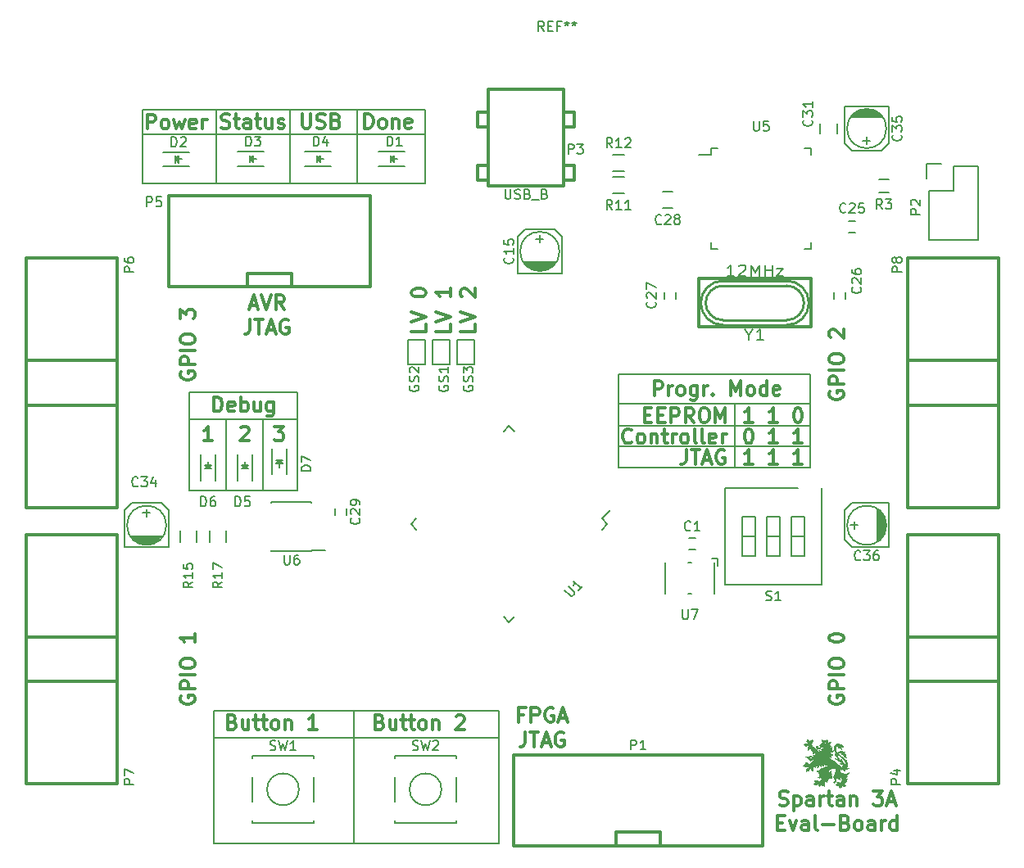
<source format=gbr>
G04 #@! TF.FileFunction,Legend,Top*
%FSLAX46Y46*%
G04 Gerber Fmt 4.6, Leading zero omitted, Abs format (unit mm)*
G04 Created by KiCad (PCBNEW 4.0.3-stable) date 09/18/16 17:48:24*
%MOMM*%
%LPD*%
G01*
G04 APERTURE LIST*
%ADD10C,0.100000*%
%ADD11C,0.200000*%
%ADD12C,0.300000*%
%ADD13C,0.150000*%
%ADD14C,0.304800*%
%ADD15C,0.299720*%
%ADD16C,0.254000*%
%ADD17C,0.010000*%
%ADD18C,0.195580*%
%ADD19C,0.198120*%
%ADD20C,0.203200*%
%ADD21C,0.152400*%
G04 APERTURE END LIST*
D10*
D11*
X149098000Y-97409000D02*
X168910000Y-97409000D01*
X149098000Y-95250000D02*
X168910000Y-95250000D01*
D12*
X168068572Y-99230571D02*
X167211429Y-99230571D01*
X167640001Y-99230571D02*
X167640001Y-97730571D01*
X167497144Y-97944857D01*
X167354286Y-98087714D01*
X167211429Y-98159143D01*
X165528572Y-99230571D02*
X164671429Y-99230571D01*
X165100001Y-99230571D02*
X165100001Y-97730571D01*
X164957144Y-97944857D01*
X164814286Y-98087714D01*
X164671429Y-98159143D01*
X162988572Y-99230571D02*
X162131429Y-99230571D01*
X162560001Y-99230571D02*
X162560001Y-97730571D01*
X162417144Y-97944857D01*
X162274286Y-98087714D01*
X162131429Y-98159143D01*
X168068572Y-97071571D02*
X167211429Y-97071571D01*
X167640001Y-97071571D02*
X167640001Y-95571571D01*
X167497144Y-95785857D01*
X167354286Y-95928714D01*
X167211429Y-96000143D01*
X165528572Y-97071571D02*
X164671429Y-97071571D01*
X165100001Y-97071571D02*
X165100001Y-95571571D01*
X164957144Y-95785857D01*
X164814286Y-95928714D01*
X164671429Y-96000143D01*
X162488572Y-95571571D02*
X162631429Y-95571571D01*
X162774286Y-95643000D01*
X162845715Y-95714429D01*
X162917144Y-95857286D01*
X162988572Y-96143000D01*
X162988572Y-96500143D01*
X162917144Y-96785857D01*
X162845715Y-96928714D01*
X162774286Y-97000143D01*
X162631429Y-97071571D01*
X162488572Y-97071571D01*
X162345715Y-97000143D01*
X162274286Y-96928714D01*
X162202858Y-96785857D01*
X162131429Y-96500143D01*
X162131429Y-96143000D01*
X162202858Y-95857286D01*
X162274286Y-95714429D01*
X162345715Y-95643000D01*
X162488572Y-95571571D01*
X167568572Y-93412571D02*
X167711429Y-93412571D01*
X167854286Y-93484000D01*
X167925715Y-93555429D01*
X167997144Y-93698286D01*
X168068572Y-93984000D01*
X168068572Y-94341143D01*
X167997144Y-94626857D01*
X167925715Y-94769714D01*
X167854286Y-94841143D01*
X167711429Y-94912571D01*
X167568572Y-94912571D01*
X167425715Y-94841143D01*
X167354286Y-94769714D01*
X167282858Y-94626857D01*
X167211429Y-94341143D01*
X167211429Y-93984000D01*
X167282858Y-93698286D01*
X167354286Y-93555429D01*
X167425715Y-93484000D01*
X167568572Y-93412571D01*
X165528572Y-94912571D02*
X164671429Y-94912571D01*
X165100001Y-94912571D02*
X165100001Y-93412571D01*
X164957144Y-93626857D01*
X164814286Y-93769714D01*
X164671429Y-93841143D01*
X162988572Y-94912571D02*
X162131429Y-94912571D01*
X162560001Y-94912571D02*
X162560001Y-93412571D01*
X162417144Y-93626857D01*
X162274286Y-93769714D01*
X162131429Y-93841143D01*
X156111000Y-97730571D02*
X156111000Y-98802000D01*
X156039572Y-99016286D01*
X155896715Y-99159143D01*
X155682429Y-99230571D01*
X155539572Y-99230571D01*
X156611000Y-97730571D02*
X157468143Y-97730571D01*
X157039572Y-99230571D02*
X157039572Y-97730571D01*
X157896714Y-98802000D02*
X158611000Y-98802000D01*
X157753857Y-99230571D02*
X158253857Y-97730571D01*
X158753857Y-99230571D01*
X160039571Y-97802000D02*
X159896714Y-97730571D01*
X159682428Y-97730571D01*
X159468143Y-97802000D01*
X159325285Y-97944857D01*
X159253857Y-98087714D01*
X159182428Y-98373429D01*
X159182428Y-98587714D01*
X159253857Y-98873429D01*
X159325285Y-99016286D01*
X159468143Y-99159143D01*
X159682428Y-99230571D01*
X159825285Y-99230571D01*
X160039571Y-99159143D01*
X160111000Y-99087714D01*
X160111000Y-98587714D01*
X159825285Y-98587714D01*
X150455858Y-96928714D02*
X150384429Y-97000143D01*
X150170143Y-97071571D01*
X150027286Y-97071571D01*
X149813001Y-97000143D01*
X149670143Y-96857286D01*
X149598715Y-96714429D01*
X149527286Y-96428714D01*
X149527286Y-96214429D01*
X149598715Y-95928714D01*
X149670143Y-95785857D01*
X149813001Y-95643000D01*
X150027286Y-95571571D01*
X150170143Y-95571571D01*
X150384429Y-95643000D01*
X150455858Y-95714429D01*
X151313001Y-97071571D02*
X151170143Y-97000143D01*
X151098715Y-96928714D01*
X151027286Y-96785857D01*
X151027286Y-96357286D01*
X151098715Y-96214429D01*
X151170143Y-96143000D01*
X151313001Y-96071571D01*
X151527286Y-96071571D01*
X151670143Y-96143000D01*
X151741572Y-96214429D01*
X151813001Y-96357286D01*
X151813001Y-96785857D01*
X151741572Y-96928714D01*
X151670143Y-97000143D01*
X151527286Y-97071571D01*
X151313001Y-97071571D01*
X152455858Y-96071571D02*
X152455858Y-97071571D01*
X152455858Y-96214429D02*
X152527286Y-96143000D01*
X152670144Y-96071571D01*
X152884429Y-96071571D01*
X153027286Y-96143000D01*
X153098715Y-96285857D01*
X153098715Y-97071571D01*
X153598715Y-96071571D02*
X154170144Y-96071571D01*
X153813001Y-95571571D02*
X153813001Y-96857286D01*
X153884429Y-97000143D01*
X154027287Y-97071571D01*
X154170144Y-97071571D01*
X154670144Y-97071571D02*
X154670144Y-96071571D01*
X154670144Y-96357286D02*
X154741572Y-96214429D01*
X154813001Y-96143000D01*
X154955858Y-96071571D01*
X155098715Y-96071571D01*
X155813001Y-97071571D02*
X155670143Y-97000143D01*
X155598715Y-96928714D01*
X155527286Y-96785857D01*
X155527286Y-96357286D01*
X155598715Y-96214429D01*
X155670143Y-96143000D01*
X155813001Y-96071571D01*
X156027286Y-96071571D01*
X156170143Y-96143000D01*
X156241572Y-96214429D01*
X156313001Y-96357286D01*
X156313001Y-96785857D01*
X156241572Y-96928714D01*
X156170143Y-97000143D01*
X156027286Y-97071571D01*
X155813001Y-97071571D01*
X157170144Y-97071571D02*
X157027286Y-97000143D01*
X156955858Y-96857286D01*
X156955858Y-95571571D01*
X157955858Y-97071571D02*
X157813000Y-97000143D01*
X157741572Y-96857286D01*
X157741572Y-95571571D01*
X159098714Y-97000143D02*
X158955857Y-97071571D01*
X158670143Y-97071571D01*
X158527286Y-97000143D01*
X158455857Y-96857286D01*
X158455857Y-96285857D01*
X158527286Y-96143000D01*
X158670143Y-96071571D01*
X158955857Y-96071571D01*
X159098714Y-96143000D01*
X159170143Y-96285857D01*
X159170143Y-96428714D01*
X158455857Y-96571571D01*
X159813000Y-97071571D02*
X159813000Y-96071571D01*
X159813000Y-96357286D02*
X159884428Y-96214429D01*
X159955857Y-96143000D01*
X160098714Y-96071571D01*
X160241571Y-96071571D01*
X151813143Y-94126857D02*
X152313143Y-94126857D01*
X152527429Y-94912571D02*
X151813143Y-94912571D01*
X151813143Y-93412571D01*
X152527429Y-93412571D01*
X153170286Y-94126857D02*
X153670286Y-94126857D01*
X153884572Y-94912571D02*
X153170286Y-94912571D01*
X153170286Y-93412571D01*
X153884572Y-93412571D01*
X154527429Y-94912571D02*
X154527429Y-93412571D01*
X155098857Y-93412571D01*
X155241715Y-93484000D01*
X155313143Y-93555429D01*
X155384572Y-93698286D01*
X155384572Y-93912571D01*
X155313143Y-94055429D01*
X155241715Y-94126857D01*
X155098857Y-94198286D01*
X154527429Y-94198286D01*
X156884572Y-94912571D02*
X156384572Y-94198286D01*
X156027429Y-94912571D02*
X156027429Y-93412571D01*
X156598857Y-93412571D01*
X156741715Y-93484000D01*
X156813143Y-93555429D01*
X156884572Y-93698286D01*
X156884572Y-93912571D01*
X156813143Y-94055429D01*
X156741715Y-94126857D01*
X156598857Y-94198286D01*
X156027429Y-94198286D01*
X157813143Y-93412571D02*
X158098857Y-93412571D01*
X158241715Y-93484000D01*
X158384572Y-93626857D01*
X158456000Y-93912571D01*
X158456000Y-94412571D01*
X158384572Y-94698286D01*
X158241715Y-94841143D01*
X158098857Y-94912571D01*
X157813143Y-94912571D01*
X157670286Y-94841143D01*
X157527429Y-94698286D01*
X157456000Y-94412571D01*
X157456000Y-93912571D01*
X157527429Y-93626857D01*
X157670286Y-93484000D01*
X157813143Y-93412571D01*
X159098858Y-94912571D02*
X159098858Y-93412571D01*
X159598858Y-94484000D01*
X160098858Y-93412571D01*
X160098858Y-94912571D01*
D11*
X161163000Y-99568000D02*
X161163000Y-92964000D01*
D12*
X152793715Y-92118571D02*
X152793715Y-90618571D01*
X153365143Y-90618571D01*
X153508001Y-90690000D01*
X153579429Y-90761429D01*
X153650858Y-90904286D01*
X153650858Y-91118571D01*
X153579429Y-91261429D01*
X153508001Y-91332857D01*
X153365143Y-91404286D01*
X152793715Y-91404286D01*
X154293715Y-92118571D02*
X154293715Y-91118571D01*
X154293715Y-91404286D02*
X154365143Y-91261429D01*
X154436572Y-91190000D01*
X154579429Y-91118571D01*
X154722286Y-91118571D01*
X155436572Y-92118571D02*
X155293714Y-92047143D01*
X155222286Y-91975714D01*
X155150857Y-91832857D01*
X155150857Y-91404286D01*
X155222286Y-91261429D01*
X155293714Y-91190000D01*
X155436572Y-91118571D01*
X155650857Y-91118571D01*
X155793714Y-91190000D01*
X155865143Y-91261429D01*
X155936572Y-91404286D01*
X155936572Y-91832857D01*
X155865143Y-91975714D01*
X155793714Y-92047143D01*
X155650857Y-92118571D01*
X155436572Y-92118571D01*
X157222286Y-91118571D02*
X157222286Y-92332857D01*
X157150857Y-92475714D01*
X157079429Y-92547143D01*
X156936572Y-92618571D01*
X156722286Y-92618571D01*
X156579429Y-92547143D01*
X157222286Y-92047143D02*
X157079429Y-92118571D01*
X156793715Y-92118571D01*
X156650857Y-92047143D01*
X156579429Y-91975714D01*
X156508000Y-91832857D01*
X156508000Y-91404286D01*
X156579429Y-91261429D01*
X156650857Y-91190000D01*
X156793715Y-91118571D01*
X157079429Y-91118571D01*
X157222286Y-91190000D01*
X157936572Y-92118571D02*
X157936572Y-91118571D01*
X157936572Y-91404286D02*
X158008000Y-91261429D01*
X158079429Y-91190000D01*
X158222286Y-91118571D01*
X158365143Y-91118571D01*
X158865143Y-91975714D02*
X158936571Y-92047143D01*
X158865143Y-92118571D01*
X158793714Y-92047143D01*
X158865143Y-91975714D01*
X158865143Y-92118571D01*
X160722286Y-92118571D02*
X160722286Y-90618571D01*
X161222286Y-91690000D01*
X161722286Y-90618571D01*
X161722286Y-92118571D01*
X162650858Y-92118571D02*
X162508000Y-92047143D01*
X162436572Y-91975714D01*
X162365143Y-91832857D01*
X162365143Y-91404286D01*
X162436572Y-91261429D01*
X162508000Y-91190000D01*
X162650858Y-91118571D01*
X162865143Y-91118571D01*
X163008000Y-91190000D01*
X163079429Y-91261429D01*
X163150858Y-91404286D01*
X163150858Y-91832857D01*
X163079429Y-91975714D01*
X163008000Y-92047143D01*
X162865143Y-92118571D01*
X162650858Y-92118571D01*
X164436572Y-92118571D02*
X164436572Y-90618571D01*
X164436572Y-92047143D02*
X164293715Y-92118571D01*
X164008001Y-92118571D01*
X163865143Y-92047143D01*
X163793715Y-91975714D01*
X163722286Y-91832857D01*
X163722286Y-91404286D01*
X163793715Y-91261429D01*
X163865143Y-91190000D01*
X164008001Y-91118571D01*
X164293715Y-91118571D01*
X164436572Y-91190000D01*
X165722286Y-92047143D02*
X165579429Y-92118571D01*
X165293715Y-92118571D01*
X165150858Y-92047143D01*
X165079429Y-91904286D01*
X165079429Y-91332857D01*
X165150858Y-91190000D01*
X165293715Y-91118571D01*
X165579429Y-91118571D01*
X165722286Y-91190000D01*
X165793715Y-91332857D01*
X165793715Y-91475714D01*
X165079429Y-91618571D01*
X134282571Y-84776285D02*
X134282571Y-85490571D01*
X132782571Y-85490571D01*
X132782571Y-84490571D02*
X134282571Y-83990571D01*
X132782571Y-83490571D01*
X132925429Y-81919143D02*
X132854000Y-81847714D01*
X132782571Y-81704857D01*
X132782571Y-81347714D01*
X132854000Y-81204857D01*
X132925429Y-81133428D01*
X133068286Y-81062000D01*
X133211143Y-81062000D01*
X133425429Y-81133428D01*
X134282571Y-81990571D01*
X134282571Y-81062000D01*
X131742571Y-84776285D02*
X131742571Y-85490571D01*
X130242571Y-85490571D01*
X130242571Y-84490571D02*
X131742571Y-83990571D01*
X130242571Y-83490571D01*
X131742571Y-81062000D02*
X131742571Y-81919143D01*
X131742571Y-81490571D02*
X130242571Y-81490571D01*
X130456857Y-81633428D01*
X130599714Y-81776286D01*
X130671143Y-81919143D01*
X129202571Y-84776285D02*
X129202571Y-85490571D01*
X127702571Y-85490571D01*
X127702571Y-84490571D02*
X129202571Y-83990571D01*
X127702571Y-83490571D01*
X127702571Y-81562000D02*
X127702571Y-81419143D01*
X127774000Y-81276286D01*
X127845429Y-81204857D01*
X127988286Y-81133428D01*
X128274000Y-81062000D01*
X128631143Y-81062000D01*
X128916857Y-81133428D01*
X129059714Y-81204857D01*
X129131143Y-81276286D01*
X129202571Y-81419143D01*
X129202571Y-81562000D01*
X129131143Y-81704857D01*
X129059714Y-81776286D01*
X128916857Y-81847714D01*
X128631143Y-81919143D01*
X128274000Y-81919143D01*
X127988286Y-81847714D01*
X127845429Y-81776286D01*
X127774000Y-81704857D01*
X127702571Y-81562000D01*
X103898000Y-123181714D02*
X103826571Y-123324571D01*
X103826571Y-123538857D01*
X103898000Y-123753142D01*
X104040857Y-123896000D01*
X104183714Y-123967428D01*
X104469429Y-124038857D01*
X104683714Y-124038857D01*
X104969429Y-123967428D01*
X105112286Y-123896000D01*
X105255143Y-123753142D01*
X105326571Y-123538857D01*
X105326571Y-123396000D01*
X105255143Y-123181714D01*
X105183714Y-123110285D01*
X104683714Y-123110285D01*
X104683714Y-123396000D01*
X105326571Y-122467428D02*
X103826571Y-122467428D01*
X103826571Y-121896000D01*
X103898000Y-121753142D01*
X103969429Y-121681714D01*
X104112286Y-121610285D01*
X104326571Y-121610285D01*
X104469429Y-121681714D01*
X104540857Y-121753142D01*
X104612286Y-121896000D01*
X104612286Y-122467428D01*
X105326571Y-120967428D02*
X103826571Y-120967428D01*
X103826571Y-119967428D02*
X103826571Y-119681714D01*
X103898000Y-119538856D01*
X104040857Y-119395999D01*
X104326571Y-119324571D01*
X104826571Y-119324571D01*
X105112286Y-119395999D01*
X105255143Y-119538856D01*
X105326571Y-119681714D01*
X105326571Y-119967428D01*
X105255143Y-120110285D01*
X105112286Y-120253142D01*
X104826571Y-120324571D01*
X104326571Y-120324571D01*
X104040857Y-120253142D01*
X103898000Y-120110285D01*
X103826571Y-119967428D01*
X105326571Y-116753142D02*
X105326571Y-117610285D01*
X105326571Y-117181713D02*
X103826571Y-117181713D01*
X104040857Y-117324570D01*
X104183714Y-117467428D01*
X104255143Y-117610285D01*
X170954000Y-123181714D02*
X170882571Y-123324571D01*
X170882571Y-123538857D01*
X170954000Y-123753142D01*
X171096857Y-123896000D01*
X171239714Y-123967428D01*
X171525429Y-124038857D01*
X171739714Y-124038857D01*
X172025429Y-123967428D01*
X172168286Y-123896000D01*
X172311143Y-123753142D01*
X172382571Y-123538857D01*
X172382571Y-123396000D01*
X172311143Y-123181714D01*
X172239714Y-123110285D01*
X171739714Y-123110285D01*
X171739714Y-123396000D01*
X172382571Y-122467428D02*
X170882571Y-122467428D01*
X170882571Y-121896000D01*
X170954000Y-121753142D01*
X171025429Y-121681714D01*
X171168286Y-121610285D01*
X171382571Y-121610285D01*
X171525429Y-121681714D01*
X171596857Y-121753142D01*
X171668286Y-121896000D01*
X171668286Y-122467428D01*
X172382571Y-120967428D02*
X170882571Y-120967428D01*
X170882571Y-119967428D02*
X170882571Y-119681714D01*
X170954000Y-119538856D01*
X171096857Y-119395999D01*
X171382571Y-119324571D01*
X171882571Y-119324571D01*
X172168286Y-119395999D01*
X172311143Y-119538856D01*
X172382571Y-119681714D01*
X172382571Y-119967428D01*
X172311143Y-120110285D01*
X172168286Y-120253142D01*
X171882571Y-120324571D01*
X171382571Y-120324571D01*
X171096857Y-120253142D01*
X170954000Y-120110285D01*
X170882571Y-119967428D01*
X170882571Y-117253142D02*
X170882571Y-117110285D01*
X170954000Y-116967428D01*
X171025429Y-116895999D01*
X171168286Y-116824570D01*
X171454000Y-116753142D01*
X171811143Y-116753142D01*
X172096857Y-116824570D01*
X172239714Y-116895999D01*
X172311143Y-116967428D01*
X172382571Y-117110285D01*
X172382571Y-117253142D01*
X172311143Y-117395999D01*
X172239714Y-117467428D01*
X172096857Y-117538856D01*
X171811143Y-117610285D01*
X171454000Y-117610285D01*
X171168286Y-117538856D01*
X171025429Y-117467428D01*
X170954000Y-117395999D01*
X170882571Y-117253142D01*
X170954000Y-91685714D02*
X170882571Y-91828571D01*
X170882571Y-92042857D01*
X170954000Y-92257142D01*
X171096857Y-92400000D01*
X171239714Y-92471428D01*
X171525429Y-92542857D01*
X171739714Y-92542857D01*
X172025429Y-92471428D01*
X172168286Y-92400000D01*
X172311143Y-92257142D01*
X172382571Y-92042857D01*
X172382571Y-91900000D01*
X172311143Y-91685714D01*
X172239714Y-91614285D01*
X171739714Y-91614285D01*
X171739714Y-91900000D01*
X172382571Y-90971428D02*
X170882571Y-90971428D01*
X170882571Y-90400000D01*
X170954000Y-90257142D01*
X171025429Y-90185714D01*
X171168286Y-90114285D01*
X171382571Y-90114285D01*
X171525429Y-90185714D01*
X171596857Y-90257142D01*
X171668286Y-90400000D01*
X171668286Y-90971428D01*
X172382571Y-89471428D02*
X170882571Y-89471428D01*
X170882571Y-88471428D02*
X170882571Y-88185714D01*
X170954000Y-88042856D01*
X171096857Y-87899999D01*
X171382571Y-87828571D01*
X171882571Y-87828571D01*
X172168286Y-87899999D01*
X172311143Y-88042856D01*
X172382571Y-88185714D01*
X172382571Y-88471428D01*
X172311143Y-88614285D01*
X172168286Y-88757142D01*
X171882571Y-88828571D01*
X171382571Y-88828571D01*
X171096857Y-88757142D01*
X170954000Y-88614285D01*
X170882571Y-88471428D01*
X171025429Y-86114285D02*
X170954000Y-86042856D01*
X170882571Y-85899999D01*
X170882571Y-85542856D01*
X170954000Y-85399999D01*
X171025429Y-85328570D01*
X171168286Y-85257142D01*
X171311143Y-85257142D01*
X171525429Y-85328570D01*
X172382571Y-86185713D01*
X172382571Y-85257142D01*
X103898000Y-89653714D02*
X103826571Y-89796571D01*
X103826571Y-90010857D01*
X103898000Y-90225142D01*
X104040857Y-90368000D01*
X104183714Y-90439428D01*
X104469429Y-90510857D01*
X104683714Y-90510857D01*
X104969429Y-90439428D01*
X105112286Y-90368000D01*
X105255143Y-90225142D01*
X105326571Y-90010857D01*
X105326571Y-89868000D01*
X105255143Y-89653714D01*
X105183714Y-89582285D01*
X104683714Y-89582285D01*
X104683714Y-89868000D01*
X105326571Y-88939428D02*
X103826571Y-88939428D01*
X103826571Y-88368000D01*
X103898000Y-88225142D01*
X103969429Y-88153714D01*
X104112286Y-88082285D01*
X104326571Y-88082285D01*
X104469429Y-88153714D01*
X104540857Y-88225142D01*
X104612286Y-88368000D01*
X104612286Y-88939428D01*
X105326571Y-87439428D02*
X103826571Y-87439428D01*
X103826571Y-86439428D02*
X103826571Y-86153714D01*
X103898000Y-86010856D01*
X104040857Y-85867999D01*
X104326571Y-85796571D01*
X104826571Y-85796571D01*
X105112286Y-85867999D01*
X105255143Y-86010856D01*
X105326571Y-86153714D01*
X105326571Y-86439428D01*
X105255143Y-86582285D01*
X105112286Y-86725142D01*
X104826571Y-86796571D01*
X104326571Y-86796571D01*
X104040857Y-86725142D01*
X103898000Y-86582285D01*
X103826571Y-86439428D01*
X103826571Y-84153713D02*
X103826571Y-83225142D01*
X104398000Y-83725142D01*
X104398000Y-83510856D01*
X104469429Y-83367999D01*
X104540857Y-83296570D01*
X104683714Y-83225142D01*
X105040857Y-83225142D01*
X105183714Y-83296570D01*
X105255143Y-83367999D01*
X105326571Y-83510856D01*
X105326571Y-83939428D01*
X105255143Y-84082285D01*
X105183714Y-84153713D01*
X111026000Y-82795000D02*
X111740286Y-82795000D01*
X110883143Y-83223571D02*
X111383143Y-81723571D01*
X111883143Y-83223571D01*
X112168857Y-81723571D02*
X112668857Y-83223571D01*
X113168857Y-81723571D01*
X114526000Y-83223571D02*
X114026000Y-82509286D01*
X113668857Y-83223571D02*
X113668857Y-81723571D01*
X114240285Y-81723571D01*
X114383143Y-81795000D01*
X114454571Y-81866429D01*
X114526000Y-82009286D01*
X114526000Y-82223571D01*
X114454571Y-82366429D01*
X114383143Y-82437857D01*
X114240285Y-82509286D01*
X113668857Y-82509286D01*
X111026000Y-84273571D02*
X111026000Y-85345000D01*
X110954572Y-85559286D01*
X110811715Y-85702143D01*
X110597429Y-85773571D01*
X110454572Y-85773571D01*
X111526000Y-84273571D02*
X112383143Y-84273571D01*
X111954572Y-85773571D02*
X111954572Y-84273571D01*
X112811714Y-85345000D02*
X113526000Y-85345000D01*
X112668857Y-85773571D02*
X113168857Y-84273571D01*
X113668857Y-85773571D01*
X114954571Y-84345000D02*
X114811714Y-84273571D01*
X114597428Y-84273571D01*
X114383143Y-84345000D01*
X114240285Y-84487857D01*
X114168857Y-84630714D01*
X114097428Y-84916429D01*
X114097428Y-85130714D01*
X114168857Y-85416429D01*
X114240285Y-85559286D01*
X114383143Y-85702143D01*
X114597428Y-85773571D01*
X114740285Y-85773571D01*
X114954571Y-85702143D01*
X115026000Y-85630714D01*
X115026000Y-85130714D01*
X114740285Y-85130714D01*
X139295429Y-125109857D02*
X138795429Y-125109857D01*
X138795429Y-125895571D02*
X138795429Y-124395571D01*
X139509715Y-124395571D01*
X140081143Y-125895571D02*
X140081143Y-124395571D01*
X140652571Y-124395571D01*
X140795429Y-124467000D01*
X140866857Y-124538429D01*
X140938286Y-124681286D01*
X140938286Y-124895571D01*
X140866857Y-125038429D01*
X140795429Y-125109857D01*
X140652571Y-125181286D01*
X140081143Y-125181286D01*
X142366857Y-124467000D02*
X142224000Y-124395571D01*
X142009714Y-124395571D01*
X141795429Y-124467000D01*
X141652571Y-124609857D01*
X141581143Y-124752714D01*
X141509714Y-125038429D01*
X141509714Y-125252714D01*
X141581143Y-125538429D01*
X141652571Y-125681286D01*
X141795429Y-125824143D01*
X142009714Y-125895571D01*
X142152571Y-125895571D01*
X142366857Y-125824143D01*
X142438286Y-125752714D01*
X142438286Y-125252714D01*
X142152571Y-125252714D01*
X143009714Y-125467000D02*
X143724000Y-125467000D01*
X142866857Y-125895571D02*
X143366857Y-124395571D01*
X143866857Y-125895571D01*
X139474000Y-126945571D02*
X139474000Y-128017000D01*
X139402572Y-128231286D01*
X139259715Y-128374143D01*
X139045429Y-128445571D01*
X138902572Y-128445571D01*
X139974000Y-126945571D02*
X140831143Y-126945571D01*
X140402572Y-128445571D02*
X140402572Y-126945571D01*
X141259714Y-128017000D02*
X141974000Y-128017000D01*
X141116857Y-128445571D02*
X141616857Y-126945571D01*
X142116857Y-128445571D01*
X143402571Y-127017000D02*
X143259714Y-126945571D01*
X143045428Y-126945571D01*
X142831143Y-127017000D01*
X142688285Y-127159857D01*
X142616857Y-127302714D01*
X142545428Y-127588429D01*
X142545428Y-127802714D01*
X142616857Y-128088429D01*
X142688285Y-128231286D01*
X142831143Y-128374143D01*
X143045428Y-128445571D01*
X143188285Y-128445571D01*
X143402571Y-128374143D01*
X143474000Y-128302714D01*
X143474000Y-127802714D01*
X143188285Y-127802714D01*
X165739715Y-134460143D02*
X165954001Y-134531571D01*
X166311144Y-134531571D01*
X166454001Y-134460143D01*
X166525430Y-134388714D01*
X166596858Y-134245857D01*
X166596858Y-134103000D01*
X166525430Y-133960143D01*
X166454001Y-133888714D01*
X166311144Y-133817286D01*
X166025430Y-133745857D01*
X165882572Y-133674429D01*
X165811144Y-133603000D01*
X165739715Y-133460143D01*
X165739715Y-133317286D01*
X165811144Y-133174429D01*
X165882572Y-133103000D01*
X166025430Y-133031571D01*
X166382572Y-133031571D01*
X166596858Y-133103000D01*
X167239715Y-133531571D02*
X167239715Y-135031571D01*
X167239715Y-133603000D02*
X167382572Y-133531571D01*
X167668286Y-133531571D01*
X167811143Y-133603000D01*
X167882572Y-133674429D01*
X167954001Y-133817286D01*
X167954001Y-134245857D01*
X167882572Y-134388714D01*
X167811143Y-134460143D01*
X167668286Y-134531571D01*
X167382572Y-134531571D01*
X167239715Y-134460143D01*
X169239715Y-134531571D02*
X169239715Y-133745857D01*
X169168286Y-133603000D01*
X169025429Y-133531571D01*
X168739715Y-133531571D01*
X168596858Y-133603000D01*
X169239715Y-134460143D02*
X169096858Y-134531571D01*
X168739715Y-134531571D01*
X168596858Y-134460143D01*
X168525429Y-134317286D01*
X168525429Y-134174429D01*
X168596858Y-134031571D01*
X168739715Y-133960143D01*
X169096858Y-133960143D01*
X169239715Y-133888714D01*
X169954001Y-134531571D02*
X169954001Y-133531571D01*
X169954001Y-133817286D02*
X170025429Y-133674429D01*
X170096858Y-133603000D01*
X170239715Y-133531571D01*
X170382572Y-133531571D01*
X170668286Y-133531571D02*
X171239715Y-133531571D01*
X170882572Y-133031571D02*
X170882572Y-134317286D01*
X170954000Y-134460143D01*
X171096858Y-134531571D01*
X171239715Y-134531571D01*
X172382572Y-134531571D02*
X172382572Y-133745857D01*
X172311143Y-133603000D01*
X172168286Y-133531571D01*
X171882572Y-133531571D01*
X171739715Y-133603000D01*
X172382572Y-134460143D02*
X172239715Y-134531571D01*
X171882572Y-134531571D01*
X171739715Y-134460143D01*
X171668286Y-134317286D01*
X171668286Y-134174429D01*
X171739715Y-134031571D01*
X171882572Y-133960143D01*
X172239715Y-133960143D01*
X172382572Y-133888714D01*
X173096858Y-133531571D02*
X173096858Y-134531571D01*
X173096858Y-133674429D02*
X173168286Y-133603000D01*
X173311144Y-133531571D01*
X173525429Y-133531571D01*
X173668286Y-133603000D01*
X173739715Y-133745857D01*
X173739715Y-134531571D01*
X175454001Y-133031571D02*
X176382572Y-133031571D01*
X175882572Y-133603000D01*
X176096858Y-133603000D01*
X176239715Y-133674429D01*
X176311144Y-133745857D01*
X176382572Y-133888714D01*
X176382572Y-134245857D01*
X176311144Y-134388714D01*
X176239715Y-134460143D01*
X176096858Y-134531571D01*
X175668286Y-134531571D01*
X175525429Y-134460143D01*
X175454001Y-134388714D01*
X176954000Y-134103000D02*
X177668286Y-134103000D01*
X176811143Y-134531571D02*
X177311143Y-133031571D01*
X177811143Y-134531571D01*
X165561143Y-136295857D02*
X166061143Y-136295857D01*
X166275429Y-137081571D02*
X165561143Y-137081571D01*
X165561143Y-135581571D01*
X166275429Y-135581571D01*
X166775429Y-136081571D02*
X167132572Y-137081571D01*
X167489714Y-136081571D01*
X168704000Y-137081571D02*
X168704000Y-136295857D01*
X168632571Y-136153000D01*
X168489714Y-136081571D01*
X168204000Y-136081571D01*
X168061143Y-136153000D01*
X168704000Y-137010143D02*
X168561143Y-137081571D01*
X168204000Y-137081571D01*
X168061143Y-137010143D01*
X167989714Y-136867286D01*
X167989714Y-136724429D01*
X168061143Y-136581571D01*
X168204000Y-136510143D01*
X168561143Y-136510143D01*
X168704000Y-136438714D01*
X169632572Y-137081571D02*
X169489714Y-137010143D01*
X169418286Y-136867286D01*
X169418286Y-135581571D01*
X170204000Y-136510143D02*
X171346857Y-136510143D01*
X172561143Y-136295857D02*
X172775429Y-136367286D01*
X172846857Y-136438714D01*
X172918286Y-136581571D01*
X172918286Y-136795857D01*
X172846857Y-136938714D01*
X172775429Y-137010143D01*
X172632571Y-137081571D01*
X172061143Y-137081571D01*
X172061143Y-135581571D01*
X172561143Y-135581571D01*
X172704000Y-135653000D01*
X172775429Y-135724429D01*
X172846857Y-135867286D01*
X172846857Y-136010143D01*
X172775429Y-136153000D01*
X172704000Y-136224429D01*
X172561143Y-136295857D01*
X172061143Y-136295857D01*
X173775429Y-137081571D02*
X173632571Y-137010143D01*
X173561143Y-136938714D01*
X173489714Y-136795857D01*
X173489714Y-136367286D01*
X173561143Y-136224429D01*
X173632571Y-136153000D01*
X173775429Y-136081571D01*
X173989714Y-136081571D01*
X174132571Y-136153000D01*
X174204000Y-136224429D01*
X174275429Y-136367286D01*
X174275429Y-136795857D01*
X174204000Y-136938714D01*
X174132571Y-137010143D01*
X173989714Y-137081571D01*
X173775429Y-137081571D01*
X175561143Y-137081571D02*
X175561143Y-136295857D01*
X175489714Y-136153000D01*
X175346857Y-136081571D01*
X175061143Y-136081571D01*
X174918286Y-136153000D01*
X175561143Y-137010143D02*
X175418286Y-137081571D01*
X175061143Y-137081571D01*
X174918286Y-137010143D01*
X174846857Y-136867286D01*
X174846857Y-136724429D01*
X174918286Y-136581571D01*
X175061143Y-136510143D01*
X175418286Y-136510143D01*
X175561143Y-136438714D01*
X176275429Y-137081571D02*
X176275429Y-136081571D01*
X176275429Y-136367286D02*
X176346857Y-136224429D01*
X176418286Y-136153000D01*
X176561143Y-136081571D01*
X176704000Y-136081571D01*
X177846857Y-137081571D02*
X177846857Y-135581571D01*
X177846857Y-137010143D02*
X177704000Y-137081571D01*
X177418286Y-137081571D01*
X177275428Y-137010143D01*
X177204000Y-136938714D01*
X177132571Y-136795857D01*
X177132571Y-136367286D01*
X177204000Y-136224429D01*
X177275428Y-136153000D01*
X177418286Y-136081571D01*
X177704000Y-136081571D01*
X177846857Y-136153000D01*
D11*
X149098000Y-92964000D02*
X168910000Y-92964000D01*
X149098000Y-89916000D02*
X168910000Y-89916000D01*
X149098000Y-99568000D02*
X149098000Y-89916000D01*
X168910000Y-99568000D02*
X168910000Y-89916000D01*
X149098000Y-99568000D02*
X168910000Y-99568000D01*
X104775000Y-101981000D02*
X115951000Y-101981000D01*
X104775000Y-94615000D02*
X115951000Y-94615000D01*
X115951000Y-91821000D02*
X115951000Y-94615000D01*
X104775000Y-91821000D02*
X115951000Y-91821000D01*
X107315000Y-127508000D02*
X136779000Y-127508000D01*
X121793000Y-138430000D02*
X121793000Y-124714000D01*
X136779000Y-124714000D02*
X107315000Y-124714000D01*
X136779000Y-138430000D02*
X136779000Y-124714000D01*
X107315000Y-138430000D02*
X136779000Y-138430000D01*
X107315000Y-124714000D02*
X107315000Y-138430000D01*
D12*
X124452572Y-125876857D02*
X124666858Y-125948286D01*
X124738286Y-126019714D01*
X124809715Y-126162571D01*
X124809715Y-126376857D01*
X124738286Y-126519714D01*
X124666858Y-126591143D01*
X124524000Y-126662571D01*
X123952572Y-126662571D01*
X123952572Y-125162571D01*
X124452572Y-125162571D01*
X124595429Y-125234000D01*
X124666858Y-125305429D01*
X124738286Y-125448286D01*
X124738286Y-125591143D01*
X124666858Y-125734000D01*
X124595429Y-125805429D01*
X124452572Y-125876857D01*
X123952572Y-125876857D01*
X126095429Y-125662571D02*
X126095429Y-126662571D01*
X125452572Y-125662571D02*
X125452572Y-126448286D01*
X125524000Y-126591143D01*
X125666858Y-126662571D01*
X125881143Y-126662571D01*
X126024000Y-126591143D01*
X126095429Y-126519714D01*
X126595429Y-125662571D02*
X127166858Y-125662571D01*
X126809715Y-125162571D02*
X126809715Y-126448286D01*
X126881143Y-126591143D01*
X127024001Y-126662571D01*
X127166858Y-126662571D01*
X127452572Y-125662571D02*
X128024001Y-125662571D01*
X127666858Y-125162571D02*
X127666858Y-126448286D01*
X127738286Y-126591143D01*
X127881144Y-126662571D01*
X128024001Y-126662571D01*
X128738287Y-126662571D02*
X128595429Y-126591143D01*
X128524001Y-126519714D01*
X128452572Y-126376857D01*
X128452572Y-125948286D01*
X128524001Y-125805429D01*
X128595429Y-125734000D01*
X128738287Y-125662571D01*
X128952572Y-125662571D01*
X129095429Y-125734000D01*
X129166858Y-125805429D01*
X129238287Y-125948286D01*
X129238287Y-126376857D01*
X129166858Y-126519714D01*
X129095429Y-126591143D01*
X128952572Y-126662571D01*
X128738287Y-126662571D01*
X129881144Y-125662571D02*
X129881144Y-126662571D01*
X129881144Y-125805429D02*
X129952572Y-125734000D01*
X130095430Y-125662571D01*
X130309715Y-125662571D01*
X130452572Y-125734000D01*
X130524001Y-125876857D01*
X130524001Y-126662571D01*
X132309715Y-125305429D02*
X132381144Y-125234000D01*
X132524001Y-125162571D01*
X132881144Y-125162571D01*
X133024001Y-125234000D01*
X133095430Y-125305429D01*
X133166858Y-125448286D01*
X133166858Y-125591143D01*
X133095430Y-125805429D01*
X132238287Y-126662571D01*
X133166858Y-126662571D01*
X109212572Y-125876857D02*
X109426858Y-125948286D01*
X109498286Y-126019714D01*
X109569715Y-126162571D01*
X109569715Y-126376857D01*
X109498286Y-126519714D01*
X109426858Y-126591143D01*
X109284000Y-126662571D01*
X108712572Y-126662571D01*
X108712572Y-125162571D01*
X109212572Y-125162571D01*
X109355429Y-125234000D01*
X109426858Y-125305429D01*
X109498286Y-125448286D01*
X109498286Y-125591143D01*
X109426858Y-125734000D01*
X109355429Y-125805429D01*
X109212572Y-125876857D01*
X108712572Y-125876857D01*
X110855429Y-125662571D02*
X110855429Y-126662571D01*
X110212572Y-125662571D02*
X110212572Y-126448286D01*
X110284000Y-126591143D01*
X110426858Y-126662571D01*
X110641143Y-126662571D01*
X110784000Y-126591143D01*
X110855429Y-126519714D01*
X111355429Y-125662571D02*
X111926858Y-125662571D01*
X111569715Y-125162571D02*
X111569715Y-126448286D01*
X111641143Y-126591143D01*
X111784001Y-126662571D01*
X111926858Y-126662571D01*
X112212572Y-125662571D02*
X112784001Y-125662571D01*
X112426858Y-125162571D02*
X112426858Y-126448286D01*
X112498286Y-126591143D01*
X112641144Y-126662571D01*
X112784001Y-126662571D01*
X113498287Y-126662571D02*
X113355429Y-126591143D01*
X113284001Y-126519714D01*
X113212572Y-126376857D01*
X113212572Y-125948286D01*
X113284001Y-125805429D01*
X113355429Y-125734000D01*
X113498287Y-125662571D01*
X113712572Y-125662571D01*
X113855429Y-125734000D01*
X113926858Y-125805429D01*
X113998287Y-125948286D01*
X113998287Y-126376857D01*
X113926858Y-126519714D01*
X113855429Y-126591143D01*
X113712572Y-126662571D01*
X113498287Y-126662571D01*
X114641144Y-125662571D02*
X114641144Y-126662571D01*
X114641144Y-125805429D02*
X114712572Y-125734000D01*
X114855430Y-125662571D01*
X115069715Y-125662571D01*
X115212572Y-125734000D01*
X115284001Y-125876857D01*
X115284001Y-126662571D01*
X117926858Y-126662571D02*
X117069715Y-126662571D01*
X117498287Y-126662571D02*
X117498287Y-125162571D01*
X117355430Y-125376857D01*
X117212572Y-125519714D01*
X117069715Y-125591143D01*
D11*
X104775000Y-93091000D02*
X104775000Y-91821000D01*
X115951000Y-96139000D02*
X115951000Y-94615000D01*
X112395000Y-96139000D02*
X112395000Y-94615000D01*
X108585000Y-96139000D02*
X108585000Y-94615000D01*
D12*
X113546001Y-95317571D02*
X114474572Y-95317571D01*
X113974572Y-95889000D01*
X114188858Y-95889000D01*
X114331715Y-95960429D01*
X114403144Y-96031857D01*
X114474572Y-96174714D01*
X114474572Y-96531857D01*
X114403144Y-96674714D01*
X114331715Y-96746143D01*
X114188858Y-96817571D01*
X113760286Y-96817571D01*
X113617429Y-96746143D01*
X113546001Y-96674714D01*
X110061429Y-95460429D02*
X110132858Y-95389000D01*
X110275715Y-95317571D01*
X110632858Y-95317571D01*
X110775715Y-95389000D01*
X110847144Y-95460429D01*
X110918572Y-95603286D01*
X110918572Y-95746143D01*
X110847144Y-95960429D01*
X109990001Y-96817571D01*
X110918572Y-96817571D01*
X107108572Y-96817571D02*
X106251429Y-96817571D01*
X106680001Y-96817571D02*
X106680001Y-95317571D01*
X106537144Y-95531857D01*
X106394286Y-95674714D01*
X106251429Y-95746143D01*
D11*
X108585000Y-101981000D02*
X108585000Y-96139000D01*
X112395000Y-101981000D02*
X112395000Y-96139000D01*
X115951000Y-101981000D02*
X115951000Y-96139000D01*
D12*
X107291572Y-93769571D02*
X107291572Y-92269571D01*
X107648715Y-92269571D01*
X107863000Y-92341000D01*
X108005858Y-92483857D01*
X108077286Y-92626714D01*
X108148715Y-92912429D01*
X108148715Y-93126714D01*
X108077286Y-93412429D01*
X108005858Y-93555286D01*
X107863000Y-93698143D01*
X107648715Y-93769571D01*
X107291572Y-93769571D01*
X109363000Y-93698143D02*
X109220143Y-93769571D01*
X108934429Y-93769571D01*
X108791572Y-93698143D01*
X108720143Y-93555286D01*
X108720143Y-92983857D01*
X108791572Y-92841000D01*
X108934429Y-92769571D01*
X109220143Y-92769571D01*
X109363000Y-92841000D01*
X109434429Y-92983857D01*
X109434429Y-93126714D01*
X108720143Y-93269571D01*
X110077286Y-93769571D02*
X110077286Y-92269571D01*
X110077286Y-92841000D02*
X110220143Y-92769571D01*
X110505857Y-92769571D01*
X110648714Y-92841000D01*
X110720143Y-92912429D01*
X110791572Y-93055286D01*
X110791572Y-93483857D01*
X110720143Y-93626714D01*
X110648714Y-93698143D01*
X110505857Y-93769571D01*
X110220143Y-93769571D01*
X110077286Y-93698143D01*
X112077286Y-92769571D02*
X112077286Y-93769571D01*
X111434429Y-92769571D02*
X111434429Y-93555286D01*
X111505857Y-93698143D01*
X111648715Y-93769571D01*
X111863000Y-93769571D01*
X112005857Y-93698143D01*
X112077286Y-93626714D01*
X113434429Y-92769571D02*
X113434429Y-93983857D01*
X113363000Y-94126714D01*
X113291572Y-94198143D01*
X113148715Y-94269571D01*
X112934429Y-94269571D01*
X112791572Y-94198143D01*
X113434429Y-93698143D02*
X113291572Y-93769571D01*
X113005858Y-93769571D01*
X112863000Y-93698143D01*
X112791572Y-93626714D01*
X112720143Y-93483857D01*
X112720143Y-93055286D01*
X112791572Y-92912429D01*
X112863000Y-92841000D01*
X113005858Y-92769571D01*
X113291572Y-92769571D01*
X113434429Y-92841000D01*
D11*
X104775000Y-101981000D02*
X104775000Y-93091000D01*
D12*
X100413715Y-64559571D02*
X100413715Y-63059571D01*
X100985143Y-63059571D01*
X101128001Y-63131000D01*
X101199429Y-63202429D01*
X101270858Y-63345286D01*
X101270858Y-63559571D01*
X101199429Y-63702429D01*
X101128001Y-63773857D01*
X100985143Y-63845286D01*
X100413715Y-63845286D01*
X102128001Y-64559571D02*
X101985143Y-64488143D01*
X101913715Y-64416714D01*
X101842286Y-64273857D01*
X101842286Y-63845286D01*
X101913715Y-63702429D01*
X101985143Y-63631000D01*
X102128001Y-63559571D01*
X102342286Y-63559571D01*
X102485143Y-63631000D01*
X102556572Y-63702429D01*
X102628001Y-63845286D01*
X102628001Y-64273857D01*
X102556572Y-64416714D01*
X102485143Y-64488143D01*
X102342286Y-64559571D01*
X102128001Y-64559571D01*
X103128001Y-63559571D02*
X103413715Y-64559571D01*
X103699429Y-63845286D01*
X103985144Y-64559571D01*
X104270858Y-63559571D01*
X105413715Y-64488143D02*
X105270858Y-64559571D01*
X104985144Y-64559571D01*
X104842287Y-64488143D01*
X104770858Y-64345286D01*
X104770858Y-63773857D01*
X104842287Y-63631000D01*
X104985144Y-63559571D01*
X105270858Y-63559571D01*
X105413715Y-63631000D01*
X105485144Y-63773857D01*
X105485144Y-63916714D01*
X104770858Y-64059571D01*
X106128001Y-64559571D02*
X106128001Y-63559571D01*
X106128001Y-63845286D02*
X106199429Y-63702429D01*
X106270858Y-63631000D01*
X106413715Y-63559571D01*
X106556572Y-63559571D01*
D11*
X107505500Y-65087500D02*
X99885500Y-65087500D01*
X107505500Y-62547500D02*
X99885500Y-62547500D01*
X99885500Y-62547500D02*
X99885500Y-70167500D01*
X99885500Y-70167500D02*
X107505500Y-70167500D01*
D12*
X108065500Y-64424643D02*
X108279786Y-64496071D01*
X108636929Y-64496071D01*
X108779786Y-64424643D01*
X108851215Y-64353214D01*
X108922643Y-64210357D01*
X108922643Y-64067500D01*
X108851215Y-63924643D01*
X108779786Y-63853214D01*
X108636929Y-63781786D01*
X108351215Y-63710357D01*
X108208357Y-63638929D01*
X108136929Y-63567500D01*
X108065500Y-63424643D01*
X108065500Y-63281786D01*
X108136929Y-63138929D01*
X108208357Y-63067500D01*
X108351215Y-62996071D01*
X108708357Y-62996071D01*
X108922643Y-63067500D01*
X109351214Y-63496071D02*
X109922643Y-63496071D01*
X109565500Y-62996071D02*
X109565500Y-64281786D01*
X109636928Y-64424643D01*
X109779786Y-64496071D01*
X109922643Y-64496071D01*
X111065500Y-64496071D02*
X111065500Y-63710357D01*
X110994071Y-63567500D01*
X110851214Y-63496071D01*
X110565500Y-63496071D01*
X110422643Y-63567500D01*
X111065500Y-64424643D02*
X110922643Y-64496071D01*
X110565500Y-64496071D01*
X110422643Y-64424643D01*
X110351214Y-64281786D01*
X110351214Y-64138929D01*
X110422643Y-63996071D01*
X110565500Y-63924643D01*
X110922643Y-63924643D01*
X111065500Y-63853214D01*
X111565500Y-63496071D02*
X112136929Y-63496071D01*
X111779786Y-62996071D02*
X111779786Y-64281786D01*
X111851214Y-64424643D01*
X111994072Y-64496071D01*
X112136929Y-64496071D01*
X113279786Y-63496071D02*
X113279786Y-64496071D01*
X112636929Y-63496071D02*
X112636929Y-64281786D01*
X112708357Y-64424643D01*
X112851215Y-64496071D01*
X113065500Y-64496071D01*
X113208357Y-64424643D01*
X113279786Y-64353214D01*
X113922643Y-64424643D02*
X114065500Y-64496071D01*
X114351215Y-64496071D01*
X114494072Y-64424643D01*
X114565500Y-64281786D01*
X114565500Y-64210357D01*
X114494072Y-64067500D01*
X114351215Y-63996071D01*
X114136929Y-63996071D01*
X113994072Y-63924643D01*
X113922643Y-63781786D01*
X113922643Y-63710357D01*
X113994072Y-63567500D01*
X114136929Y-63496071D01*
X114351215Y-63496071D01*
X114494072Y-63567500D01*
X116407643Y-62996071D02*
X116407643Y-64210357D01*
X116479071Y-64353214D01*
X116550500Y-64424643D01*
X116693357Y-64496071D01*
X116979071Y-64496071D01*
X117121929Y-64424643D01*
X117193357Y-64353214D01*
X117264786Y-64210357D01*
X117264786Y-62996071D01*
X117907643Y-64424643D02*
X118121929Y-64496071D01*
X118479072Y-64496071D01*
X118621929Y-64424643D01*
X118693358Y-64353214D01*
X118764786Y-64210357D01*
X118764786Y-64067500D01*
X118693358Y-63924643D01*
X118621929Y-63853214D01*
X118479072Y-63781786D01*
X118193358Y-63710357D01*
X118050500Y-63638929D01*
X117979072Y-63567500D01*
X117907643Y-63424643D01*
X117907643Y-63281786D01*
X117979072Y-63138929D01*
X118050500Y-63067500D01*
X118193358Y-62996071D01*
X118550500Y-62996071D01*
X118764786Y-63067500D01*
X119907643Y-63710357D02*
X120121929Y-63781786D01*
X120193357Y-63853214D01*
X120264786Y-63996071D01*
X120264786Y-64210357D01*
X120193357Y-64353214D01*
X120121929Y-64424643D01*
X119979071Y-64496071D01*
X119407643Y-64496071D01*
X119407643Y-62996071D01*
X119907643Y-62996071D01*
X120050500Y-63067500D01*
X120121929Y-63138929D01*
X120193357Y-63281786D01*
X120193357Y-63424643D01*
X120121929Y-63567500D01*
X120050500Y-63638929D01*
X119907643Y-63710357D01*
X119407643Y-63710357D01*
D11*
X115125500Y-65087500D02*
X107505500Y-65087500D01*
X122110500Y-65087500D02*
X115125500Y-65087500D01*
X107505500Y-70167500D02*
X115125500Y-70167500D01*
X107505500Y-62547500D02*
X107505500Y-70167500D01*
X115125500Y-62547500D02*
X107505500Y-62547500D01*
X115125500Y-70167500D02*
X122110500Y-70167500D01*
X115125500Y-62547500D02*
X115125500Y-70167500D01*
X122110500Y-62547500D02*
X115125500Y-62547500D01*
D12*
X122892643Y-64496071D02*
X122892643Y-62996071D01*
X123249786Y-62996071D01*
X123464071Y-63067500D01*
X123606929Y-63210357D01*
X123678357Y-63353214D01*
X123749786Y-63638929D01*
X123749786Y-63853214D01*
X123678357Y-64138929D01*
X123606929Y-64281786D01*
X123464071Y-64424643D01*
X123249786Y-64496071D01*
X122892643Y-64496071D01*
X124606929Y-64496071D02*
X124464071Y-64424643D01*
X124392643Y-64353214D01*
X124321214Y-64210357D01*
X124321214Y-63781786D01*
X124392643Y-63638929D01*
X124464071Y-63567500D01*
X124606929Y-63496071D01*
X124821214Y-63496071D01*
X124964071Y-63567500D01*
X125035500Y-63638929D01*
X125106929Y-63781786D01*
X125106929Y-64210357D01*
X125035500Y-64353214D01*
X124964071Y-64424643D01*
X124821214Y-64496071D01*
X124606929Y-64496071D01*
X125749786Y-63496071D02*
X125749786Y-64496071D01*
X125749786Y-63638929D02*
X125821214Y-63567500D01*
X125964072Y-63496071D01*
X126178357Y-63496071D01*
X126321214Y-63567500D01*
X126392643Y-63710357D01*
X126392643Y-64496071D01*
X127678357Y-64424643D02*
X127535500Y-64496071D01*
X127249786Y-64496071D01*
X127106929Y-64424643D01*
X127035500Y-64281786D01*
X127035500Y-63710357D01*
X127106929Y-63567500D01*
X127249786Y-63496071D01*
X127535500Y-63496071D01*
X127678357Y-63567500D01*
X127749786Y-63710357D01*
X127749786Y-63853214D01*
X127035500Y-63996071D01*
D11*
X122110500Y-65087500D02*
X129095500Y-65087500D01*
X122110500Y-70167500D02*
X122110500Y-62547500D01*
X129095500Y-70167500D02*
X122110500Y-70167500D01*
X129095500Y-62547500D02*
X129095500Y-70167500D01*
X122110500Y-62547500D02*
X129095500Y-62547500D01*
D13*
X147941982Y-105410000D02*
X147376297Y-104844315D01*
X137795000Y-115556982D02*
X137229315Y-114991297D01*
X127648018Y-105410000D02*
X128213703Y-105975685D01*
X137795000Y-95263018D02*
X138360685Y-95828703D01*
X147941982Y-105410000D02*
X147376297Y-105975685D01*
X137795000Y-95263018D02*
X137229315Y-95828703D01*
X127648018Y-105410000D02*
X128213703Y-104844315D01*
X137795000Y-115556982D02*
X138360685Y-114991297D01*
X147376297Y-104844315D02*
X148277858Y-103942753D01*
X158655000Y-66580000D02*
X158655000Y-67255000D01*
X169005000Y-66580000D02*
X169005000Y-67255000D01*
X169005000Y-76930000D02*
X169005000Y-76255000D01*
X158655000Y-76930000D02*
X158655000Y-76255000D01*
X158655000Y-66580000D02*
X159330000Y-66580000D01*
X158655000Y-76930000D02*
X159330000Y-76930000D01*
X169005000Y-76930000D02*
X168330000Y-76930000D01*
X169005000Y-66580000D02*
X168330000Y-66580000D01*
X158655000Y-67255000D02*
X157380000Y-67255000D01*
D14*
X143418560Y-69847460D02*
X144520920Y-69847460D01*
X144520920Y-69847460D02*
X144520920Y-68346320D01*
X144520920Y-68346320D02*
X143418560Y-68346320D01*
X134518400Y-68343780D02*
X135620760Y-68343780D01*
X134518400Y-69844920D02*
X134518400Y-68343780D01*
X135620760Y-69844920D02*
X134518400Y-69844920D01*
X135620760Y-64343280D02*
X134518400Y-64343280D01*
X134518400Y-64343280D02*
X134518400Y-62842140D01*
X134518400Y-62842140D02*
X135620760Y-62842140D01*
X143418560Y-64343280D02*
X144520920Y-64343280D01*
X144520920Y-64343280D02*
X144520920Y-62842140D01*
X144520920Y-62842140D02*
X143418560Y-62842140D01*
X143418560Y-60441840D02*
X135620760Y-60441840D01*
X135620760Y-60441840D02*
X135620760Y-70444360D01*
X135620760Y-70444360D02*
X143418560Y-70444360D01*
X143418560Y-70444360D02*
X143418560Y-60441840D01*
X138230000Y-138685000D02*
X164030000Y-138685000D01*
X164030000Y-129285000D02*
X138230000Y-129285000D01*
X138230000Y-129285000D02*
X138230000Y-138685000D01*
X164030000Y-129285000D02*
X164030000Y-138685000D01*
D15*
X153430000Y-138685000D02*
X153430000Y-137285000D01*
X153430000Y-137285000D02*
X148830000Y-137285000D01*
X148830000Y-137285000D02*
X148830000Y-138685000D01*
D13*
X117391000Y-108239000D02*
X117391000Y-108094000D01*
X113241000Y-108239000D02*
X113241000Y-108094000D01*
X113241000Y-103089000D02*
X113241000Y-103234000D01*
X117391000Y-103089000D02*
X117391000Y-103234000D01*
X117391000Y-108239000D02*
X113241000Y-108239000D01*
X117391000Y-103089000D02*
X113241000Y-103089000D01*
X117391000Y-108094000D02*
X118791000Y-108094000D01*
X124320500Y-68377500D02*
X127020500Y-68377500D01*
X124320500Y-66877500D02*
X127020500Y-66877500D01*
X125820500Y-67777500D02*
X125820500Y-67527500D01*
X125820500Y-67527500D02*
X125670500Y-67677500D01*
X125570500Y-67277500D02*
X125570500Y-67977500D01*
X125920500Y-67627500D02*
X126270500Y-67627500D01*
X125570500Y-67627500D02*
X125920500Y-67277500D01*
X125920500Y-67277500D02*
X125920500Y-67977500D01*
X125920500Y-67977500D02*
X125570500Y-67627500D01*
X157068000Y-108042000D02*
X156368000Y-108042000D01*
X156368000Y-106842000D02*
X157068000Y-106842000D01*
X176030000Y-69810000D02*
X177030000Y-69810000D01*
X177030000Y-71160000D02*
X176030000Y-71160000D01*
X102032000Y-68441000D02*
X104732000Y-68441000D01*
X102032000Y-66941000D02*
X104732000Y-66941000D01*
X103532000Y-67841000D02*
X103532000Y-67591000D01*
X103532000Y-67591000D02*
X103382000Y-67741000D01*
X103282000Y-67341000D02*
X103282000Y-68041000D01*
X103632000Y-67691000D02*
X103982000Y-67691000D01*
X103282000Y-67691000D02*
X103632000Y-67341000D01*
X103632000Y-67341000D02*
X103632000Y-68041000D01*
X103632000Y-68041000D02*
X103282000Y-67691000D01*
X153678000Y-72732000D02*
X154678000Y-72732000D01*
X154678000Y-71032000D02*
X153678000Y-71032000D01*
X109715500Y-68377500D02*
X112415500Y-68377500D01*
X109715500Y-66877500D02*
X112415500Y-66877500D01*
X111215500Y-67777500D02*
X111215500Y-67527500D01*
X111215500Y-67527500D02*
X111065500Y-67677500D01*
X110965500Y-67277500D02*
X110965500Y-67977500D01*
X111315500Y-67627500D02*
X111665500Y-67627500D01*
X110965500Y-67627500D02*
X111315500Y-67277500D01*
X111315500Y-67277500D02*
X111315500Y-67977500D01*
X111315500Y-67977500D02*
X110965500Y-67627500D01*
X116700500Y-68377500D02*
X119400500Y-68377500D01*
X116700500Y-66877500D02*
X119400500Y-66877500D01*
X118200500Y-67777500D02*
X118200500Y-67527500D01*
X118200500Y-67527500D02*
X118050500Y-67677500D01*
X117950500Y-67277500D02*
X117950500Y-67977500D01*
X118300500Y-67627500D02*
X118650500Y-67627500D01*
X117950500Y-67627500D02*
X118300500Y-67277500D01*
X118300500Y-67277500D02*
X118300500Y-67977500D01*
X118300500Y-67977500D02*
X117950500Y-67627500D01*
X111240000Y-100914000D02*
X111240000Y-98214000D01*
X109740000Y-100914000D02*
X109740000Y-98214000D01*
X110640000Y-99414000D02*
X110390000Y-99414000D01*
X110390000Y-99414000D02*
X110540000Y-99564000D01*
X110140000Y-99664000D02*
X110840000Y-99664000D01*
X110490000Y-99314000D02*
X110490000Y-98964000D01*
X110490000Y-99664000D02*
X110140000Y-99314000D01*
X110140000Y-99314000D02*
X110840000Y-99314000D01*
X110840000Y-99314000D02*
X110490000Y-99664000D01*
X129921000Y-86360000D02*
X129921000Y-88900000D01*
X131699000Y-88900000D02*
X131699000Y-86360000D01*
X131699000Y-88900000D02*
X129921000Y-88900000D01*
X129921000Y-86360000D02*
X131699000Y-86360000D01*
X127381000Y-86360000D02*
X127381000Y-88900000D01*
X129159000Y-88900000D02*
X129159000Y-86360000D01*
X129159000Y-88900000D02*
X127381000Y-88900000D01*
X127381000Y-86360000D02*
X129159000Y-86360000D01*
X132461000Y-86360000D02*
X132461000Y-88900000D01*
X134239000Y-88900000D02*
X134239000Y-86360000D01*
X134239000Y-88900000D02*
X132461000Y-88900000D01*
X132461000Y-86360000D02*
X134239000Y-86360000D01*
X148498000Y-69483000D02*
X149698000Y-69483000D01*
X149698000Y-71233000D02*
X148498000Y-71233000D01*
X148498000Y-67197000D02*
X149698000Y-67197000D01*
X149698000Y-68947000D02*
X148498000Y-68947000D01*
X105523000Y-106080000D02*
X105523000Y-107280000D01*
X103773000Y-107280000D02*
X103773000Y-106080000D01*
X107430000Y-100914000D02*
X107430000Y-98214000D01*
X105930000Y-100914000D02*
X105930000Y-98214000D01*
X106830000Y-99414000D02*
X106580000Y-99414000D01*
X106580000Y-99414000D02*
X106730000Y-99564000D01*
X106330000Y-99664000D02*
X107030000Y-99664000D01*
X106680000Y-99314000D02*
X106680000Y-98964000D01*
X106680000Y-99664000D02*
X106330000Y-99314000D01*
X106330000Y-99314000D02*
X107030000Y-99314000D01*
X107030000Y-99314000D02*
X106680000Y-99664000D01*
X113296000Y-97587000D02*
X113296000Y-100287000D01*
X114796000Y-97587000D02*
X114796000Y-100287000D01*
X113896000Y-99087000D02*
X114146000Y-99087000D01*
X114146000Y-99087000D02*
X113996000Y-98937000D01*
X114396000Y-98837000D02*
X113696000Y-98837000D01*
X114046000Y-99187000D02*
X114046000Y-99537000D01*
X114046000Y-98837000D02*
X114396000Y-99187000D01*
X114396000Y-99187000D02*
X113696000Y-99187000D01*
X113696000Y-99187000D02*
X114046000Y-98837000D01*
X108571000Y-106080000D02*
X108571000Y-107280000D01*
X106821000Y-107280000D02*
X106821000Y-106080000D01*
X168280000Y-108710000D02*
X168280000Y-104650000D01*
X168280000Y-106680000D02*
X167000000Y-106680000D01*
X168280000Y-104650000D02*
X167000000Y-104650000D01*
X167000000Y-104650000D02*
X167000000Y-108710000D01*
X167000000Y-108710000D02*
X168280000Y-108710000D01*
X165740000Y-108710000D02*
X165740000Y-104650000D01*
X165740000Y-106680000D02*
X164460000Y-106680000D01*
X165740000Y-104650000D02*
X164460000Y-104650000D01*
X164460000Y-104650000D02*
X164460000Y-108710000D01*
X164460000Y-108710000D02*
X165740000Y-108710000D01*
X163200000Y-108710000D02*
X163200000Y-104650000D01*
X163200000Y-106680000D02*
X161920000Y-106680000D01*
X163200000Y-104650000D02*
X161920000Y-104650000D01*
X161920000Y-104650000D02*
X161920000Y-108710000D01*
X161920000Y-108710000D02*
X163200000Y-108710000D01*
X170120000Y-101660000D02*
X170120000Y-111700000D01*
X170120000Y-111700000D02*
X160080000Y-111700000D01*
X160080000Y-111700000D02*
X160080000Y-101660000D01*
X160080000Y-101660000D02*
X167640000Y-101660000D01*
X111277000Y-129642000D02*
X111277000Y-129392000D01*
X111277000Y-129392000D02*
X117577000Y-129392000D01*
X117577000Y-129392000D02*
X117577000Y-129642000D01*
X111277000Y-134142000D02*
X111277000Y-131542000D01*
X117577000Y-136042000D02*
X117577000Y-136292000D01*
X117577000Y-136292000D02*
X111277000Y-136292000D01*
X111277000Y-136292000D02*
X111277000Y-136042000D01*
X117577000Y-131542000D02*
X117577000Y-134142000D01*
X116077000Y-132842000D02*
G75*
G03X116077000Y-132842000I-1650000J0D01*
G01*
X126009000Y-129642000D02*
X126009000Y-129392000D01*
X126009000Y-129392000D02*
X132309000Y-129392000D01*
X132309000Y-129392000D02*
X132309000Y-129642000D01*
X126009000Y-134142000D02*
X126009000Y-131542000D01*
X132309000Y-136042000D02*
X132309000Y-136292000D01*
X132309000Y-136292000D02*
X126009000Y-136292000D01*
X126009000Y-136292000D02*
X126009000Y-136042000D01*
X132309000Y-131542000D02*
X132309000Y-134142000D01*
X130809000Y-132842000D02*
G75*
G03X130809000Y-132842000I-1650000J0D01*
G01*
D14*
X102630000Y-80900000D02*
X123430000Y-80900000D01*
X123430000Y-71500000D02*
X102630000Y-71500000D01*
X102630000Y-71500000D02*
X102630000Y-80900000D01*
X123430000Y-71500000D02*
X123430000Y-80900000D01*
D15*
X115330000Y-80900000D02*
X115330000Y-79500000D01*
X115330000Y-79500000D02*
X110730000Y-79500000D01*
X110730000Y-79500000D02*
X110730000Y-80900000D01*
D14*
X97250000Y-103705000D02*
X97250000Y-77905000D01*
X87850000Y-77905000D02*
X87850000Y-103705000D01*
X87850000Y-103705000D02*
X97250000Y-103705000D01*
X87850000Y-77905000D02*
X97250000Y-77905000D01*
D15*
X87850000Y-88505000D02*
X97250000Y-88505000D01*
X87850000Y-93105000D02*
X97250000Y-93105000D01*
D14*
X97250000Y-132280000D02*
X97250000Y-106480000D01*
X87850000Y-106480000D02*
X87850000Y-132280000D01*
X87850000Y-132280000D02*
X97250000Y-132280000D01*
X87850000Y-106480000D02*
X97250000Y-106480000D01*
D15*
X87850000Y-117080000D02*
X97250000Y-117080000D01*
X87850000Y-121680000D02*
X97250000Y-121680000D01*
D14*
X178975000Y-77905000D02*
X178975000Y-103705000D01*
X188375000Y-103705000D02*
X188375000Y-77905000D01*
X188375000Y-77905000D02*
X178975000Y-77905000D01*
X188375000Y-103705000D02*
X178975000Y-103705000D01*
D15*
X188375000Y-93105000D02*
X178975000Y-93105000D01*
X188375000Y-88505000D02*
X178975000Y-88505000D01*
D14*
X178975000Y-106480000D02*
X178975000Y-132280000D01*
X188375000Y-132280000D02*
X188375000Y-106480000D01*
X188375000Y-106480000D02*
X178975000Y-106480000D01*
X188375000Y-132280000D02*
X178975000Y-132280000D01*
D15*
X188375000Y-121680000D02*
X178975000Y-121680000D01*
X188375000Y-117080000D02*
X178975000Y-117080000D01*
D13*
X169965000Y-63996000D02*
X169965000Y-64996000D01*
X171665000Y-64996000D02*
X171665000Y-63996000D01*
D15*
X168993820Y-85049360D02*
X168993820Y-80050640D01*
X168993820Y-80050640D02*
X157396180Y-80050640D01*
X157396180Y-80050640D02*
X157396180Y-85049360D01*
X157396180Y-85049360D02*
X168993820Y-85049360D01*
D16*
X157607000Y-82550000D02*
G75*
G03X159893000Y-84836000I2286000J0D01*
G01*
X166497000Y-80772000D02*
X159893000Y-80772000D01*
X159893000Y-84328000D02*
X166497000Y-84328000D01*
X159893000Y-80772000D02*
G75*
G03X158115000Y-82550000I0J-1778000D01*
G01*
X158115000Y-82550000D02*
G75*
G03X159893000Y-84328000I1778000J0D01*
G01*
X168275000Y-82550000D02*
G75*
G03X166497000Y-80772000I-1778000J0D01*
G01*
X166497000Y-84328000D02*
G75*
G03X168275000Y-82550000I0J1778000D01*
G01*
X159893000Y-80264000D02*
G75*
G03X157607000Y-82550000I0J-2286000D01*
G01*
X159893000Y-80264000D02*
X166497000Y-80264000D01*
X166497000Y-84836000D02*
X159893000Y-84836000D01*
X168783000Y-82550000D02*
G75*
G03X166497000Y-80264000I-2286000J0D01*
G01*
X166497000Y-84836000D02*
G75*
G03X168783000Y-82550000I0J2286000D01*
G01*
D13*
X159385000Y-108966000D02*
X158750000Y-108966000D01*
X159385000Y-109728000D02*
X159385000Y-108966000D01*
X156664000Y-112598000D02*
X156264000Y-112598000D01*
X153964000Y-109398000D02*
X153964000Y-112598000D01*
X158964000Y-109398000D02*
X158964000Y-112598000D01*
X156664000Y-109398000D02*
X156264000Y-109398000D01*
X172878000Y-74076000D02*
X173578000Y-74076000D01*
X173578000Y-75276000D02*
X172878000Y-75276000D01*
X171358000Y-82138000D02*
X171358000Y-81438000D01*
X172558000Y-81438000D02*
X172558000Y-82138000D01*
X153832000Y-82138000D02*
X153832000Y-81438000D01*
X155032000Y-81438000D02*
X155032000Y-82138000D01*
X119796000Y-104490000D02*
X119796000Y-103790000D01*
X120996000Y-103790000D02*
X120996000Y-104490000D01*
X140970000Y-75565000D02*
X140970000Y-76327000D01*
X140589000Y-75946000D02*
X141351000Y-75946000D01*
X143256000Y-75692000D02*
X143256000Y-79502000D01*
X139446000Y-74930000D02*
X142494000Y-74930000D01*
X143256000Y-75692000D02*
X142494000Y-74930000D01*
X138684000Y-75692000D02*
X138684000Y-79502000D01*
X138684000Y-75692000D02*
X139446000Y-74930000D01*
X141097000Y-79248000D02*
X140843000Y-79248000D01*
X140335000Y-79121000D02*
X141605000Y-79121000D01*
X141859000Y-78994000D02*
X140081000Y-78994000D01*
X142113000Y-78867000D02*
X139827000Y-78867000D01*
X139700000Y-78740000D02*
X142240000Y-78740000D01*
X142367000Y-78613000D02*
X139573000Y-78613000D01*
X139446000Y-78486000D02*
X142494000Y-78486000D01*
X139319000Y-78359000D02*
X142621000Y-78359000D01*
X138684000Y-79502000D02*
X143256000Y-79502000D01*
X143002000Y-77216000D02*
G75*
G03X143002000Y-77216000I-2032000J0D01*
G01*
X100330000Y-103886000D02*
X100330000Y-104648000D01*
X99949000Y-104267000D02*
X100711000Y-104267000D01*
X102616000Y-104013000D02*
X102616000Y-107823000D01*
X98806000Y-103251000D02*
X101854000Y-103251000D01*
X102616000Y-104013000D02*
X101854000Y-103251000D01*
X98044000Y-104013000D02*
X98044000Y-107823000D01*
X98044000Y-104013000D02*
X98806000Y-103251000D01*
X100457000Y-107569000D02*
X100203000Y-107569000D01*
X99695000Y-107442000D02*
X100965000Y-107442000D01*
X101219000Y-107315000D02*
X99441000Y-107315000D01*
X101473000Y-107188000D02*
X99187000Y-107188000D01*
X99060000Y-107061000D02*
X101600000Y-107061000D01*
X101727000Y-106934000D02*
X98933000Y-106934000D01*
X98806000Y-106807000D02*
X101854000Y-106807000D01*
X98679000Y-106680000D02*
X101981000Y-106680000D01*
X98044000Y-107823000D02*
X102616000Y-107823000D01*
X102362000Y-105537000D02*
G75*
G03X102362000Y-105537000I-2032000J0D01*
G01*
X174752000Y-66167000D02*
X174752000Y-65405000D01*
X175133000Y-65786000D02*
X174371000Y-65786000D01*
X172466000Y-66040000D02*
X172466000Y-62230000D01*
X176276000Y-66802000D02*
X173228000Y-66802000D01*
X172466000Y-66040000D02*
X173228000Y-66802000D01*
X177038000Y-66040000D02*
X177038000Y-62230000D01*
X177038000Y-66040000D02*
X176276000Y-66802000D01*
X174625000Y-62484000D02*
X174879000Y-62484000D01*
X175387000Y-62611000D02*
X174117000Y-62611000D01*
X173863000Y-62738000D02*
X175641000Y-62738000D01*
X173609000Y-62865000D02*
X175895000Y-62865000D01*
X176022000Y-62992000D02*
X173482000Y-62992000D01*
X173355000Y-63119000D02*
X176149000Y-63119000D01*
X176276000Y-63246000D02*
X173228000Y-63246000D01*
X176403000Y-63373000D02*
X173101000Y-63373000D01*
X177038000Y-62230000D02*
X172466000Y-62230000D01*
X176784000Y-64516000D02*
G75*
G03X176784000Y-64516000I-2032000J0D01*
G01*
X173101000Y-105537000D02*
X173863000Y-105537000D01*
X173482000Y-105918000D02*
X173482000Y-105156000D01*
X173228000Y-103251000D02*
X177038000Y-103251000D01*
X172466000Y-107061000D02*
X172466000Y-104013000D01*
X173228000Y-103251000D02*
X172466000Y-104013000D01*
X173228000Y-107823000D02*
X177038000Y-107823000D01*
X173228000Y-107823000D02*
X172466000Y-107061000D01*
X176784000Y-105410000D02*
X176784000Y-105664000D01*
X176657000Y-106172000D02*
X176657000Y-104902000D01*
X176530000Y-104648000D02*
X176530000Y-106426000D01*
X176403000Y-104394000D02*
X176403000Y-106680000D01*
X176276000Y-106807000D02*
X176276000Y-104267000D01*
X176149000Y-104140000D02*
X176149000Y-106934000D01*
X176022000Y-107061000D02*
X176022000Y-104013000D01*
X175895000Y-107188000D02*
X175895000Y-103886000D01*
X177038000Y-107823000D02*
X177038000Y-103251000D01*
X176784000Y-105537000D02*
G75*
G03X176784000Y-105537000I-2032000J0D01*
G01*
X181229000Y-70993000D02*
X181229000Y-76073000D01*
X180949000Y-68173000D02*
X182499000Y-68173000D01*
X183769000Y-68453000D02*
X183769000Y-70993000D01*
X183769000Y-70993000D02*
X181229000Y-70993000D01*
X181229000Y-76073000D02*
X186309000Y-76073000D01*
X186309000Y-76073000D02*
X186309000Y-70993000D01*
X180949000Y-68173000D02*
X180949000Y-69723000D01*
X186309000Y-68453000D02*
X183769000Y-68453000D01*
X186309000Y-70993000D02*
X186309000Y-68453000D01*
D17*
G36*
X168627890Y-127704601D02*
X168641180Y-127727535D01*
X168661558Y-127755429D01*
X168672637Y-127753829D01*
X168707136Y-127747848D01*
X168746772Y-127777577D01*
X168779279Y-127831001D01*
X168790184Y-127868980D01*
X168806650Y-127937677D01*
X168831593Y-128012555D01*
X168859316Y-128079758D01*
X168884123Y-128125431D01*
X168899988Y-128136078D01*
X168906659Y-128106414D01*
X168912786Y-128039612D01*
X168917169Y-127949326D01*
X168917550Y-127936482D01*
X168921236Y-127840603D01*
X168928024Y-127785154D01*
X168941374Y-127759769D01*
X168964745Y-127754080D01*
X168978104Y-127755041D01*
X169025570Y-127745354D01*
X169041604Y-127724423D01*
X169054771Y-127704428D01*
X169086439Y-127717017D01*
X169112141Y-127735483D01*
X169174582Y-127782901D01*
X169107158Y-127918500D01*
X169066091Y-128012074D01*
X169033864Y-128105036D01*
X169022445Y-128151455D01*
X169015827Y-128208174D01*
X169024994Y-128252259D01*
X169057042Y-128299774D01*
X169116328Y-128363942D01*
X169198480Y-128442178D01*
X169298256Y-128527759D01*
X169375533Y-128588182D01*
X169466075Y-128660530D01*
X169553550Y-128739616D01*
X169610887Y-128799305D01*
X169659771Y-128859054D01*
X169677692Y-128892185D01*
X169668247Y-128909312D01*
X169650582Y-128916435D01*
X169586401Y-128920435D01*
X169554997Y-128913148D01*
X169524315Y-128903447D01*
X169522486Y-128915527D01*
X169549223Y-128959122D01*
X169553448Y-128965575D01*
X169582576Y-129015295D01*
X169592050Y-129042609D01*
X169591479Y-129043552D01*
X169565564Y-129059130D01*
X169513496Y-129087621D01*
X169506900Y-129091131D01*
X169466865Y-129117542D01*
X169464040Y-129131830D01*
X169469498Y-129132583D01*
X169520416Y-129119723D01*
X169558398Y-129099304D01*
X169616548Y-129072732D01*
X169694808Y-129051713D01*
X169708618Y-129049311D01*
X169808736Y-129033613D01*
X169633099Y-129210606D01*
X169554921Y-129286235D01*
X169487452Y-129345743D01*
X169440031Y-129381187D01*
X169425031Y-129387600D01*
X169395104Y-129407297D01*
X169392600Y-129419590D01*
X169369440Y-129460802D01*
X169306628Y-129505975D01*
X169214166Y-129548342D01*
X169189400Y-129557097D01*
X169143351Y-129576116D01*
X169135836Y-129587596D01*
X169143296Y-129588847D01*
X169198669Y-129581511D01*
X169253531Y-129565159D01*
X169301489Y-129553593D01*
X169341328Y-129568018D01*
X169392016Y-129615581D01*
X169394539Y-129618275D01*
X169440749Y-129675816D01*
X169451936Y-129717779D01*
X169443081Y-129743795D01*
X169401523Y-129789599D01*
X169373349Y-129804748D01*
X169328559Y-129837896D01*
X169303472Y-129876291D01*
X169264600Y-129925453D01*
X169201518Y-129972245D01*
X169189400Y-129978800D01*
X169141885Y-130005114D01*
X169140245Y-130012917D01*
X169164000Y-130008433D01*
X169232914Y-129981685D01*
X169291527Y-129947801D01*
X169382657Y-129913480D01*
X169437265Y-129914681D01*
X169508919Y-129917709D01*
X169563738Y-129908287D01*
X169613421Y-129897184D01*
X169692930Y-129888420D01*
X169751446Y-129885174D01*
X169894392Y-129880449D01*
X169863579Y-129969451D01*
X169833030Y-130028099D01*
X169787576Y-130085595D01*
X169739067Y-130130172D01*
X169699354Y-130150065D01*
X169685550Y-130146216D01*
X169683171Y-130115694D01*
X169694440Y-130058463D01*
X169696061Y-130052667D01*
X169706604Y-129993996D01*
X169695979Y-129971806D01*
X169695626Y-129971800D01*
X169677323Y-129993383D01*
X169672000Y-130030220D01*
X169659829Y-130089504D01*
X169642352Y-130118287D01*
X169629305Y-130146226D01*
X169659035Y-130165713D01*
X169728234Y-130167150D01*
X169797361Y-130123634D01*
X169859802Y-130040588D01*
X169890606Y-129975802D01*
X169931944Y-129880304D01*
X169969610Y-129823187D01*
X170015571Y-129794502D01*
X170081796Y-129784298D01*
X170122416Y-129783069D01*
X170243631Y-129781300D01*
X170234679Y-129875168D01*
X170237900Y-129953670D01*
X170272763Y-130014910D01*
X170290609Y-130033918D01*
X170350630Y-130082351D01*
X170397180Y-130099521D01*
X170421652Y-130084902D01*
X170416816Y-130041650D01*
X170400359Y-129963175D01*
X170398899Y-129876229D01*
X170411350Y-129801189D01*
X170431741Y-129762283D01*
X170453389Y-129747334D01*
X170452517Y-129770990D01*
X170446069Y-129794000D01*
X170426929Y-129854864D01*
X170415096Y-129889250D01*
X170419023Y-129916340D01*
X170451676Y-129918629D01*
X170498916Y-129898573D01*
X170537896Y-129867903D01*
X170571366Y-129821913D01*
X170583998Y-129761928D01*
X170582346Y-129690087D01*
X170582360Y-129614712D01*
X170592340Y-129571822D01*
X170608545Y-129567240D01*
X170627233Y-129606787D01*
X170629840Y-129616200D01*
X170653447Y-129660664D01*
X170683653Y-129656690D01*
X170711674Y-129609850D01*
X170729791Y-129571884D01*
X170743637Y-129579123D01*
X170751673Y-129597150D01*
X170759892Y-129654801D01*
X170755014Y-129679700D01*
X170750823Y-129713309D01*
X170771805Y-129712923D01*
X170808738Y-129681927D01*
X170834329Y-129650579D01*
X170883296Y-129583358D01*
X171033298Y-129693369D01*
X171136161Y-129771301D01*
X171247871Y-129859682D01*
X171323000Y-129921579D01*
X171410681Y-129992066D01*
X171500175Y-130058144D01*
X171564300Y-130100602D01*
X171658403Y-130163748D01*
X171744140Y-130233264D01*
X171811588Y-130299850D01*
X171850825Y-130354202D01*
X171856788Y-130374805D01*
X171871010Y-130432087D01*
X171882960Y-130454400D01*
X171898023Y-130468763D01*
X171895968Y-130439260D01*
X171891131Y-130417127D01*
X171873520Y-130341754D01*
X171983832Y-130436177D01*
X172072517Y-130500675D01*
X172148855Y-130528343D01*
X172178955Y-130530600D01*
X172235572Y-130526779D01*
X172253994Y-130507847D01*
X172248140Y-130468336D01*
X172240804Y-130425801D01*
X172258145Y-130419934D01*
X172297152Y-130436578D01*
X172356691Y-130482997D01*
X172374568Y-130539758D01*
X172347624Y-130594546D01*
X172323784Y-130623745D01*
X172338746Y-130632051D01*
X172345949Y-130632200D01*
X172389213Y-130614736D01*
X172426356Y-130583105D01*
X172457182Y-130516176D01*
X172447517Y-130439094D01*
X172403912Y-130360873D01*
X172332921Y-130290527D01*
X172241099Y-130237069D01*
X172156904Y-130212495D01*
X172071493Y-130191776D01*
X172006585Y-130164291D01*
X171972700Y-130135649D01*
X171975094Y-130115571D01*
X172017382Y-130101147D01*
X172085809Y-130100649D01*
X172157991Y-130112966D01*
X172194619Y-130126456D01*
X172235766Y-130144667D01*
X172240070Y-130140684D01*
X172213987Y-130118883D01*
X172163973Y-130083638D01*
X172096484Y-130039326D01*
X172017975Y-129990320D01*
X171934901Y-129940998D01*
X171855978Y-129896943D01*
X171709034Y-129814921D01*
X171594662Y-129744403D01*
X171516516Y-129687957D01*
X171478255Y-129648154D01*
X171477631Y-129631062D01*
X171515965Y-129624841D01*
X171578441Y-129645166D01*
X171651036Y-129685053D01*
X171719728Y-129737520D01*
X171747496Y-129765458D01*
X171794113Y-129812653D01*
X171824103Y-129832694D01*
X171830046Y-129828467D01*
X171810765Y-129794572D01*
X171795542Y-129785828D01*
X171767834Y-129755488D01*
X171735808Y-129692796D01*
X171718286Y-129646375D01*
X171666990Y-129538599D01*
X171592562Y-129435827D01*
X171575943Y-129417958D01*
X171503539Y-129328671D01*
X171475657Y-129254912D01*
X171475400Y-129248224D01*
X171465355Y-129176749D01*
X171449106Y-129131930D01*
X171435784Y-129091611D01*
X171449426Y-129082800D01*
X171473306Y-129104179D01*
X171507460Y-129159461D01*
X171535113Y-129216150D01*
X171573804Y-129294877D01*
X171610762Y-129356130D01*
X171630043Y-129379160D01*
X171650339Y-129389050D01*
X171659394Y-129368953D01*
X171659401Y-129340217D01*
X171729250Y-129340217D01*
X171739641Y-129419648D01*
X171759564Y-129507633D01*
X171780824Y-129573939D01*
X171852098Y-129708877D01*
X171958624Y-129827795D01*
X172021628Y-129884498D01*
X172066909Y-129922707D01*
X172084977Y-129934425D01*
X172085000Y-129934257D01*
X172076971Y-129905813D01*
X172060312Y-129859374D01*
X172047316Y-129793156D01*
X172057171Y-129740247D01*
X172086552Y-129717822D01*
X172087717Y-129717800D01*
X172105313Y-129739382D01*
X172110400Y-129776011D01*
X172130090Y-129830684D01*
X172184442Y-129903803D01*
X172225919Y-129947461D01*
X172305041Y-130033884D01*
X172387202Y-130137265D01*
X172435469Y-130206300D01*
X172529500Y-130351901D01*
X172537860Y-130257100D01*
X172535789Y-130167467D01*
X172519736Y-130072380D01*
X172516539Y-130060700D01*
X172459534Y-129924878D01*
X172449131Y-129908300D01*
X172516800Y-129908300D01*
X172529500Y-129921000D01*
X172542200Y-129908300D01*
X172529500Y-129895600D01*
X172516800Y-129908300D01*
X172449131Y-129908300D01*
X172370744Y-129783397D01*
X172262606Y-129655601D01*
X172245094Y-129638434D01*
X172190920Y-129590715D01*
X172114995Y-129528805D01*
X172027021Y-129460010D01*
X171936700Y-129391637D01*
X171853734Y-129330995D01*
X171787825Y-129285390D01*
X171748674Y-129262131D01*
X171743451Y-129260600D01*
X171729988Y-129282736D01*
X171729250Y-129340217D01*
X171659401Y-129340217D01*
X171659409Y-129310362D01*
X171657344Y-129273724D01*
X171655350Y-129191247D01*
X171667880Y-129134389D01*
X171703145Y-129080107D01*
X171742395Y-129035017D01*
X171823824Y-128959484D01*
X171910285Y-128914686D01*
X172014739Y-128896933D01*
X172150147Y-128902535D01*
X172191213Y-128907260D01*
X172288358Y-128916804D01*
X172369946Y-128920068D01*
X172419129Y-128916413D01*
X172420636Y-128915974D01*
X172458425Y-128914558D01*
X172462527Y-128936529D01*
X172434510Y-128968701D01*
X172412719Y-128982527D01*
X172359439Y-129011042D01*
X172412719Y-129048361D01*
X172453443Y-129089458D01*
X172466000Y-129120900D01*
X172485042Y-129160715D01*
X172521617Y-129195075D01*
X172556229Y-129229435D01*
X172558499Y-129252767D01*
X172525745Y-129255218D01*
X172496531Y-129240590D01*
X172435391Y-129203851D01*
X172373732Y-129176964D01*
X172329273Y-129167006D01*
X172319588Y-129169944D01*
X172330907Y-129191773D01*
X172371750Y-129239381D01*
X172434379Y-129304023D01*
X172462811Y-129331745D01*
X172534431Y-129406061D01*
X172588384Y-129472612D01*
X172615914Y-129520213D01*
X172617712Y-129529640D01*
X172611285Y-129551991D01*
X172588379Y-129542406D01*
X172541975Y-129497324D01*
X172531063Y-129485679D01*
X172471928Y-129429741D01*
X172433349Y-129413311D01*
X172417450Y-129420909D01*
X172396141Y-129429096D01*
X172389800Y-129391498D01*
X172364902Y-129332034D01*
X172310818Y-129291168D01*
X172213929Y-129232317D01*
X172157126Y-129181116D01*
X172132351Y-129129006D01*
X172129450Y-129098479D01*
X172110738Y-129035506D01*
X172062134Y-129001525D01*
X171994929Y-128995792D01*
X171920417Y-129017561D01*
X171849891Y-129066087D01*
X171806283Y-129119794D01*
X171773044Y-129179089D01*
X171755857Y-129220543D01*
X171755188Y-129225498D01*
X171765909Y-129227535D01*
X171779386Y-129210246D01*
X171800849Y-129191041D01*
X171831614Y-129202915D01*
X171874247Y-129240023D01*
X171925666Y-129284999D01*
X172004654Y-129349706D01*
X172098066Y-129423492D01*
X172148500Y-129462309D01*
X172278087Y-129568239D01*
X172381423Y-129667331D01*
X172453333Y-129753871D01*
X172488644Y-129822143D01*
X172491400Y-129841052D01*
X172501141Y-129858135D01*
X172534208Y-129837987D01*
X172554900Y-129819400D01*
X172618400Y-129759744D01*
X172618011Y-129834022D01*
X172610928Y-129899517D01*
X172596806Y-129941110D01*
X172591106Y-129983150D01*
X172598622Y-130052613D01*
X172615265Y-130129159D01*
X172636943Y-130192451D01*
X172652378Y-130217445D01*
X172661511Y-130215663D01*
X172655878Y-130195239D01*
X172661384Y-130144726D01*
X172694752Y-130098647D01*
X172741490Y-130059833D01*
X172761093Y-130063618D01*
X172753425Y-130109570D01*
X172722831Y-130187215D01*
X172686899Y-130296535D01*
X172683776Y-130399688D01*
X172685578Y-130414405D01*
X172691195Y-130487786D01*
X172678597Y-130531288D01*
X172645495Y-130562113D01*
X172612145Y-130588027D01*
X172615362Y-130602253D01*
X172661056Y-130613870D01*
X172681735Y-130617793D01*
X172757186Y-130625205D01*
X172818629Y-130620307D01*
X172822710Y-130619147D01*
X172862314Y-130616561D01*
X172872400Y-130628470D01*
X172850367Y-130650247D01*
X172796642Y-130669830D01*
X172789850Y-130671381D01*
X172710791Y-130695428D01*
X172624817Y-130731110D01*
X172613335Y-130736759D01*
X172537458Y-130766803D01*
X172477203Y-130766657D01*
X172452932Y-130759060D01*
X172388556Y-130737415D01*
X172369202Y-130738672D01*
X172394520Y-130762877D01*
X172399473Y-130766545D01*
X172430859Y-130809552D01*
X172426929Y-130868324D01*
X172409602Y-130937358D01*
X172310801Y-130835550D01*
X172256407Y-130775530D01*
X172220522Y-130728323D01*
X172212000Y-130709869D01*
X172193822Y-130674970D01*
X172191068Y-130673061D01*
X172175520Y-130683477D01*
X172172018Y-130715220D01*
X172155502Y-130764815D01*
X172129450Y-130779319D01*
X172092857Y-130770524D01*
X172085000Y-130737505D01*
X172069339Y-130695867D01*
X172031853Y-130648573D01*
X172027647Y-130644900D01*
X172262800Y-130644900D01*
X172275500Y-130657600D01*
X172288200Y-130644900D01*
X172275500Y-130632200D01*
X172262800Y-130644900D01*
X172027647Y-130644900D01*
X171986787Y-130609218D01*
X171948388Y-130591395D01*
X171935798Y-130595134D01*
X171926355Y-130629151D01*
X171920262Y-130699155D01*
X171917509Y-130790445D01*
X171918086Y-130888320D01*
X171921981Y-130978080D01*
X171929184Y-131045021D01*
X171936145Y-131070350D01*
X171974343Y-131108029D01*
X172017502Y-131110073D01*
X172042849Y-131083050D01*
X172059909Y-131065958D01*
X172080716Y-131087096D01*
X172094548Y-131143854D01*
X172062471Y-131196866D01*
X172033051Y-131217014D01*
X171968619Y-131230349D01*
X171910750Y-131196017D01*
X171857040Y-131112517D01*
X171853343Y-131104725D01*
X171825088Y-131046632D01*
X171813672Y-131032524D01*
X171815816Y-131059742D01*
X171818822Y-131076700D01*
X171857295Y-131168468D01*
X171926564Y-131231961D01*
X172014411Y-131257745D01*
X172050534Y-131255627D01*
X172130024Y-131234243D01*
X172196772Y-131203020D01*
X172254357Y-131178219D01*
X172316712Y-131187729D01*
X172329221Y-131192298D01*
X172402500Y-131220346D01*
X172342536Y-131269173D01*
X172306199Y-131302776D01*
X172299556Y-131317929D01*
X172300429Y-131318000D01*
X172330889Y-131303744D01*
X172380312Y-131269196D01*
X172383326Y-131266840D01*
X172438351Y-131234406D01*
X172502429Y-131225610D01*
X172565132Y-131231109D01*
X172642132Y-131236747D01*
X172698736Y-131223539D01*
X172759926Y-131184168D01*
X172780642Y-131167968D01*
X172839142Y-131122764D01*
X172879145Y-131094360D01*
X172888592Y-131089400D01*
X172898110Y-131106162D01*
X172872074Y-131154407D01*
X172812175Y-131231066D01*
X172807500Y-131236550D01*
X172751132Y-131297892D01*
X172706675Y-131327858D01*
X172655441Y-131335623D01*
X172610650Y-131333194D01*
X172558779Y-131330115D01*
X172547249Y-131332282D01*
X172559391Y-131335379D01*
X172624930Y-131364383D01*
X172666747Y-131426547D01*
X172682611Y-131476892D01*
X172683852Y-131527848D01*
X172661239Y-131544580D01*
X172626928Y-131528696D01*
X172593075Y-131481805D01*
X172585594Y-131464050D01*
X172547238Y-131428554D01*
X172498547Y-131423405D01*
X172427900Y-131427211D01*
X172498891Y-131437902D01*
X172548456Y-131452560D01*
X172558070Y-131482434D01*
X172553934Y-131498840D01*
X172557744Y-131559194D01*
X172594288Y-131636182D01*
X172656392Y-131715013D01*
X172661158Y-131719864D01*
X172692227Y-131765559D01*
X172676100Y-131792563D01*
X172620243Y-131800600D01*
X172548843Y-131778667D01*
X172484128Y-131724284D01*
X172443883Y-131654571D01*
X172438594Y-131625724D01*
X172431794Y-131604236D01*
X172424247Y-131615041D01*
X172427625Y-131667764D01*
X172466021Y-131736310D01*
X172532156Y-131808372D01*
X172545422Y-131819909D01*
X172605066Y-131893534D01*
X172618400Y-131955257D01*
X172608351Y-132014346D01*
X172582070Y-132029996D01*
X172545359Y-132004541D01*
X172504015Y-131940317D01*
X172486605Y-131902200D01*
X172454017Y-131831796D01*
X172426284Y-131785679D01*
X172414106Y-131775200D01*
X172413266Y-131795640D01*
X172431590Y-131848468D01*
X172455593Y-131902075D01*
X172500159Y-132007939D01*
X172514322Y-132082496D01*
X172498880Y-132134530D01*
X172478700Y-132156200D01*
X172438825Y-132174678D01*
X172399751Y-132153918D01*
X172363667Y-132134564D01*
X172333137Y-132155849D01*
X172323551Y-132168363D01*
X172291664Y-132225223D01*
X172297713Y-132254579D01*
X172312745Y-132257800D01*
X172344589Y-132273709D01*
X172397352Y-132314049D01*
X172426307Y-132339497D01*
X172515325Y-132421195D01*
X172460835Y-132479197D01*
X172398631Y-132525923D01*
X172343557Y-132533076D01*
X172306055Y-132500036D01*
X172301628Y-132488693D01*
X172263364Y-132418557D01*
X172215667Y-132392419D01*
X172170841Y-132408362D01*
X172141193Y-132464470D01*
X172135800Y-132514517D01*
X172132614Y-132578510D01*
X172115330Y-132606517D01*
X172072353Y-132613293D01*
X172058100Y-132613400D01*
X172008806Y-132619879D01*
X171994275Y-132635619D01*
X171995015Y-132637044D01*
X171992227Y-132669870D01*
X171985569Y-132675559D01*
X171952568Y-132672622D01*
X171945556Y-132664614D01*
X171941479Y-132621745D01*
X171945300Y-132613400D01*
X171943286Y-132589994D01*
X171934099Y-132588000D01*
X171921078Y-132575300D01*
X172085000Y-132575300D01*
X172097700Y-132588000D01*
X172110400Y-132575300D01*
X172097700Y-132562600D01*
X172085000Y-132575300D01*
X171921078Y-132575300D01*
X171913146Y-132567565D01*
X171908224Y-132520778D01*
X171919096Y-132469410D01*
X171935675Y-132442684D01*
X171941087Y-132426038D01*
X171905952Y-132423226D01*
X171859718Y-132428216D01*
X171761272Y-132428319D01*
X171712187Y-132407161D01*
X171681490Y-132385761D01*
X171680599Y-132401915D01*
X171686253Y-132417869D01*
X171690777Y-132449162D01*
X171678309Y-132448120D01*
X171656044Y-132411982D01*
X171652811Y-132389650D01*
X171646375Y-132364050D01*
X171633090Y-132377109D01*
X171598296Y-132393453D01*
X171579425Y-132386299D01*
X171558556Y-132353199D01*
X171562800Y-132336425D01*
X171591641Y-132317958D01*
X171601493Y-132320739D01*
X171626565Y-132312511D01*
X171638281Y-132292523D01*
X171655723Y-132270109D01*
X171693495Y-132260433D01*
X171763617Y-132261633D01*
X171812392Y-132265534D01*
X171894422Y-132272511D01*
X171929122Y-132273788D01*
X171919723Y-132268605D01*
X171869454Y-132256203D01*
X171860727Y-132254169D01*
X171780381Y-132226599D01*
X171734429Y-132184315D01*
X171721027Y-132158448D01*
X171688595Y-132110045D01*
X171656375Y-132100018D01*
X171631702Y-132094768D01*
X171633610Y-132076825D01*
X171657834Y-132052519D01*
X171708966Y-132053531D01*
X171792995Y-132080755D01*
X171864458Y-132111288D01*
X171954483Y-132144081D01*
X172017244Y-132142778D01*
X172062163Y-132102389D01*
X172098667Y-132017924D01*
X172103020Y-132003800D01*
X172345918Y-132003800D01*
X172347899Y-132058736D01*
X172352965Y-132073817D01*
X172356925Y-132060950D01*
X172361127Y-131986934D01*
X172356925Y-131946650D01*
X172350644Y-131934613D01*
X172346658Y-131966525D01*
X172345918Y-132003800D01*
X172103020Y-132003800D01*
X172109959Y-131981286D01*
X172147796Y-131884267D01*
X172194603Y-131828535D01*
X172212000Y-131818097D01*
X172268010Y-131766231D01*
X172285359Y-131693112D01*
X172263425Y-131611151D01*
X172225100Y-131555975D01*
X172159234Y-131483100D01*
X172210922Y-131572000D01*
X172252001Y-131663882D01*
X172259527Y-131735801D01*
X172233072Y-131779958D01*
X172222622Y-131785182D01*
X172185776Y-131798495D01*
X172178172Y-131800582D01*
X172173780Y-131778627D01*
X172169895Y-131731595D01*
X172147320Y-131663439D01*
X172098114Y-131609483D01*
X172037739Y-131583357D01*
X172004735Y-131585990D01*
X171951992Y-131582797D01*
X171875431Y-131554245D01*
X171842573Y-131537229D01*
X171781833Y-131505955D01*
X171746795Y-131493256D01*
X171743221Y-131497614D01*
X171773803Y-131523650D01*
X171831892Y-131559078D01*
X171853472Y-131570506D01*
X171943747Y-131625873D01*
X171993245Y-131677538D01*
X171997927Y-131721154D01*
X171996261Y-131724138D01*
X171970695Y-131727103D01*
X171929776Y-131688472D01*
X171928731Y-131687151D01*
X171880940Y-131642495D01*
X171836167Y-131624392D01*
X171835506Y-131624410D01*
X171814650Y-131629974D01*
X171841015Y-131645343D01*
X171848389Y-131648377D01*
X171915734Y-131700878D01*
X171952749Y-131783926D01*
X171956983Y-131830680D01*
X171954734Y-131869052D01*
X171944580Y-131866199D01*
X171919470Y-131822318D01*
X171869435Y-131767946D01*
X171781178Y-131710289D01*
X171728003Y-131683592D01*
X171621029Y-131628530D01*
X171597633Y-131610100D01*
X171754800Y-131610100D01*
X171767500Y-131622800D01*
X171780200Y-131610100D01*
X171767500Y-131597400D01*
X171754800Y-131610100D01*
X171597633Y-131610100D01*
X171560255Y-131580656D01*
X171542706Y-131534419D01*
X171565405Y-131484264D01*
X171600908Y-131446392D01*
X171649457Y-131393258D01*
X171676059Y-131348971D01*
X171677827Y-131339559D01*
X171668083Y-131328997D01*
X171648679Y-131354192D01*
X171608632Y-131406400D01*
X171558216Y-131456489D01*
X171511968Y-131516743D01*
X171497180Y-131572697D01*
X171502924Y-131647999D01*
X171515899Y-131739230D01*
X171532799Y-131828163D01*
X171550316Y-131896573D01*
X171560445Y-131921362D01*
X171561128Y-131948570D01*
X171542128Y-131953000D01*
X171495380Y-131930211D01*
X171447996Y-131870765D01*
X171408104Y-131788045D01*
X171383834Y-131695431D01*
X171383274Y-131691499D01*
X171377624Y-131613178D01*
X171391116Y-131562242D01*
X171421563Y-131524236D01*
X171460286Y-131476663D01*
X171475400Y-131441574D01*
X171462340Y-131439225D01*
X171430175Y-131470530D01*
X171422756Y-131479674D01*
X171364869Y-131530459D01*
X171305459Y-131547198D01*
X171264413Y-131530346D01*
X171269304Y-131503024D01*
X171299764Y-131451268D01*
X171325917Y-131415916D01*
X171369267Y-131351797D01*
X171411608Y-131273926D01*
X171447896Y-131194294D01*
X171470530Y-131131934D01*
X171669928Y-131131934D01*
X171694683Y-131173410D01*
X171696464Y-131175812D01*
X171735193Y-131220232D01*
X171750982Y-131224888D01*
X171738589Y-131191197D01*
X171725050Y-131168073D01*
X171692212Y-131127263D01*
X171671304Y-131114800D01*
X171669928Y-131131934D01*
X171470530Y-131131934D01*
X171473087Y-131124890D01*
X171479959Y-131089054D01*
X171548456Y-131089054D01*
X171550496Y-131089400D01*
X171579290Y-131071615D01*
X171624261Y-131027242D01*
X171639286Y-131010010D01*
X171655171Y-130987800D01*
X171732529Y-130987800D01*
X171735351Y-131046386D01*
X171745248Y-131105958D01*
X171758358Y-131148992D01*
X171770211Y-131158654D01*
X171771146Y-131130692D01*
X171763145Y-131070381D01*
X171757068Y-131036997D01*
X171743774Y-130981827D01*
X171734941Y-130970733D01*
X171732529Y-130987800D01*
X171655171Y-130987800D01*
X171677046Y-130957216D01*
X171691039Y-130920763D01*
X171688866Y-130914760D01*
X171667288Y-130919598D01*
X171658670Y-130935556D01*
X171632268Y-130978692D01*
X171587102Y-131030806D01*
X171553579Y-131070012D01*
X171548456Y-131089054D01*
X171479959Y-131089054D01*
X171482137Y-131077703D01*
X171473975Y-131064000D01*
X171473042Y-131045662D01*
X171496500Y-130999259D01*
X171514265Y-130971555D01*
X171545423Y-130919393D01*
X171564267Y-130865840D01*
X171573760Y-130795963D01*
X171576869Y-130694827D01*
X171577000Y-130655554D01*
X171574135Y-130549267D01*
X171566372Y-130467367D01*
X171554957Y-130421166D01*
X171550581Y-130415670D01*
X171534876Y-130421414D01*
X171540248Y-130463430D01*
X171556333Y-130527518D01*
X171426694Y-130478259D01*
X171344005Y-130450264D01*
X171273974Y-130432419D01*
X171246527Y-130429000D01*
X171204651Y-130416767D01*
X171203643Y-130412502D01*
X171453867Y-130412502D01*
X171468682Y-130428935D01*
X171470565Y-130429000D01*
X171499915Y-130408648D01*
X171510799Y-130388777D01*
X171511488Y-130359001D01*
X171496054Y-130358615D01*
X171465592Y-130381882D01*
X171453867Y-130412502D01*
X171203643Y-130412502D01*
X171198658Y-130391416D01*
X171199394Y-130390900D01*
X171399200Y-130390900D01*
X171411900Y-130403600D01*
X171424600Y-130390900D01*
X171411900Y-130378200D01*
X171399200Y-130390900D01*
X171199394Y-130390900D01*
X171225530Y-130372589D01*
X171248318Y-130349123D01*
X171263494Y-130310611D01*
X171263458Y-130280825D01*
X171256224Y-130276599D01*
X171230023Y-130290084D01*
X171181506Y-130322957D01*
X171175921Y-130327022D01*
X171139798Y-130349729D01*
X171099259Y-130363213D01*
X171042530Y-130368686D01*
X170957839Y-130367363D01*
X170844670Y-130361158D01*
X170720426Y-130352003D01*
X170633332Y-130340652D01*
X170569746Y-130323846D01*
X170516030Y-130298323D01*
X170476370Y-130273098D01*
X170406405Y-130231069D01*
X170347678Y-130204995D01*
X170327816Y-130200862D01*
X170289852Y-130178646D01*
X170274125Y-130143250D01*
X170267900Y-130134827D01*
X170262599Y-130169598D01*
X170259659Y-130231256D01*
X170253754Y-130320432D01*
X170238636Y-130372520D01*
X170210176Y-130400977D01*
X170207069Y-130402706D01*
X170164751Y-130423571D01*
X170149919Y-130428801D01*
X170144540Y-130405798D01*
X170139484Y-130347097D01*
X170137154Y-130299172D01*
X170130662Y-130207967D01*
X170116940Y-130160607D01*
X170091928Y-130150239D01*
X170058131Y-130165781D01*
X170024206Y-130215699D01*
X170003788Y-130314336D01*
X170002200Y-130329983D01*
X169989500Y-130467100D01*
X169945050Y-130404298D01*
X169910282Y-130347975D01*
X169905888Y-130304782D01*
X169932659Y-130252768D01*
X169951487Y-130225676D01*
X169982175Y-130166976D01*
X169988844Y-130119585D01*
X169987856Y-130116375D01*
X169989319Y-130074336D01*
X170000468Y-130061770D01*
X170026191Y-130029941D01*
X170027600Y-130021668D01*
X170012270Y-130026348D01*
X169972201Y-130061399D01*
X169919650Y-130115433D01*
X169855318Y-130192122D01*
X169821850Y-130254325D01*
X169810472Y-130319328D01*
X169810113Y-130331289D01*
X169800315Y-130404842D01*
X169765704Y-130461671D01*
X169721213Y-130503246D01*
X169666966Y-130545075D01*
X169630650Y-130566296D01*
X169623776Y-130566682D01*
X169630923Y-130542183D01*
X169660458Y-130490778D01*
X169682961Y-130456908D01*
X169730178Y-130369929D01*
X169741517Y-130300841D01*
X169740994Y-130297698D01*
X169732629Y-130259365D01*
X169728549Y-130268619D01*
X169726259Y-130305239D01*
X169709796Y-130368005D01*
X169684699Y-130403600D01*
X169659189Y-130417759D01*
X169648470Y-130396685D01*
X169646600Y-130348290D01*
X169655017Y-130280045D01*
X169675442Y-130232641D01*
X169677080Y-130230880D01*
X169691768Y-130205019D01*
X169681079Y-130200400D01*
X169654170Y-130221036D01*
X169618586Y-130272733D01*
X169606149Y-130295650D01*
X169574363Y-130357435D01*
X169553179Y-130397317D01*
X169549968Y-130402864D01*
X169532658Y-130395654D01*
X169519608Y-130378213D01*
X169516498Y-130325194D01*
X169546389Y-130261651D01*
X169578733Y-130203419D01*
X169594645Y-130163151D01*
X169595007Y-130159301D01*
X169585496Y-130153882D01*
X169563045Y-130183181D01*
X169533923Y-130234890D01*
X169504401Y-130296699D01*
X169480747Y-130356300D01*
X169469230Y-130401383D01*
X169468930Y-130406839D01*
X169455160Y-130469374D01*
X169430843Y-130505080D01*
X169397689Y-130520381D01*
X169363353Y-130499475D01*
X169342788Y-130476441D01*
X169305072Y-130422559D01*
X169297762Y-130376909D01*
X169323756Y-130326382D01*
X169385955Y-130257868D01*
X169392600Y-130251199D01*
X169454322Y-130185886D01*
X169486877Y-130144576D01*
X169489479Y-130131085D01*
X169461342Y-130149228D01*
X169402782Y-130201767D01*
X169335126Y-130280655D01*
X169273048Y-130375575D01*
X169254946Y-130410643D01*
X169221353Y-130480082D01*
X169199130Y-130510026D01*
X169178578Y-130507209D01*
X169152853Y-130481517D01*
X169119710Y-130415370D01*
X169135815Y-130347823D01*
X169199841Y-130282248D01*
X169241733Y-130255522D01*
X169300202Y-130218717D01*
X169331881Y-130191392D01*
X169333705Y-130183838D01*
X169302177Y-130184214D01*
X169250309Y-130212303D01*
X169191224Y-130257597D01*
X169138047Y-130309590D01*
X169103901Y-130357773D01*
X169098858Y-130371865D01*
X169083672Y-130436133D01*
X169072856Y-130475845D01*
X169083150Y-130513150D01*
X169121892Y-130564695D01*
X169138533Y-130581337D01*
X169189443Y-130638780D01*
X169206339Y-130693687D01*
X169203869Y-130737692D01*
X169195704Y-130806297D01*
X169191175Y-130855057D01*
X169191114Y-130856179D01*
X169174967Y-130868799D01*
X169127627Y-130845786D01*
X169106849Y-130831771D01*
X169058489Y-130799703D01*
X169046064Y-130797829D01*
X169062400Y-130821472D01*
X169086917Y-130855657D01*
X169077806Y-130861351D01*
X169062400Y-130857067D01*
X169029498Y-130829101D01*
X168986801Y-130770584D01*
X168960800Y-130726010D01*
X168909296Y-130643918D01*
X168868059Y-130610948D01*
X168836127Y-130626679D01*
X168819555Y-130663950D01*
X168789571Y-130717480D01*
X168737323Y-130778701D01*
X168722593Y-130792689D01*
X168682365Y-130831703D01*
X168671465Y-130848368D01*
X168678345Y-130846304D01*
X168703547Y-130844024D01*
X168701786Y-130863614D01*
X168667639Y-130899089D01*
X168608844Y-130903990D01*
X168540396Y-130879504D01*
X168496700Y-130847344D01*
X168450955Y-130796152D01*
X168446185Y-130757633D01*
X168485150Y-130721188D01*
X168536960Y-130692720D01*
X168593823Y-130656981D01*
X168661578Y-130604643D01*
X168727929Y-130546616D01*
X168780580Y-130493806D01*
X168807236Y-130457120D01*
X168808400Y-130451920D01*
X168786895Y-130446706D01*
X168733289Y-130455268D01*
X168713150Y-130460373D01*
X168632201Y-130476100D01*
X168529506Y-130487817D01*
X168469314Y-130491393D01*
X168379590Y-130491104D01*
X168326441Y-130480530D01*
X168296135Y-130456471D01*
X168291754Y-130449994D01*
X168282489Y-130441700D01*
X168325800Y-130441700D01*
X168338500Y-130454400D01*
X168351200Y-130441700D01*
X168338500Y-130429000D01*
X168325800Y-130441700D01*
X168282489Y-130441700D01*
X168249396Y-130412076D01*
X168218887Y-130403599D01*
X168187420Y-130389223D01*
X168189614Y-130365499D01*
X168219942Y-130331772D01*
X168236655Y-130327399D01*
X168268545Y-130306145D01*
X168282359Y-130276600D01*
X168313911Y-130235460D01*
X168369573Y-130230838D01*
X168437206Y-130263658D01*
X168438604Y-130264707D01*
X168500031Y-130291173D01*
X168565604Y-130299053D01*
X168607909Y-130294769D01*
X168601154Y-130287419D01*
X168592500Y-130285364D01*
X168525127Y-130271024D01*
X168481812Y-130261740D01*
X168438063Y-130241293D01*
X168432084Y-130196812D01*
X168433840Y-130186529D01*
X168432620Y-130136319D01*
X168409678Y-130124200D01*
X168384816Y-130112928D01*
X168386729Y-130102958D01*
X168418021Y-130089085D01*
X168481135Y-130079364D01*
X168510453Y-130077534D01*
X168590802Y-130081449D01*
X168648561Y-130107809D01*
X168694076Y-130149575D01*
X168750033Y-130197807D01*
X168799545Y-130224144D01*
X168810019Y-130225800D01*
X168841819Y-130207948D01*
X168900116Y-130158876D01*
X168977623Y-130085301D01*
X169067059Y-129993945D01*
X169103717Y-129954821D01*
X169354500Y-129683843D01*
X169258276Y-129699382D01*
X169172175Y-129727359D01*
X169091218Y-129774725D01*
X169084877Y-129779861D01*
X169027416Y-129815281D01*
X168961265Y-129838762D01*
X168901864Y-129847226D01*
X168864656Y-129837590D01*
X168859200Y-129824876D01*
X168880028Y-129798278D01*
X168931977Y-129761613D01*
X168999239Y-129724274D01*
X169066008Y-129695651D01*
X169087800Y-129689055D01*
X169151300Y-129673010D01*
X169084875Y-129670005D01*
X169018686Y-129683475D01*
X168950897Y-129720152D01*
X168949261Y-129721424D01*
X168899301Y-129755909D01*
X168859219Y-129760951D01*
X168802892Y-129739032D01*
X168796394Y-129735946D01*
X168721811Y-129692253D01*
X168642891Y-129634505D01*
X168631231Y-129624666D01*
X168791466Y-129624666D01*
X168794953Y-129639766D01*
X168808400Y-129641600D01*
X168829307Y-129632306D01*
X168825333Y-129624666D01*
X168795189Y-129621626D01*
X168791466Y-129624666D01*
X168631231Y-129624666D01*
X168627208Y-129621272D01*
X168549772Y-129559336D01*
X168468221Y-129502273D01*
X168467624Y-129501900D01*
X168617900Y-129501900D01*
X168666286Y-129559050D01*
X168709100Y-129600248D01*
X168740370Y-129616200D01*
X168757437Y-129611483D01*
X168755483Y-129609579D01*
X168730165Y-129590684D01*
X168683514Y-129554111D01*
X168681400Y-129552429D01*
X168617900Y-129501900D01*
X168467624Y-129501900D01*
X168454226Y-129493543D01*
X168401768Y-129456884D01*
X168392335Y-129434466D01*
X168405395Y-129425755D01*
X168455966Y-129423526D01*
X168515442Y-129438073D01*
X168569486Y-129453749D01*
X168598813Y-129453253D01*
X168625466Y-129458045D01*
X168678368Y-129484237D01*
X168703240Y-129499093D01*
X168836157Y-129569596D01*
X168944687Y-129598781D01*
X169030800Y-129588328D01*
X169098899Y-129562437D01*
X168972699Y-129488151D01*
X168897427Y-129447346D01*
X168835930Y-129420180D01*
X168809669Y-129413433D01*
X168786994Y-129405365D01*
X168802195Y-129383644D01*
X168833030Y-129371136D01*
X168887825Y-129379404D01*
X168974635Y-129409044D01*
X169077075Y-129445116D01*
X169150978Y-129460364D01*
X169213611Y-129455930D01*
X169282241Y-129432959D01*
X169289616Y-129429889D01*
X169370266Y-129395979D01*
X169248083Y-129355256D01*
X169125900Y-129314534D01*
X169217724Y-129312967D01*
X169302262Y-129296886D01*
X169374130Y-129260600D01*
X169432803Y-129224630D01*
X169482508Y-129209800D01*
X169524871Y-129198504D01*
X169584841Y-129171041D01*
X169644869Y-129137044D01*
X169687412Y-129106148D01*
X169697399Y-129091803D01*
X169677811Y-129095524D01*
X169628216Y-129119010D01*
X169598166Y-129135322D01*
X169513954Y-129172246D01*
X169444053Y-129175720D01*
X169426716Y-129171915D01*
X169385387Y-129155655D01*
X169383115Y-129142225D01*
X169384692Y-129141570D01*
X169393884Y-129117440D01*
X169361062Y-129068502D01*
X169311758Y-129019262D01*
X169281146Y-129013058D01*
X169260722Y-129050016D01*
X169255169Y-129070099D01*
X169236257Y-129117628D01*
X169218608Y-129133600D01*
X169189016Y-129110230D01*
X169159893Y-129047899D01*
X169135888Y-128958271D01*
X169126749Y-128903079D01*
X169113616Y-128830968D01*
X169094168Y-128797034D01*
X169060575Y-128788678D01*
X169055708Y-128788779D01*
X169022763Y-128784764D01*
X169006207Y-128761430D01*
X169000591Y-128706284D01*
X169000184Y-128661471D01*
X168999352Y-128586839D01*
X168993660Y-128555458D01*
X168978733Y-128559778D01*
X168956029Y-128585271D01*
X168928294Y-128615619D01*
X168915359Y-128613180D01*
X168911352Y-128570814D01*
X168910845Y-128530350D01*
X168905654Y-128464402D01*
X168893602Y-128426212D01*
X168887710Y-128422400D01*
X168847116Y-128444103D01*
X168823848Y-128495298D01*
X168825160Y-128544507D01*
X168821463Y-128611760D01*
X168781646Y-128661139D01*
X168729887Y-128676399D01*
X168695918Y-128689784D01*
X168697614Y-128714499D01*
X168697767Y-128747187D01*
X168686835Y-128752599D01*
X168656945Y-128732235D01*
X168646017Y-128712422D01*
X168634126Y-128656795D01*
X168630804Y-128587556D01*
X168635301Y-128522740D01*
X168646862Y-128480386D01*
X168656000Y-128473200D01*
X168679563Y-128453121D01*
X168681399Y-128441209D01*
X168700871Y-128404371D01*
X168734673Y-128375949D01*
X168769330Y-128345677D01*
X168772353Y-128327086D01*
X168738945Y-128318514D01*
X168673170Y-128314878D01*
X168593183Y-128315782D01*
X168517136Y-128320826D01*
X168463182Y-128329612D01*
X168451792Y-128334122D01*
X168419772Y-128327705D01*
X168366048Y-128293688D01*
X168326674Y-128261111D01*
X168227863Y-128171842D01*
X168288638Y-128132021D01*
X168366916Y-128098274D01*
X168452725Y-128100360D01*
X168557679Y-128139193D01*
X168590060Y-128155700D01*
X168690610Y-128202700D01*
X168755128Y-128217932D01*
X168782202Y-128201116D01*
X168783000Y-128193800D01*
X168766363Y-128169112D01*
X168761256Y-128168400D01*
X168734337Y-128148955D01*
X168690128Y-128099223D01*
X168638085Y-128032111D01*
X168587660Y-127960521D01*
X168548307Y-127897360D01*
X168529479Y-127855531D01*
X168528999Y-127851352D01*
X168545601Y-127808102D01*
X168555433Y-127799461D01*
X168570474Y-127765218D01*
X168566421Y-127734462D01*
X168568496Y-127695865D01*
X168595244Y-127685332D01*
X168627890Y-127704601D01*
X168627890Y-127704601D01*
G37*
X168627890Y-127704601D02*
X168641180Y-127727535D01*
X168661558Y-127755429D01*
X168672637Y-127753829D01*
X168707136Y-127747848D01*
X168746772Y-127777577D01*
X168779279Y-127831001D01*
X168790184Y-127868980D01*
X168806650Y-127937677D01*
X168831593Y-128012555D01*
X168859316Y-128079758D01*
X168884123Y-128125431D01*
X168899988Y-128136078D01*
X168906659Y-128106414D01*
X168912786Y-128039612D01*
X168917169Y-127949326D01*
X168917550Y-127936482D01*
X168921236Y-127840603D01*
X168928024Y-127785154D01*
X168941374Y-127759769D01*
X168964745Y-127754080D01*
X168978104Y-127755041D01*
X169025570Y-127745354D01*
X169041604Y-127724423D01*
X169054771Y-127704428D01*
X169086439Y-127717017D01*
X169112141Y-127735483D01*
X169174582Y-127782901D01*
X169107158Y-127918500D01*
X169066091Y-128012074D01*
X169033864Y-128105036D01*
X169022445Y-128151455D01*
X169015827Y-128208174D01*
X169024994Y-128252259D01*
X169057042Y-128299774D01*
X169116328Y-128363942D01*
X169198480Y-128442178D01*
X169298256Y-128527759D01*
X169375533Y-128588182D01*
X169466075Y-128660530D01*
X169553550Y-128739616D01*
X169610887Y-128799305D01*
X169659771Y-128859054D01*
X169677692Y-128892185D01*
X169668247Y-128909312D01*
X169650582Y-128916435D01*
X169586401Y-128920435D01*
X169554997Y-128913148D01*
X169524315Y-128903447D01*
X169522486Y-128915527D01*
X169549223Y-128959122D01*
X169553448Y-128965575D01*
X169582576Y-129015295D01*
X169592050Y-129042609D01*
X169591479Y-129043552D01*
X169565564Y-129059130D01*
X169513496Y-129087621D01*
X169506900Y-129091131D01*
X169466865Y-129117542D01*
X169464040Y-129131830D01*
X169469498Y-129132583D01*
X169520416Y-129119723D01*
X169558398Y-129099304D01*
X169616548Y-129072732D01*
X169694808Y-129051713D01*
X169708618Y-129049311D01*
X169808736Y-129033613D01*
X169633099Y-129210606D01*
X169554921Y-129286235D01*
X169487452Y-129345743D01*
X169440031Y-129381187D01*
X169425031Y-129387600D01*
X169395104Y-129407297D01*
X169392600Y-129419590D01*
X169369440Y-129460802D01*
X169306628Y-129505975D01*
X169214166Y-129548342D01*
X169189400Y-129557097D01*
X169143351Y-129576116D01*
X169135836Y-129587596D01*
X169143296Y-129588847D01*
X169198669Y-129581511D01*
X169253531Y-129565159D01*
X169301489Y-129553593D01*
X169341328Y-129568018D01*
X169392016Y-129615581D01*
X169394539Y-129618275D01*
X169440749Y-129675816D01*
X169451936Y-129717779D01*
X169443081Y-129743795D01*
X169401523Y-129789599D01*
X169373349Y-129804748D01*
X169328559Y-129837896D01*
X169303472Y-129876291D01*
X169264600Y-129925453D01*
X169201518Y-129972245D01*
X169189400Y-129978800D01*
X169141885Y-130005114D01*
X169140245Y-130012917D01*
X169164000Y-130008433D01*
X169232914Y-129981685D01*
X169291527Y-129947801D01*
X169382657Y-129913480D01*
X169437265Y-129914681D01*
X169508919Y-129917709D01*
X169563738Y-129908287D01*
X169613421Y-129897184D01*
X169692930Y-129888420D01*
X169751446Y-129885174D01*
X169894392Y-129880449D01*
X169863579Y-129969451D01*
X169833030Y-130028099D01*
X169787576Y-130085595D01*
X169739067Y-130130172D01*
X169699354Y-130150065D01*
X169685550Y-130146216D01*
X169683171Y-130115694D01*
X169694440Y-130058463D01*
X169696061Y-130052667D01*
X169706604Y-129993996D01*
X169695979Y-129971806D01*
X169695626Y-129971800D01*
X169677323Y-129993383D01*
X169672000Y-130030220D01*
X169659829Y-130089504D01*
X169642352Y-130118287D01*
X169629305Y-130146226D01*
X169659035Y-130165713D01*
X169728234Y-130167150D01*
X169797361Y-130123634D01*
X169859802Y-130040588D01*
X169890606Y-129975802D01*
X169931944Y-129880304D01*
X169969610Y-129823187D01*
X170015571Y-129794502D01*
X170081796Y-129784298D01*
X170122416Y-129783069D01*
X170243631Y-129781300D01*
X170234679Y-129875168D01*
X170237900Y-129953670D01*
X170272763Y-130014910D01*
X170290609Y-130033918D01*
X170350630Y-130082351D01*
X170397180Y-130099521D01*
X170421652Y-130084902D01*
X170416816Y-130041650D01*
X170400359Y-129963175D01*
X170398899Y-129876229D01*
X170411350Y-129801189D01*
X170431741Y-129762283D01*
X170453389Y-129747334D01*
X170452517Y-129770990D01*
X170446069Y-129794000D01*
X170426929Y-129854864D01*
X170415096Y-129889250D01*
X170419023Y-129916340D01*
X170451676Y-129918629D01*
X170498916Y-129898573D01*
X170537896Y-129867903D01*
X170571366Y-129821913D01*
X170583998Y-129761928D01*
X170582346Y-129690087D01*
X170582360Y-129614712D01*
X170592340Y-129571822D01*
X170608545Y-129567240D01*
X170627233Y-129606787D01*
X170629840Y-129616200D01*
X170653447Y-129660664D01*
X170683653Y-129656690D01*
X170711674Y-129609850D01*
X170729791Y-129571884D01*
X170743637Y-129579123D01*
X170751673Y-129597150D01*
X170759892Y-129654801D01*
X170755014Y-129679700D01*
X170750823Y-129713309D01*
X170771805Y-129712923D01*
X170808738Y-129681927D01*
X170834329Y-129650579D01*
X170883296Y-129583358D01*
X171033298Y-129693369D01*
X171136161Y-129771301D01*
X171247871Y-129859682D01*
X171323000Y-129921579D01*
X171410681Y-129992066D01*
X171500175Y-130058144D01*
X171564300Y-130100602D01*
X171658403Y-130163748D01*
X171744140Y-130233264D01*
X171811588Y-130299850D01*
X171850825Y-130354202D01*
X171856788Y-130374805D01*
X171871010Y-130432087D01*
X171882960Y-130454400D01*
X171898023Y-130468763D01*
X171895968Y-130439260D01*
X171891131Y-130417127D01*
X171873520Y-130341754D01*
X171983832Y-130436177D01*
X172072517Y-130500675D01*
X172148855Y-130528343D01*
X172178955Y-130530600D01*
X172235572Y-130526779D01*
X172253994Y-130507847D01*
X172248140Y-130468336D01*
X172240804Y-130425801D01*
X172258145Y-130419934D01*
X172297152Y-130436578D01*
X172356691Y-130482997D01*
X172374568Y-130539758D01*
X172347624Y-130594546D01*
X172323784Y-130623745D01*
X172338746Y-130632051D01*
X172345949Y-130632200D01*
X172389213Y-130614736D01*
X172426356Y-130583105D01*
X172457182Y-130516176D01*
X172447517Y-130439094D01*
X172403912Y-130360873D01*
X172332921Y-130290527D01*
X172241099Y-130237069D01*
X172156904Y-130212495D01*
X172071493Y-130191776D01*
X172006585Y-130164291D01*
X171972700Y-130135649D01*
X171975094Y-130115571D01*
X172017382Y-130101147D01*
X172085809Y-130100649D01*
X172157991Y-130112966D01*
X172194619Y-130126456D01*
X172235766Y-130144667D01*
X172240070Y-130140684D01*
X172213987Y-130118883D01*
X172163973Y-130083638D01*
X172096484Y-130039326D01*
X172017975Y-129990320D01*
X171934901Y-129940998D01*
X171855978Y-129896943D01*
X171709034Y-129814921D01*
X171594662Y-129744403D01*
X171516516Y-129687957D01*
X171478255Y-129648154D01*
X171477631Y-129631062D01*
X171515965Y-129624841D01*
X171578441Y-129645166D01*
X171651036Y-129685053D01*
X171719728Y-129737520D01*
X171747496Y-129765458D01*
X171794113Y-129812653D01*
X171824103Y-129832694D01*
X171830046Y-129828467D01*
X171810765Y-129794572D01*
X171795542Y-129785828D01*
X171767834Y-129755488D01*
X171735808Y-129692796D01*
X171718286Y-129646375D01*
X171666990Y-129538599D01*
X171592562Y-129435827D01*
X171575943Y-129417958D01*
X171503539Y-129328671D01*
X171475657Y-129254912D01*
X171475400Y-129248224D01*
X171465355Y-129176749D01*
X171449106Y-129131930D01*
X171435784Y-129091611D01*
X171449426Y-129082800D01*
X171473306Y-129104179D01*
X171507460Y-129159461D01*
X171535113Y-129216150D01*
X171573804Y-129294877D01*
X171610762Y-129356130D01*
X171630043Y-129379160D01*
X171650339Y-129389050D01*
X171659394Y-129368953D01*
X171659401Y-129340217D01*
X171729250Y-129340217D01*
X171739641Y-129419648D01*
X171759564Y-129507633D01*
X171780824Y-129573939D01*
X171852098Y-129708877D01*
X171958624Y-129827795D01*
X172021628Y-129884498D01*
X172066909Y-129922707D01*
X172084977Y-129934425D01*
X172085000Y-129934257D01*
X172076971Y-129905813D01*
X172060312Y-129859374D01*
X172047316Y-129793156D01*
X172057171Y-129740247D01*
X172086552Y-129717822D01*
X172087717Y-129717800D01*
X172105313Y-129739382D01*
X172110400Y-129776011D01*
X172130090Y-129830684D01*
X172184442Y-129903803D01*
X172225919Y-129947461D01*
X172305041Y-130033884D01*
X172387202Y-130137265D01*
X172435469Y-130206300D01*
X172529500Y-130351901D01*
X172537860Y-130257100D01*
X172535789Y-130167467D01*
X172519736Y-130072380D01*
X172516539Y-130060700D01*
X172459534Y-129924878D01*
X172449131Y-129908300D01*
X172516800Y-129908300D01*
X172529500Y-129921000D01*
X172542200Y-129908300D01*
X172529500Y-129895600D01*
X172516800Y-129908300D01*
X172449131Y-129908300D01*
X172370744Y-129783397D01*
X172262606Y-129655601D01*
X172245094Y-129638434D01*
X172190920Y-129590715D01*
X172114995Y-129528805D01*
X172027021Y-129460010D01*
X171936700Y-129391637D01*
X171853734Y-129330995D01*
X171787825Y-129285390D01*
X171748674Y-129262131D01*
X171743451Y-129260600D01*
X171729988Y-129282736D01*
X171729250Y-129340217D01*
X171659401Y-129340217D01*
X171659409Y-129310362D01*
X171657344Y-129273724D01*
X171655350Y-129191247D01*
X171667880Y-129134389D01*
X171703145Y-129080107D01*
X171742395Y-129035017D01*
X171823824Y-128959484D01*
X171910285Y-128914686D01*
X172014739Y-128896933D01*
X172150147Y-128902535D01*
X172191213Y-128907260D01*
X172288358Y-128916804D01*
X172369946Y-128920068D01*
X172419129Y-128916413D01*
X172420636Y-128915974D01*
X172458425Y-128914558D01*
X172462527Y-128936529D01*
X172434510Y-128968701D01*
X172412719Y-128982527D01*
X172359439Y-129011042D01*
X172412719Y-129048361D01*
X172453443Y-129089458D01*
X172466000Y-129120900D01*
X172485042Y-129160715D01*
X172521617Y-129195075D01*
X172556229Y-129229435D01*
X172558499Y-129252767D01*
X172525745Y-129255218D01*
X172496531Y-129240590D01*
X172435391Y-129203851D01*
X172373732Y-129176964D01*
X172329273Y-129167006D01*
X172319588Y-129169944D01*
X172330907Y-129191773D01*
X172371750Y-129239381D01*
X172434379Y-129304023D01*
X172462811Y-129331745D01*
X172534431Y-129406061D01*
X172588384Y-129472612D01*
X172615914Y-129520213D01*
X172617712Y-129529640D01*
X172611285Y-129551991D01*
X172588379Y-129542406D01*
X172541975Y-129497324D01*
X172531063Y-129485679D01*
X172471928Y-129429741D01*
X172433349Y-129413311D01*
X172417450Y-129420909D01*
X172396141Y-129429096D01*
X172389800Y-129391498D01*
X172364902Y-129332034D01*
X172310818Y-129291168D01*
X172213929Y-129232317D01*
X172157126Y-129181116D01*
X172132351Y-129129006D01*
X172129450Y-129098479D01*
X172110738Y-129035506D01*
X172062134Y-129001525D01*
X171994929Y-128995792D01*
X171920417Y-129017561D01*
X171849891Y-129066087D01*
X171806283Y-129119794D01*
X171773044Y-129179089D01*
X171755857Y-129220543D01*
X171755188Y-129225498D01*
X171765909Y-129227535D01*
X171779386Y-129210246D01*
X171800849Y-129191041D01*
X171831614Y-129202915D01*
X171874247Y-129240023D01*
X171925666Y-129284999D01*
X172004654Y-129349706D01*
X172098066Y-129423492D01*
X172148500Y-129462309D01*
X172278087Y-129568239D01*
X172381423Y-129667331D01*
X172453333Y-129753871D01*
X172488644Y-129822143D01*
X172491400Y-129841052D01*
X172501141Y-129858135D01*
X172534208Y-129837987D01*
X172554900Y-129819400D01*
X172618400Y-129759744D01*
X172618011Y-129834022D01*
X172610928Y-129899517D01*
X172596806Y-129941110D01*
X172591106Y-129983150D01*
X172598622Y-130052613D01*
X172615265Y-130129159D01*
X172636943Y-130192451D01*
X172652378Y-130217445D01*
X172661511Y-130215663D01*
X172655878Y-130195239D01*
X172661384Y-130144726D01*
X172694752Y-130098647D01*
X172741490Y-130059833D01*
X172761093Y-130063618D01*
X172753425Y-130109570D01*
X172722831Y-130187215D01*
X172686899Y-130296535D01*
X172683776Y-130399688D01*
X172685578Y-130414405D01*
X172691195Y-130487786D01*
X172678597Y-130531288D01*
X172645495Y-130562113D01*
X172612145Y-130588027D01*
X172615362Y-130602253D01*
X172661056Y-130613870D01*
X172681735Y-130617793D01*
X172757186Y-130625205D01*
X172818629Y-130620307D01*
X172822710Y-130619147D01*
X172862314Y-130616561D01*
X172872400Y-130628470D01*
X172850367Y-130650247D01*
X172796642Y-130669830D01*
X172789850Y-130671381D01*
X172710791Y-130695428D01*
X172624817Y-130731110D01*
X172613335Y-130736759D01*
X172537458Y-130766803D01*
X172477203Y-130766657D01*
X172452932Y-130759060D01*
X172388556Y-130737415D01*
X172369202Y-130738672D01*
X172394520Y-130762877D01*
X172399473Y-130766545D01*
X172430859Y-130809552D01*
X172426929Y-130868324D01*
X172409602Y-130937358D01*
X172310801Y-130835550D01*
X172256407Y-130775530D01*
X172220522Y-130728323D01*
X172212000Y-130709869D01*
X172193822Y-130674970D01*
X172191068Y-130673061D01*
X172175520Y-130683477D01*
X172172018Y-130715220D01*
X172155502Y-130764815D01*
X172129450Y-130779319D01*
X172092857Y-130770524D01*
X172085000Y-130737505D01*
X172069339Y-130695867D01*
X172031853Y-130648573D01*
X172027647Y-130644900D01*
X172262800Y-130644900D01*
X172275500Y-130657600D01*
X172288200Y-130644900D01*
X172275500Y-130632200D01*
X172262800Y-130644900D01*
X172027647Y-130644900D01*
X171986787Y-130609218D01*
X171948388Y-130591395D01*
X171935798Y-130595134D01*
X171926355Y-130629151D01*
X171920262Y-130699155D01*
X171917509Y-130790445D01*
X171918086Y-130888320D01*
X171921981Y-130978080D01*
X171929184Y-131045021D01*
X171936145Y-131070350D01*
X171974343Y-131108029D01*
X172017502Y-131110073D01*
X172042849Y-131083050D01*
X172059909Y-131065958D01*
X172080716Y-131087096D01*
X172094548Y-131143854D01*
X172062471Y-131196866D01*
X172033051Y-131217014D01*
X171968619Y-131230349D01*
X171910750Y-131196017D01*
X171857040Y-131112517D01*
X171853343Y-131104725D01*
X171825088Y-131046632D01*
X171813672Y-131032524D01*
X171815816Y-131059742D01*
X171818822Y-131076700D01*
X171857295Y-131168468D01*
X171926564Y-131231961D01*
X172014411Y-131257745D01*
X172050534Y-131255627D01*
X172130024Y-131234243D01*
X172196772Y-131203020D01*
X172254357Y-131178219D01*
X172316712Y-131187729D01*
X172329221Y-131192298D01*
X172402500Y-131220346D01*
X172342536Y-131269173D01*
X172306199Y-131302776D01*
X172299556Y-131317929D01*
X172300429Y-131318000D01*
X172330889Y-131303744D01*
X172380312Y-131269196D01*
X172383326Y-131266840D01*
X172438351Y-131234406D01*
X172502429Y-131225610D01*
X172565132Y-131231109D01*
X172642132Y-131236747D01*
X172698736Y-131223539D01*
X172759926Y-131184168D01*
X172780642Y-131167968D01*
X172839142Y-131122764D01*
X172879145Y-131094360D01*
X172888592Y-131089400D01*
X172898110Y-131106162D01*
X172872074Y-131154407D01*
X172812175Y-131231066D01*
X172807500Y-131236550D01*
X172751132Y-131297892D01*
X172706675Y-131327858D01*
X172655441Y-131335623D01*
X172610650Y-131333194D01*
X172558779Y-131330115D01*
X172547249Y-131332282D01*
X172559391Y-131335379D01*
X172624930Y-131364383D01*
X172666747Y-131426547D01*
X172682611Y-131476892D01*
X172683852Y-131527848D01*
X172661239Y-131544580D01*
X172626928Y-131528696D01*
X172593075Y-131481805D01*
X172585594Y-131464050D01*
X172547238Y-131428554D01*
X172498547Y-131423405D01*
X172427900Y-131427211D01*
X172498891Y-131437902D01*
X172548456Y-131452560D01*
X172558070Y-131482434D01*
X172553934Y-131498840D01*
X172557744Y-131559194D01*
X172594288Y-131636182D01*
X172656392Y-131715013D01*
X172661158Y-131719864D01*
X172692227Y-131765559D01*
X172676100Y-131792563D01*
X172620243Y-131800600D01*
X172548843Y-131778667D01*
X172484128Y-131724284D01*
X172443883Y-131654571D01*
X172438594Y-131625724D01*
X172431794Y-131604236D01*
X172424247Y-131615041D01*
X172427625Y-131667764D01*
X172466021Y-131736310D01*
X172532156Y-131808372D01*
X172545422Y-131819909D01*
X172605066Y-131893534D01*
X172618400Y-131955257D01*
X172608351Y-132014346D01*
X172582070Y-132029996D01*
X172545359Y-132004541D01*
X172504015Y-131940317D01*
X172486605Y-131902200D01*
X172454017Y-131831796D01*
X172426284Y-131785679D01*
X172414106Y-131775200D01*
X172413266Y-131795640D01*
X172431590Y-131848468D01*
X172455593Y-131902075D01*
X172500159Y-132007939D01*
X172514322Y-132082496D01*
X172498880Y-132134530D01*
X172478700Y-132156200D01*
X172438825Y-132174678D01*
X172399751Y-132153918D01*
X172363667Y-132134564D01*
X172333137Y-132155849D01*
X172323551Y-132168363D01*
X172291664Y-132225223D01*
X172297713Y-132254579D01*
X172312745Y-132257800D01*
X172344589Y-132273709D01*
X172397352Y-132314049D01*
X172426307Y-132339497D01*
X172515325Y-132421195D01*
X172460835Y-132479197D01*
X172398631Y-132525923D01*
X172343557Y-132533076D01*
X172306055Y-132500036D01*
X172301628Y-132488693D01*
X172263364Y-132418557D01*
X172215667Y-132392419D01*
X172170841Y-132408362D01*
X172141193Y-132464470D01*
X172135800Y-132514517D01*
X172132614Y-132578510D01*
X172115330Y-132606517D01*
X172072353Y-132613293D01*
X172058100Y-132613400D01*
X172008806Y-132619879D01*
X171994275Y-132635619D01*
X171995015Y-132637044D01*
X171992227Y-132669870D01*
X171985569Y-132675559D01*
X171952568Y-132672622D01*
X171945556Y-132664614D01*
X171941479Y-132621745D01*
X171945300Y-132613400D01*
X171943286Y-132589994D01*
X171934099Y-132588000D01*
X171921078Y-132575300D01*
X172085000Y-132575300D01*
X172097700Y-132588000D01*
X172110400Y-132575300D01*
X172097700Y-132562600D01*
X172085000Y-132575300D01*
X171921078Y-132575300D01*
X171913146Y-132567565D01*
X171908224Y-132520778D01*
X171919096Y-132469410D01*
X171935675Y-132442684D01*
X171941087Y-132426038D01*
X171905952Y-132423226D01*
X171859718Y-132428216D01*
X171761272Y-132428319D01*
X171712187Y-132407161D01*
X171681490Y-132385761D01*
X171680599Y-132401915D01*
X171686253Y-132417869D01*
X171690777Y-132449162D01*
X171678309Y-132448120D01*
X171656044Y-132411982D01*
X171652811Y-132389650D01*
X171646375Y-132364050D01*
X171633090Y-132377109D01*
X171598296Y-132393453D01*
X171579425Y-132386299D01*
X171558556Y-132353199D01*
X171562800Y-132336425D01*
X171591641Y-132317958D01*
X171601493Y-132320739D01*
X171626565Y-132312511D01*
X171638281Y-132292523D01*
X171655723Y-132270109D01*
X171693495Y-132260433D01*
X171763617Y-132261633D01*
X171812392Y-132265534D01*
X171894422Y-132272511D01*
X171929122Y-132273788D01*
X171919723Y-132268605D01*
X171869454Y-132256203D01*
X171860727Y-132254169D01*
X171780381Y-132226599D01*
X171734429Y-132184315D01*
X171721027Y-132158448D01*
X171688595Y-132110045D01*
X171656375Y-132100018D01*
X171631702Y-132094768D01*
X171633610Y-132076825D01*
X171657834Y-132052519D01*
X171708966Y-132053531D01*
X171792995Y-132080755D01*
X171864458Y-132111288D01*
X171954483Y-132144081D01*
X172017244Y-132142778D01*
X172062163Y-132102389D01*
X172098667Y-132017924D01*
X172103020Y-132003800D01*
X172345918Y-132003800D01*
X172347899Y-132058736D01*
X172352965Y-132073817D01*
X172356925Y-132060950D01*
X172361127Y-131986934D01*
X172356925Y-131946650D01*
X172350644Y-131934613D01*
X172346658Y-131966525D01*
X172345918Y-132003800D01*
X172103020Y-132003800D01*
X172109959Y-131981286D01*
X172147796Y-131884267D01*
X172194603Y-131828535D01*
X172212000Y-131818097D01*
X172268010Y-131766231D01*
X172285359Y-131693112D01*
X172263425Y-131611151D01*
X172225100Y-131555975D01*
X172159234Y-131483100D01*
X172210922Y-131572000D01*
X172252001Y-131663882D01*
X172259527Y-131735801D01*
X172233072Y-131779958D01*
X172222622Y-131785182D01*
X172185776Y-131798495D01*
X172178172Y-131800582D01*
X172173780Y-131778627D01*
X172169895Y-131731595D01*
X172147320Y-131663439D01*
X172098114Y-131609483D01*
X172037739Y-131583357D01*
X172004735Y-131585990D01*
X171951992Y-131582797D01*
X171875431Y-131554245D01*
X171842573Y-131537229D01*
X171781833Y-131505955D01*
X171746795Y-131493256D01*
X171743221Y-131497614D01*
X171773803Y-131523650D01*
X171831892Y-131559078D01*
X171853472Y-131570506D01*
X171943747Y-131625873D01*
X171993245Y-131677538D01*
X171997927Y-131721154D01*
X171996261Y-131724138D01*
X171970695Y-131727103D01*
X171929776Y-131688472D01*
X171928731Y-131687151D01*
X171880940Y-131642495D01*
X171836167Y-131624392D01*
X171835506Y-131624410D01*
X171814650Y-131629974D01*
X171841015Y-131645343D01*
X171848389Y-131648377D01*
X171915734Y-131700878D01*
X171952749Y-131783926D01*
X171956983Y-131830680D01*
X171954734Y-131869052D01*
X171944580Y-131866199D01*
X171919470Y-131822318D01*
X171869435Y-131767946D01*
X171781178Y-131710289D01*
X171728003Y-131683592D01*
X171621029Y-131628530D01*
X171597633Y-131610100D01*
X171754800Y-131610100D01*
X171767500Y-131622800D01*
X171780200Y-131610100D01*
X171767500Y-131597400D01*
X171754800Y-131610100D01*
X171597633Y-131610100D01*
X171560255Y-131580656D01*
X171542706Y-131534419D01*
X171565405Y-131484264D01*
X171600908Y-131446392D01*
X171649457Y-131393258D01*
X171676059Y-131348971D01*
X171677827Y-131339559D01*
X171668083Y-131328997D01*
X171648679Y-131354192D01*
X171608632Y-131406400D01*
X171558216Y-131456489D01*
X171511968Y-131516743D01*
X171497180Y-131572697D01*
X171502924Y-131647999D01*
X171515899Y-131739230D01*
X171532799Y-131828163D01*
X171550316Y-131896573D01*
X171560445Y-131921362D01*
X171561128Y-131948570D01*
X171542128Y-131953000D01*
X171495380Y-131930211D01*
X171447996Y-131870765D01*
X171408104Y-131788045D01*
X171383834Y-131695431D01*
X171383274Y-131691499D01*
X171377624Y-131613178D01*
X171391116Y-131562242D01*
X171421563Y-131524236D01*
X171460286Y-131476663D01*
X171475400Y-131441574D01*
X171462340Y-131439225D01*
X171430175Y-131470530D01*
X171422756Y-131479674D01*
X171364869Y-131530459D01*
X171305459Y-131547198D01*
X171264413Y-131530346D01*
X171269304Y-131503024D01*
X171299764Y-131451268D01*
X171325917Y-131415916D01*
X171369267Y-131351797D01*
X171411608Y-131273926D01*
X171447896Y-131194294D01*
X171470530Y-131131934D01*
X171669928Y-131131934D01*
X171694683Y-131173410D01*
X171696464Y-131175812D01*
X171735193Y-131220232D01*
X171750982Y-131224888D01*
X171738589Y-131191197D01*
X171725050Y-131168073D01*
X171692212Y-131127263D01*
X171671304Y-131114800D01*
X171669928Y-131131934D01*
X171470530Y-131131934D01*
X171473087Y-131124890D01*
X171479959Y-131089054D01*
X171548456Y-131089054D01*
X171550496Y-131089400D01*
X171579290Y-131071615D01*
X171624261Y-131027242D01*
X171639286Y-131010010D01*
X171655171Y-130987800D01*
X171732529Y-130987800D01*
X171735351Y-131046386D01*
X171745248Y-131105958D01*
X171758358Y-131148992D01*
X171770211Y-131158654D01*
X171771146Y-131130692D01*
X171763145Y-131070381D01*
X171757068Y-131036997D01*
X171743774Y-130981827D01*
X171734941Y-130970733D01*
X171732529Y-130987800D01*
X171655171Y-130987800D01*
X171677046Y-130957216D01*
X171691039Y-130920763D01*
X171688866Y-130914760D01*
X171667288Y-130919598D01*
X171658670Y-130935556D01*
X171632268Y-130978692D01*
X171587102Y-131030806D01*
X171553579Y-131070012D01*
X171548456Y-131089054D01*
X171479959Y-131089054D01*
X171482137Y-131077703D01*
X171473975Y-131064000D01*
X171473042Y-131045662D01*
X171496500Y-130999259D01*
X171514265Y-130971555D01*
X171545423Y-130919393D01*
X171564267Y-130865840D01*
X171573760Y-130795963D01*
X171576869Y-130694827D01*
X171577000Y-130655554D01*
X171574135Y-130549267D01*
X171566372Y-130467367D01*
X171554957Y-130421166D01*
X171550581Y-130415670D01*
X171534876Y-130421414D01*
X171540248Y-130463430D01*
X171556333Y-130527518D01*
X171426694Y-130478259D01*
X171344005Y-130450264D01*
X171273974Y-130432419D01*
X171246527Y-130429000D01*
X171204651Y-130416767D01*
X171203643Y-130412502D01*
X171453867Y-130412502D01*
X171468682Y-130428935D01*
X171470565Y-130429000D01*
X171499915Y-130408648D01*
X171510799Y-130388777D01*
X171511488Y-130359001D01*
X171496054Y-130358615D01*
X171465592Y-130381882D01*
X171453867Y-130412502D01*
X171203643Y-130412502D01*
X171198658Y-130391416D01*
X171199394Y-130390900D01*
X171399200Y-130390900D01*
X171411900Y-130403600D01*
X171424600Y-130390900D01*
X171411900Y-130378200D01*
X171399200Y-130390900D01*
X171199394Y-130390900D01*
X171225530Y-130372589D01*
X171248318Y-130349123D01*
X171263494Y-130310611D01*
X171263458Y-130280825D01*
X171256224Y-130276599D01*
X171230023Y-130290084D01*
X171181506Y-130322957D01*
X171175921Y-130327022D01*
X171139798Y-130349729D01*
X171099259Y-130363213D01*
X171042530Y-130368686D01*
X170957839Y-130367363D01*
X170844670Y-130361158D01*
X170720426Y-130352003D01*
X170633332Y-130340652D01*
X170569746Y-130323846D01*
X170516030Y-130298323D01*
X170476370Y-130273098D01*
X170406405Y-130231069D01*
X170347678Y-130204995D01*
X170327816Y-130200862D01*
X170289852Y-130178646D01*
X170274125Y-130143250D01*
X170267900Y-130134827D01*
X170262599Y-130169598D01*
X170259659Y-130231256D01*
X170253754Y-130320432D01*
X170238636Y-130372520D01*
X170210176Y-130400977D01*
X170207069Y-130402706D01*
X170164751Y-130423571D01*
X170149919Y-130428801D01*
X170144540Y-130405798D01*
X170139484Y-130347097D01*
X170137154Y-130299172D01*
X170130662Y-130207967D01*
X170116940Y-130160607D01*
X170091928Y-130150239D01*
X170058131Y-130165781D01*
X170024206Y-130215699D01*
X170003788Y-130314336D01*
X170002200Y-130329983D01*
X169989500Y-130467100D01*
X169945050Y-130404298D01*
X169910282Y-130347975D01*
X169905888Y-130304782D01*
X169932659Y-130252768D01*
X169951487Y-130225676D01*
X169982175Y-130166976D01*
X169988844Y-130119585D01*
X169987856Y-130116375D01*
X169989319Y-130074336D01*
X170000468Y-130061770D01*
X170026191Y-130029941D01*
X170027600Y-130021668D01*
X170012270Y-130026348D01*
X169972201Y-130061399D01*
X169919650Y-130115433D01*
X169855318Y-130192122D01*
X169821850Y-130254325D01*
X169810472Y-130319328D01*
X169810113Y-130331289D01*
X169800315Y-130404842D01*
X169765704Y-130461671D01*
X169721213Y-130503246D01*
X169666966Y-130545075D01*
X169630650Y-130566296D01*
X169623776Y-130566682D01*
X169630923Y-130542183D01*
X169660458Y-130490778D01*
X169682961Y-130456908D01*
X169730178Y-130369929D01*
X169741517Y-130300841D01*
X169740994Y-130297698D01*
X169732629Y-130259365D01*
X169728549Y-130268619D01*
X169726259Y-130305239D01*
X169709796Y-130368005D01*
X169684699Y-130403600D01*
X169659189Y-130417759D01*
X169648470Y-130396685D01*
X169646600Y-130348290D01*
X169655017Y-130280045D01*
X169675442Y-130232641D01*
X169677080Y-130230880D01*
X169691768Y-130205019D01*
X169681079Y-130200400D01*
X169654170Y-130221036D01*
X169618586Y-130272733D01*
X169606149Y-130295650D01*
X169574363Y-130357435D01*
X169553179Y-130397317D01*
X169549968Y-130402864D01*
X169532658Y-130395654D01*
X169519608Y-130378213D01*
X169516498Y-130325194D01*
X169546389Y-130261651D01*
X169578733Y-130203419D01*
X169594645Y-130163151D01*
X169595007Y-130159301D01*
X169585496Y-130153882D01*
X169563045Y-130183181D01*
X169533923Y-130234890D01*
X169504401Y-130296699D01*
X169480747Y-130356300D01*
X169469230Y-130401383D01*
X169468930Y-130406839D01*
X169455160Y-130469374D01*
X169430843Y-130505080D01*
X169397689Y-130520381D01*
X169363353Y-130499475D01*
X169342788Y-130476441D01*
X169305072Y-130422559D01*
X169297762Y-130376909D01*
X169323756Y-130326382D01*
X169385955Y-130257868D01*
X169392600Y-130251199D01*
X169454322Y-130185886D01*
X169486877Y-130144576D01*
X169489479Y-130131085D01*
X169461342Y-130149228D01*
X169402782Y-130201767D01*
X169335126Y-130280655D01*
X169273048Y-130375575D01*
X169254946Y-130410643D01*
X169221353Y-130480082D01*
X169199130Y-130510026D01*
X169178578Y-130507209D01*
X169152853Y-130481517D01*
X169119710Y-130415370D01*
X169135815Y-130347823D01*
X169199841Y-130282248D01*
X169241733Y-130255522D01*
X169300202Y-130218717D01*
X169331881Y-130191392D01*
X169333705Y-130183838D01*
X169302177Y-130184214D01*
X169250309Y-130212303D01*
X169191224Y-130257597D01*
X169138047Y-130309590D01*
X169103901Y-130357773D01*
X169098858Y-130371865D01*
X169083672Y-130436133D01*
X169072856Y-130475845D01*
X169083150Y-130513150D01*
X169121892Y-130564695D01*
X169138533Y-130581337D01*
X169189443Y-130638780D01*
X169206339Y-130693687D01*
X169203869Y-130737692D01*
X169195704Y-130806297D01*
X169191175Y-130855057D01*
X169191114Y-130856179D01*
X169174967Y-130868799D01*
X169127627Y-130845786D01*
X169106849Y-130831771D01*
X169058489Y-130799703D01*
X169046064Y-130797829D01*
X169062400Y-130821472D01*
X169086917Y-130855657D01*
X169077806Y-130861351D01*
X169062400Y-130857067D01*
X169029498Y-130829101D01*
X168986801Y-130770584D01*
X168960800Y-130726010D01*
X168909296Y-130643918D01*
X168868059Y-130610948D01*
X168836127Y-130626679D01*
X168819555Y-130663950D01*
X168789571Y-130717480D01*
X168737323Y-130778701D01*
X168722593Y-130792689D01*
X168682365Y-130831703D01*
X168671465Y-130848368D01*
X168678345Y-130846304D01*
X168703547Y-130844024D01*
X168701786Y-130863614D01*
X168667639Y-130899089D01*
X168608844Y-130903990D01*
X168540396Y-130879504D01*
X168496700Y-130847344D01*
X168450955Y-130796152D01*
X168446185Y-130757633D01*
X168485150Y-130721188D01*
X168536960Y-130692720D01*
X168593823Y-130656981D01*
X168661578Y-130604643D01*
X168727929Y-130546616D01*
X168780580Y-130493806D01*
X168807236Y-130457120D01*
X168808400Y-130451920D01*
X168786895Y-130446706D01*
X168733289Y-130455268D01*
X168713150Y-130460373D01*
X168632201Y-130476100D01*
X168529506Y-130487817D01*
X168469314Y-130491393D01*
X168379590Y-130491104D01*
X168326441Y-130480530D01*
X168296135Y-130456471D01*
X168291754Y-130449994D01*
X168282489Y-130441700D01*
X168325800Y-130441700D01*
X168338500Y-130454400D01*
X168351200Y-130441700D01*
X168338500Y-130429000D01*
X168325800Y-130441700D01*
X168282489Y-130441700D01*
X168249396Y-130412076D01*
X168218887Y-130403599D01*
X168187420Y-130389223D01*
X168189614Y-130365499D01*
X168219942Y-130331772D01*
X168236655Y-130327399D01*
X168268545Y-130306145D01*
X168282359Y-130276600D01*
X168313911Y-130235460D01*
X168369573Y-130230838D01*
X168437206Y-130263658D01*
X168438604Y-130264707D01*
X168500031Y-130291173D01*
X168565604Y-130299053D01*
X168607909Y-130294769D01*
X168601154Y-130287419D01*
X168592500Y-130285364D01*
X168525127Y-130271024D01*
X168481812Y-130261740D01*
X168438063Y-130241293D01*
X168432084Y-130196812D01*
X168433840Y-130186529D01*
X168432620Y-130136319D01*
X168409678Y-130124200D01*
X168384816Y-130112928D01*
X168386729Y-130102958D01*
X168418021Y-130089085D01*
X168481135Y-130079364D01*
X168510453Y-130077534D01*
X168590802Y-130081449D01*
X168648561Y-130107809D01*
X168694076Y-130149575D01*
X168750033Y-130197807D01*
X168799545Y-130224144D01*
X168810019Y-130225800D01*
X168841819Y-130207948D01*
X168900116Y-130158876D01*
X168977623Y-130085301D01*
X169067059Y-129993945D01*
X169103717Y-129954821D01*
X169354500Y-129683843D01*
X169258276Y-129699382D01*
X169172175Y-129727359D01*
X169091218Y-129774725D01*
X169084877Y-129779861D01*
X169027416Y-129815281D01*
X168961265Y-129838762D01*
X168901864Y-129847226D01*
X168864656Y-129837590D01*
X168859200Y-129824876D01*
X168880028Y-129798278D01*
X168931977Y-129761613D01*
X168999239Y-129724274D01*
X169066008Y-129695651D01*
X169087800Y-129689055D01*
X169151300Y-129673010D01*
X169084875Y-129670005D01*
X169018686Y-129683475D01*
X168950897Y-129720152D01*
X168949261Y-129721424D01*
X168899301Y-129755909D01*
X168859219Y-129760951D01*
X168802892Y-129739032D01*
X168796394Y-129735946D01*
X168721811Y-129692253D01*
X168642891Y-129634505D01*
X168631231Y-129624666D01*
X168791466Y-129624666D01*
X168794953Y-129639766D01*
X168808400Y-129641600D01*
X168829307Y-129632306D01*
X168825333Y-129624666D01*
X168795189Y-129621626D01*
X168791466Y-129624666D01*
X168631231Y-129624666D01*
X168627208Y-129621272D01*
X168549772Y-129559336D01*
X168468221Y-129502273D01*
X168467624Y-129501900D01*
X168617900Y-129501900D01*
X168666286Y-129559050D01*
X168709100Y-129600248D01*
X168740370Y-129616200D01*
X168757437Y-129611483D01*
X168755483Y-129609579D01*
X168730165Y-129590684D01*
X168683514Y-129554111D01*
X168681400Y-129552429D01*
X168617900Y-129501900D01*
X168467624Y-129501900D01*
X168454226Y-129493543D01*
X168401768Y-129456884D01*
X168392335Y-129434466D01*
X168405395Y-129425755D01*
X168455966Y-129423526D01*
X168515442Y-129438073D01*
X168569486Y-129453749D01*
X168598813Y-129453253D01*
X168625466Y-129458045D01*
X168678368Y-129484237D01*
X168703240Y-129499093D01*
X168836157Y-129569596D01*
X168944687Y-129598781D01*
X169030800Y-129588328D01*
X169098899Y-129562437D01*
X168972699Y-129488151D01*
X168897427Y-129447346D01*
X168835930Y-129420180D01*
X168809669Y-129413433D01*
X168786994Y-129405365D01*
X168802195Y-129383644D01*
X168833030Y-129371136D01*
X168887825Y-129379404D01*
X168974635Y-129409044D01*
X169077075Y-129445116D01*
X169150978Y-129460364D01*
X169213611Y-129455930D01*
X169282241Y-129432959D01*
X169289616Y-129429889D01*
X169370266Y-129395979D01*
X169248083Y-129355256D01*
X169125900Y-129314534D01*
X169217724Y-129312967D01*
X169302262Y-129296886D01*
X169374130Y-129260600D01*
X169432803Y-129224630D01*
X169482508Y-129209800D01*
X169524871Y-129198504D01*
X169584841Y-129171041D01*
X169644869Y-129137044D01*
X169687412Y-129106148D01*
X169697399Y-129091803D01*
X169677811Y-129095524D01*
X169628216Y-129119010D01*
X169598166Y-129135322D01*
X169513954Y-129172246D01*
X169444053Y-129175720D01*
X169426716Y-129171915D01*
X169385387Y-129155655D01*
X169383115Y-129142225D01*
X169384692Y-129141570D01*
X169393884Y-129117440D01*
X169361062Y-129068502D01*
X169311758Y-129019262D01*
X169281146Y-129013058D01*
X169260722Y-129050016D01*
X169255169Y-129070099D01*
X169236257Y-129117628D01*
X169218608Y-129133600D01*
X169189016Y-129110230D01*
X169159893Y-129047899D01*
X169135888Y-128958271D01*
X169126749Y-128903079D01*
X169113616Y-128830968D01*
X169094168Y-128797034D01*
X169060575Y-128788678D01*
X169055708Y-128788779D01*
X169022763Y-128784764D01*
X169006207Y-128761430D01*
X169000591Y-128706284D01*
X169000184Y-128661471D01*
X168999352Y-128586839D01*
X168993660Y-128555458D01*
X168978733Y-128559778D01*
X168956029Y-128585271D01*
X168928294Y-128615619D01*
X168915359Y-128613180D01*
X168911352Y-128570814D01*
X168910845Y-128530350D01*
X168905654Y-128464402D01*
X168893602Y-128426212D01*
X168887710Y-128422400D01*
X168847116Y-128444103D01*
X168823848Y-128495298D01*
X168825160Y-128544507D01*
X168821463Y-128611760D01*
X168781646Y-128661139D01*
X168729887Y-128676399D01*
X168695918Y-128689784D01*
X168697614Y-128714499D01*
X168697767Y-128747187D01*
X168686835Y-128752599D01*
X168656945Y-128732235D01*
X168646017Y-128712422D01*
X168634126Y-128656795D01*
X168630804Y-128587556D01*
X168635301Y-128522740D01*
X168646862Y-128480386D01*
X168656000Y-128473200D01*
X168679563Y-128453121D01*
X168681399Y-128441209D01*
X168700871Y-128404371D01*
X168734673Y-128375949D01*
X168769330Y-128345677D01*
X168772353Y-128327086D01*
X168738945Y-128318514D01*
X168673170Y-128314878D01*
X168593183Y-128315782D01*
X168517136Y-128320826D01*
X168463182Y-128329612D01*
X168451792Y-128334122D01*
X168419772Y-128327705D01*
X168366048Y-128293688D01*
X168326674Y-128261111D01*
X168227863Y-128171842D01*
X168288638Y-128132021D01*
X168366916Y-128098274D01*
X168452725Y-128100360D01*
X168557679Y-128139193D01*
X168590060Y-128155700D01*
X168690610Y-128202700D01*
X168755128Y-128217932D01*
X168782202Y-128201116D01*
X168783000Y-128193800D01*
X168766363Y-128169112D01*
X168761256Y-128168400D01*
X168734337Y-128148955D01*
X168690128Y-128099223D01*
X168638085Y-128032111D01*
X168587660Y-127960521D01*
X168548307Y-127897360D01*
X168529479Y-127855531D01*
X168528999Y-127851352D01*
X168545601Y-127808102D01*
X168555433Y-127799461D01*
X168570474Y-127765218D01*
X168566421Y-127734462D01*
X168568496Y-127695865D01*
X168595244Y-127685332D01*
X168627890Y-127704601D01*
G36*
X169870353Y-132499661D02*
X169875200Y-132511800D01*
X169856969Y-132536472D01*
X169851299Y-132537200D01*
X169816898Y-132518736D01*
X169811700Y-132511800D01*
X169817458Y-132490055D01*
X169835600Y-132486400D01*
X169870353Y-132499661D01*
X169870353Y-132499661D01*
G37*
X169870353Y-132499661D02*
X169875200Y-132511800D01*
X169856969Y-132536472D01*
X169851299Y-132537200D01*
X169816898Y-132518736D01*
X169811700Y-132511800D01*
X169817458Y-132490055D01*
X169835600Y-132486400D01*
X169870353Y-132499661D01*
G36*
X171188788Y-130450475D02*
X171310101Y-130470203D01*
X171426473Y-130503468D01*
X171500385Y-130532659D01*
X171539521Y-130561814D01*
X171551570Y-130594968D01*
X171551600Y-130597011D01*
X171539268Y-130623193D01*
X171494726Y-130623454D01*
X171479322Y-130620361D01*
X171409100Y-130617631D01*
X171307327Y-130628815D01*
X171190270Y-130650675D01*
X171074192Y-130679972D01*
X170975360Y-130713465D01*
X170945655Y-130726645D01*
X170865810Y-130787552D01*
X170801983Y-130875315D01*
X170767807Y-130969699D01*
X170765420Y-130994150D01*
X170783272Y-131046615D01*
X170827167Y-131100364D01*
X170878881Y-131135628D01*
X170900047Y-131140200D01*
X170929504Y-131118749D01*
X170964599Y-131064480D01*
X170979735Y-131032250D01*
X171025176Y-130924300D01*
X171051437Y-131035760D01*
X171065187Y-131107802D01*
X171060788Y-131149246D01*
X171035682Y-131177840D01*
X171030394Y-131181810D01*
X170947758Y-131213515D01*
X170858560Y-131203329D01*
X170804300Y-131172491D01*
X170789940Y-131164276D01*
X170806835Y-131187982D01*
X170840400Y-131226320D01*
X170909302Y-131291392D01*
X170981447Y-131343682D01*
X171009710Y-131358575D01*
X171078752Y-131413373D01*
X171114050Y-131495597D01*
X171109340Y-131589947D01*
X171107281Y-131596829D01*
X171071560Y-131637177D01*
X171010943Y-131647270D01*
X170943355Y-131624183D01*
X170942580Y-131623696D01*
X170894484Y-131618222D01*
X170859874Y-131640862D01*
X170823275Y-131668314D01*
X170808494Y-131671327D01*
X170734743Y-131534480D01*
X170693023Y-131424665D01*
X170685949Y-131394565D01*
X170668441Y-131305300D01*
X170665520Y-131389167D01*
X170676651Y-131465088D01*
X170707950Y-131550066D01*
X170719088Y-131571186D01*
X170775577Y-131669338D01*
X170707313Y-131817519D01*
X170670127Y-131903433D01*
X170642384Y-131977153D01*
X170631426Y-132016500D01*
X170615365Y-132057659D01*
X170591745Y-132054977D01*
X170568329Y-132013045D01*
X170557993Y-131973049D01*
X170546905Y-131925860D01*
X170539628Y-131916237D01*
X170538943Y-131919864D01*
X170515751Y-131951441D01*
X170465981Y-131983595D01*
X170403709Y-132031480D01*
X170361481Y-132089739D01*
X170330192Y-132133082D01*
X170304105Y-132129111D01*
X170286894Y-132081286D01*
X170281988Y-132014827D01*
X170289660Y-131960954D01*
X170321315Y-131920130D01*
X170386054Y-131878247D01*
X170455256Y-131844113D01*
X170494548Y-131838689D01*
X170510095Y-131851230D01*
X170525279Y-131851846D01*
X170538104Y-131807066D01*
X170541229Y-131784610D01*
X170554288Y-131706865D01*
X170571278Y-131644248D01*
X170573905Y-131637683D01*
X170582809Y-131604008D01*
X170566300Y-131606824D01*
X170542037Y-131642282D01*
X170522736Y-131703740D01*
X170522115Y-131706949D01*
X170501704Y-131764569D01*
X170457358Y-131810306D01*
X170387881Y-131852108D01*
X170312577Y-131900785D01*
X170267444Y-131948268D01*
X170260368Y-131965700D01*
X170234239Y-132020239D01*
X170199153Y-132057699D01*
X170164256Y-132105798D01*
X170167882Y-132151981D01*
X170206389Y-132179482D01*
X170226066Y-132181600D01*
X170282143Y-132201743D01*
X170332827Y-132248952D01*
X170357547Y-132303394D01*
X170357800Y-132308600D01*
X170342440Y-132352424D01*
X170313350Y-132395062D01*
X170284033Y-132430658D01*
X170287922Y-132432170D01*
X170313350Y-132413002D01*
X170347336Y-132391916D01*
X170357477Y-132407444D01*
X170357800Y-132418290D01*
X170349508Y-132455491D01*
X170317150Y-132469851D01*
X170249500Y-132465272D01*
X170230800Y-132462435D01*
X170164529Y-132442548D01*
X170128058Y-132399374D01*
X170127343Y-132397500D01*
X170154600Y-132397500D01*
X170167300Y-132410200D01*
X170180000Y-132397500D01*
X170167300Y-132384800D01*
X170154600Y-132397500D01*
X170127343Y-132397500D01*
X170115211Y-132365731D01*
X170084814Y-132291805D01*
X170053976Y-132248539D01*
X170028878Y-132242744D01*
X170019198Y-132259902D01*
X169991621Y-132354823D01*
X169969287Y-132411389D01*
X169944091Y-132440257D01*
X169907932Y-132452088D01*
X169870048Y-132456084D01*
X169787045Y-132449012D01*
X169744843Y-132412965D01*
X169744878Y-132407028D01*
X169932599Y-132407028D01*
X169951206Y-132394855D01*
X169954551Y-132391573D01*
X169974614Y-132358270D01*
X169971894Y-132346027D01*
X169953000Y-132353650D01*
X169940333Y-132377354D01*
X169932599Y-132407028D01*
X169744878Y-132407028D01*
X169745208Y-132351478D01*
X169781848Y-132279567D01*
X169839775Y-132194300D01*
X169699052Y-132265388D01*
X169591161Y-132310812D01*
X169513395Y-132323709D01*
X169498736Y-132321520D01*
X169457558Y-132317045D01*
X169457664Y-132336521D01*
X169458138Y-132337298D01*
X169460685Y-132357165D01*
X169432789Y-132351016D01*
X169390354Y-132336636D01*
X169377822Y-132334000D01*
X169368477Y-132313172D01*
X169367200Y-132294400D01*
X169357204Y-132266476D01*
X169346937Y-132267325D01*
X169310297Y-132266931D01*
X169292308Y-132258608D01*
X169281939Y-132237581D01*
X169308785Y-132204399D01*
X169321913Y-132194300D01*
X169341800Y-132194300D01*
X169354500Y-132207000D01*
X169367200Y-132194300D01*
X169354500Y-132181600D01*
X169341800Y-132194300D01*
X169321913Y-132194300D01*
X169359959Y-132165034D01*
X169414054Y-132123248D01*
X169560859Y-132123248D01*
X169595800Y-132126789D01*
X169631858Y-132122797D01*
X169627550Y-132113978D01*
X169575547Y-132110623D01*
X169564050Y-132113978D01*
X169560859Y-132123248D01*
X169414054Y-132123248D01*
X169421141Y-132117774D01*
X169439034Y-132092700D01*
X169494200Y-132092700D01*
X169506900Y-132105400D01*
X169519600Y-132092700D01*
X169506900Y-132080000D01*
X169494200Y-132092700D01*
X169439034Y-132092700D01*
X169448880Y-132078903D01*
X169452964Y-132030135D01*
X169449405Y-131997912D01*
X169452402Y-131920544D01*
X169484398Y-131883335D01*
X169541499Y-131889031D01*
X169576946Y-131907983D01*
X169635853Y-131938508D01*
X169717359Y-131972219D01*
X169751611Y-131984433D01*
X169829365Y-132006979D01*
X169880857Y-132009261D01*
X169926126Y-131991917D01*
X169929411Y-131990080D01*
X169997609Y-131953835D01*
X170065700Y-131920357D01*
X170131994Y-131880196D01*
X170180000Y-131836963D01*
X170196970Y-131812109D01*
X170181248Y-131818725D01*
X170144824Y-131845728D01*
X170083508Y-131881051D01*
X170020557Y-131899970D01*
X169971383Y-131899905D01*
X169951400Y-131878279D01*
X169951400Y-131878092D01*
X169971889Y-131844993D01*
X170023159Y-131801174D01*
X170089912Y-131757303D01*
X170156851Y-131724048D01*
X170185647Y-131714727D01*
X170277131Y-131668647D01*
X170343191Y-131586089D01*
X170367853Y-131515383D01*
X170374212Y-131460286D01*
X170370772Y-131424989D01*
X170360560Y-131420454D01*
X170349164Y-131447714D01*
X170318679Y-131547540D01*
X170290528Y-131610120D01*
X170257423Y-131648089D01*
X170220980Y-131669956D01*
X170150303Y-131691084D01*
X170088221Y-131676910D01*
X170042154Y-131645487D01*
X170028311Y-131614991D01*
X170050997Y-131598052D01*
X170061108Y-131597400D01*
X170086482Y-131574952D01*
X170114255Y-131517314D01*
X170128484Y-131473026D01*
X170151790Y-131398481D01*
X170177862Y-131359124D01*
X170220143Y-131340481D01*
X170258237Y-131333320D01*
X170356582Y-131294929D01*
X170380552Y-131269374D01*
X170768699Y-131269374D01*
X170771246Y-131280227D01*
X170797307Y-131318000D01*
X170838599Y-131384613D01*
X170880653Y-131464813D01*
X170885909Y-131476035D01*
X170914386Y-131526883D01*
X170933742Y-131539995D01*
X170937562Y-131532927D01*
X170930331Y-131488358D01*
X170902031Y-131425226D01*
X170892805Y-131409497D01*
X170846805Y-131344174D01*
X170802239Y-131294465D01*
X170795941Y-131289105D01*
X170768699Y-131269374D01*
X170380552Y-131269374D01*
X170433070Y-131213385D01*
X170487215Y-131094781D01*
X170523692Y-131019574D01*
X170571987Y-130959495D01*
X170577561Y-130954824D01*
X170620366Y-130912496D01*
X170637200Y-130879567D01*
X170622939Y-130875389D01*
X170588321Y-130903730D01*
X170585410Y-130906810D01*
X170533877Y-130946555D01*
X170483892Y-130962593D01*
X170449166Y-130953846D01*
X170443412Y-130919235D01*
X170443782Y-130917950D01*
X170459225Y-130860728D01*
X170474804Y-130797300D01*
X170495949Y-130737207D01*
X170520460Y-130702438D01*
X170532137Y-130685637D01*
X170522818Y-130683388D01*
X170489874Y-130696949D01*
X170430400Y-130732521D01*
X170372297Y-130771900D01*
X170287334Y-130828643D01*
X170230255Y-130854831D01*
X170190367Y-130852958D01*
X170156976Y-130825520D01*
X170154600Y-130822700D01*
X170136303Y-130792484D01*
X170157403Y-130784612D01*
X170159437Y-130784600D01*
X170199284Y-130767447D01*
X170252479Y-130724901D01*
X170265834Y-130711599D01*
X170335772Y-130638599D01*
X170273563Y-130650491D01*
X170213676Y-130655521D01*
X170195448Y-130642569D01*
X170215201Y-130616572D01*
X170269255Y-130582462D01*
X170351360Y-130546148D01*
X170493878Y-130503964D01*
X170664267Y-130472085D01*
X170847139Y-130451732D01*
X171027109Y-130444122D01*
X171188788Y-130450475D01*
X171188788Y-130450475D01*
G37*
X171188788Y-130450475D02*
X171310101Y-130470203D01*
X171426473Y-130503468D01*
X171500385Y-130532659D01*
X171539521Y-130561814D01*
X171551570Y-130594968D01*
X171551600Y-130597011D01*
X171539268Y-130623193D01*
X171494726Y-130623454D01*
X171479322Y-130620361D01*
X171409100Y-130617631D01*
X171307327Y-130628815D01*
X171190270Y-130650675D01*
X171074192Y-130679972D01*
X170975360Y-130713465D01*
X170945655Y-130726645D01*
X170865810Y-130787552D01*
X170801983Y-130875315D01*
X170767807Y-130969699D01*
X170765420Y-130994150D01*
X170783272Y-131046615D01*
X170827167Y-131100364D01*
X170878881Y-131135628D01*
X170900047Y-131140200D01*
X170929504Y-131118749D01*
X170964599Y-131064480D01*
X170979735Y-131032250D01*
X171025176Y-130924300D01*
X171051437Y-131035760D01*
X171065187Y-131107802D01*
X171060788Y-131149246D01*
X171035682Y-131177840D01*
X171030394Y-131181810D01*
X170947758Y-131213515D01*
X170858560Y-131203329D01*
X170804300Y-131172491D01*
X170789940Y-131164276D01*
X170806835Y-131187982D01*
X170840400Y-131226320D01*
X170909302Y-131291392D01*
X170981447Y-131343682D01*
X171009710Y-131358575D01*
X171078752Y-131413373D01*
X171114050Y-131495597D01*
X171109340Y-131589947D01*
X171107281Y-131596829D01*
X171071560Y-131637177D01*
X171010943Y-131647270D01*
X170943355Y-131624183D01*
X170942580Y-131623696D01*
X170894484Y-131618222D01*
X170859874Y-131640862D01*
X170823275Y-131668314D01*
X170808494Y-131671327D01*
X170734743Y-131534480D01*
X170693023Y-131424665D01*
X170685949Y-131394565D01*
X170668441Y-131305300D01*
X170665520Y-131389167D01*
X170676651Y-131465088D01*
X170707950Y-131550066D01*
X170719088Y-131571186D01*
X170775577Y-131669338D01*
X170707313Y-131817519D01*
X170670127Y-131903433D01*
X170642384Y-131977153D01*
X170631426Y-132016500D01*
X170615365Y-132057659D01*
X170591745Y-132054977D01*
X170568329Y-132013045D01*
X170557993Y-131973049D01*
X170546905Y-131925860D01*
X170539628Y-131916237D01*
X170538943Y-131919864D01*
X170515751Y-131951441D01*
X170465981Y-131983595D01*
X170403709Y-132031480D01*
X170361481Y-132089739D01*
X170330192Y-132133082D01*
X170304105Y-132129111D01*
X170286894Y-132081286D01*
X170281988Y-132014827D01*
X170289660Y-131960954D01*
X170321315Y-131920130D01*
X170386054Y-131878247D01*
X170455256Y-131844113D01*
X170494548Y-131838689D01*
X170510095Y-131851230D01*
X170525279Y-131851846D01*
X170538104Y-131807066D01*
X170541229Y-131784610D01*
X170554288Y-131706865D01*
X170571278Y-131644248D01*
X170573905Y-131637683D01*
X170582809Y-131604008D01*
X170566300Y-131606824D01*
X170542037Y-131642282D01*
X170522736Y-131703740D01*
X170522115Y-131706949D01*
X170501704Y-131764569D01*
X170457358Y-131810306D01*
X170387881Y-131852108D01*
X170312577Y-131900785D01*
X170267444Y-131948268D01*
X170260368Y-131965700D01*
X170234239Y-132020239D01*
X170199153Y-132057699D01*
X170164256Y-132105798D01*
X170167882Y-132151981D01*
X170206389Y-132179482D01*
X170226066Y-132181600D01*
X170282143Y-132201743D01*
X170332827Y-132248952D01*
X170357547Y-132303394D01*
X170357800Y-132308600D01*
X170342440Y-132352424D01*
X170313350Y-132395062D01*
X170284033Y-132430658D01*
X170287922Y-132432170D01*
X170313350Y-132413002D01*
X170347336Y-132391916D01*
X170357477Y-132407444D01*
X170357800Y-132418290D01*
X170349508Y-132455491D01*
X170317150Y-132469851D01*
X170249500Y-132465272D01*
X170230800Y-132462435D01*
X170164529Y-132442548D01*
X170128058Y-132399374D01*
X170127343Y-132397500D01*
X170154600Y-132397500D01*
X170167300Y-132410200D01*
X170180000Y-132397500D01*
X170167300Y-132384800D01*
X170154600Y-132397500D01*
X170127343Y-132397500D01*
X170115211Y-132365731D01*
X170084814Y-132291805D01*
X170053976Y-132248539D01*
X170028878Y-132242744D01*
X170019198Y-132259902D01*
X169991621Y-132354823D01*
X169969287Y-132411389D01*
X169944091Y-132440257D01*
X169907932Y-132452088D01*
X169870048Y-132456084D01*
X169787045Y-132449012D01*
X169744843Y-132412965D01*
X169744878Y-132407028D01*
X169932599Y-132407028D01*
X169951206Y-132394855D01*
X169954551Y-132391573D01*
X169974614Y-132358270D01*
X169971894Y-132346027D01*
X169953000Y-132353650D01*
X169940333Y-132377354D01*
X169932599Y-132407028D01*
X169744878Y-132407028D01*
X169745208Y-132351478D01*
X169781848Y-132279567D01*
X169839775Y-132194300D01*
X169699052Y-132265388D01*
X169591161Y-132310812D01*
X169513395Y-132323709D01*
X169498736Y-132321520D01*
X169457558Y-132317045D01*
X169457664Y-132336521D01*
X169458138Y-132337298D01*
X169460685Y-132357165D01*
X169432789Y-132351016D01*
X169390354Y-132336636D01*
X169377822Y-132334000D01*
X169368477Y-132313172D01*
X169367200Y-132294400D01*
X169357204Y-132266476D01*
X169346937Y-132267325D01*
X169310297Y-132266931D01*
X169292308Y-132258608D01*
X169281939Y-132237581D01*
X169308785Y-132204399D01*
X169321913Y-132194300D01*
X169341800Y-132194300D01*
X169354500Y-132207000D01*
X169367200Y-132194300D01*
X169354500Y-132181600D01*
X169341800Y-132194300D01*
X169321913Y-132194300D01*
X169359959Y-132165034D01*
X169414054Y-132123248D01*
X169560859Y-132123248D01*
X169595800Y-132126789D01*
X169631858Y-132122797D01*
X169627550Y-132113978D01*
X169575547Y-132110623D01*
X169564050Y-132113978D01*
X169560859Y-132123248D01*
X169414054Y-132123248D01*
X169421141Y-132117774D01*
X169439034Y-132092700D01*
X169494200Y-132092700D01*
X169506900Y-132105400D01*
X169519600Y-132092700D01*
X169506900Y-132080000D01*
X169494200Y-132092700D01*
X169439034Y-132092700D01*
X169448880Y-132078903D01*
X169452964Y-132030135D01*
X169449405Y-131997912D01*
X169452402Y-131920544D01*
X169484398Y-131883335D01*
X169541499Y-131889031D01*
X169576946Y-131907983D01*
X169635853Y-131938508D01*
X169717359Y-131972219D01*
X169751611Y-131984433D01*
X169829365Y-132006979D01*
X169880857Y-132009261D01*
X169926126Y-131991917D01*
X169929411Y-131990080D01*
X169997609Y-131953835D01*
X170065700Y-131920357D01*
X170131994Y-131880196D01*
X170180000Y-131836963D01*
X170196970Y-131812109D01*
X170181248Y-131818725D01*
X170144824Y-131845728D01*
X170083508Y-131881051D01*
X170020557Y-131899970D01*
X169971383Y-131899905D01*
X169951400Y-131878279D01*
X169951400Y-131878092D01*
X169971889Y-131844993D01*
X170023159Y-131801174D01*
X170089912Y-131757303D01*
X170156851Y-131724048D01*
X170185647Y-131714727D01*
X170277131Y-131668647D01*
X170343191Y-131586089D01*
X170367853Y-131515383D01*
X170374212Y-131460286D01*
X170370772Y-131424989D01*
X170360560Y-131420454D01*
X170349164Y-131447714D01*
X170318679Y-131547540D01*
X170290528Y-131610120D01*
X170257423Y-131648089D01*
X170220980Y-131669956D01*
X170150303Y-131691084D01*
X170088221Y-131676910D01*
X170042154Y-131645487D01*
X170028311Y-131614991D01*
X170050997Y-131598052D01*
X170061108Y-131597400D01*
X170086482Y-131574952D01*
X170114255Y-131517314D01*
X170128484Y-131473026D01*
X170151790Y-131398481D01*
X170177862Y-131359124D01*
X170220143Y-131340481D01*
X170258237Y-131333320D01*
X170356582Y-131294929D01*
X170380552Y-131269374D01*
X170768699Y-131269374D01*
X170771246Y-131280227D01*
X170797307Y-131318000D01*
X170838599Y-131384613D01*
X170880653Y-131464813D01*
X170885909Y-131476035D01*
X170914386Y-131526883D01*
X170933742Y-131539995D01*
X170937562Y-131532927D01*
X170930331Y-131488358D01*
X170902031Y-131425226D01*
X170892805Y-131409497D01*
X170846805Y-131344174D01*
X170802239Y-131294465D01*
X170795941Y-131289105D01*
X170768699Y-131269374D01*
X170380552Y-131269374D01*
X170433070Y-131213385D01*
X170487215Y-131094781D01*
X170523692Y-131019574D01*
X170571987Y-130959495D01*
X170577561Y-130954824D01*
X170620366Y-130912496D01*
X170637200Y-130879567D01*
X170622939Y-130875389D01*
X170588321Y-130903730D01*
X170585410Y-130906810D01*
X170533877Y-130946555D01*
X170483892Y-130962593D01*
X170449166Y-130953846D01*
X170443412Y-130919235D01*
X170443782Y-130917950D01*
X170459225Y-130860728D01*
X170474804Y-130797300D01*
X170495949Y-130737207D01*
X170520460Y-130702438D01*
X170532137Y-130685637D01*
X170522818Y-130683388D01*
X170489874Y-130696949D01*
X170430400Y-130732521D01*
X170372297Y-130771900D01*
X170287334Y-130828643D01*
X170230255Y-130854831D01*
X170190367Y-130852958D01*
X170156976Y-130825520D01*
X170154600Y-130822700D01*
X170136303Y-130792484D01*
X170157403Y-130784612D01*
X170159437Y-130784600D01*
X170199284Y-130767447D01*
X170252479Y-130724901D01*
X170265834Y-130711599D01*
X170335772Y-130638599D01*
X170273563Y-130650491D01*
X170213676Y-130655521D01*
X170195448Y-130642569D01*
X170215201Y-130616572D01*
X170269255Y-130582462D01*
X170351360Y-130546148D01*
X170493878Y-130503964D01*
X170664267Y-130472085D01*
X170847139Y-130451732D01*
X171027109Y-130444122D01*
X171188788Y-130450475D01*
G36*
X171500696Y-131979043D02*
X171488157Y-132028674D01*
X171449708Y-132078648D01*
X171394566Y-132116743D01*
X171335700Y-132130800D01*
X171287965Y-132122105D01*
X171272200Y-132105400D01*
X171286308Y-132084599D01*
X171291250Y-132085032D01*
X171349817Y-132078295D01*
X171407311Y-132041041D01*
X171439950Y-131989582D01*
X171459025Y-131948410D01*
X171478109Y-131941974D01*
X171500696Y-131979043D01*
X171500696Y-131979043D01*
G37*
X171500696Y-131979043D02*
X171488157Y-132028674D01*
X171449708Y-132078648D01*
X171394566Y-132116743D01*
X171335700Y-132130800D01*
X171287965Y-132122105D01*
X171272200Y-132105400D01*
X171286308Y-132084599D01*
X171291250Y-132085032D01*
X171349817Y-132078295D01*
X171407311Y-132041041D01*
X171439950Y-131989582D01*
X171459025Y-131948410D01*
X171478109Y-131941974D01*
X171500696Y-131979043D01*
G36*
X169417315Y-131946973D02*
X169418000Y-131953000D01*
X169397325Y-131975291D01*
X169378400Y-131978400D01*
X169352110Y-131966086D01*
X169354500Y-131953000D01*
X169386972Y-131928568D01*
X169394099Y-131927600D01*
X169417315Y-131946973D01*
X169417315Y-131946973D01*
G37*
X169417315Y-131946973D02*
X169418000Y-131953000D01*
X169397325Y-131975291D01*
X169378400Y-131978400D01*
X169352110Y-131966086D01*
X169354500Y-131953000D01*
X169386972Y-131928568D01*
X169394099Y-131927600D01*
X169417315Y-131946973D01*
G36*
X170177373Y-130670513D02*
X170234809Y-130683275D01*
X170248665Y-130696571D01*
X170225555Y-130718748D01*
X170219274Y-130723382D01*
X170161220Y-130752168D01*
X170124345Y-130759200D01*
X170084320Y-130770965D01*
X170087264Y-130801776D01*
X170132367Y-130844903D01*
X170134851Y-130846659D01*
X170207027Y-130881313D01*
X170275134Y-130873906D01*
X170352894Y-130822929D01*
X170353167Y-130822700D01*
X170404508Y-130782052D01*
X170437854Y-130760329D01*
X170441638Y-130759200D01*
X170447268Y-130779001D01*
X170437991Y-130824617D01*
X170419359Y-130875361D01*
X170402744Y-130904137D01*
X170391482Y-130948846D01*
X170419951Y-130981643D01*
X170449910Y-130987800D01*
X170471497Y-130994844D01*
X170475174Y-131022199D01*
X170460018Y-131079195D01*
X170433523Y-131152900D01*
X170384292Y-131229417D01*
X170310981Y-131283292D01*
X170229030Y-131306799D01*
X170154529Y-131292562D01*
X170101740Y-131264310D01*
X170156883Y-131219658D01*
X170203799Y-131152071D01*
X170231370Y-131049653D01*
X170240774Y-130975802D01*
X170243402Y-130925815D01*
X170241355Y-130914314D01*
X170231942Y-130916370D01*
X170220039Y-130947241D01*
X170203041Y-131015060D01*
X170189350Y-131076700D01*
X170155894Y-131163299D01*
X170112306Y-131202444D01*
X170063123Y-131251211D01*
X170034603Y-131343022D01*
X170027600Y-131442523D01*
X170009489Y-131536456D01*
X169954583Y-131595767D01*
X169862023Y-131621237D01*
X169829309Y-131622411D01*
X169750292Y-131617651D01*
X169689811Y-131606093D01*
X169674993Y-131599787D01*
X169657921Y-131585217D01*
X169665712Y-131572952D01*
X169706267Y-131559104D01*
X169787481Y-131539784D01*
X169804616Y-131535960D01*
X169867279Y-131504990D01*
X169903469Y-131465038D01*
X169916896Y-131419678D01*
X169927173Y-131347946D01*
X169933824Y-131263151D01*
X169936376Y-131178603D01*
X169934352Y-131107613D01*
X169927277Y-131063492D01*
X169918058Y-131056221D01*
X169908549Y-131086211D01*
X169903636Y-131152398D01*
X169904321Y-131238110D01*
X169904414Y-131357040D01*
X169892216Y-131431411D01*
X169866511Y-131466243D01*
X169848085Y-131470400D01*
X169840727Y-131452833D01*
X169855144Y-131420481D01*
X169870631Y-131380741D01*
X169867613Y-131328766D01*
X169844820Y-131248611D01*
X169840421Y-131235534D01*
X169794524Y-131100506D01*
X169861107Y-130975279D01*
X169903478Y-130901764D01*
X169941210Y-130846667D01*
X169958595Y-130828092D01*
X169972970Y-130813008D01*
X169951400Y-130816248D01*
X169916875Y-130844136D01*
X169878307Y-130900917D01*
X169868881Y-130919290D01*
X169809653Y-130999090D01*
X169733566Y-131034223D01*
X169647859Y-131021976D01*
X169624996Y-131010755D01*
X169574801Y-130974036D01*
X169549792Y-130940156D01*
X169554223Y-130919695D01*
X169589439Y-130922281D01*
X169671609Y-130923363D01*
X169754797Y-130881208D01*
X169827436Y-130801794D01*
X169829890Y-130798034D01*
X169910581Y-130717255D01*
X170020151Y-130671883D01*
X170147492Y-130665996D01*
X170177373Y-130670513D01*
X170177373Y-130670513D01*
G37*
X170177373Y-130670513D02*
X170234809Y-130683275D01*
X170248665Y-130696571D01*
X170225555Y-130718748D01*
X170219274Y-130723382D01*
X170161220Y-130752168D01*
X170124345Y-130759200D01*
X170084320Y-130770965D01*
X170087264Y-130801776D01*
X170132367Y-130844903D01*
X170134851Y-130846659D01*
X170207027Y-130881313D01*
X170275134Y-130873906D01*
X170352894Y-130822929D01*
X170353167Y-130822700D01*
X170404508Y-130782052D01*
X170437854Y-130760329D01*
X170441638Y-130759200D01*
X170447268Y-130779001D01*
X170437991Y-130824617D01*
X170419359Y-130875361D01*
X170402744Y-130904137D01*
X170391482Y-130948846D01*
X170419951Y-130981643D01*
X170449910Y-130987800D01*
X170471497Y-130994844D01*
X170475174Y-131022199D01*
X170460018Y-131079195D01*
X170433523Y-131152900D01*
X170384292Y-131229417D01*
X170310981Y-131283292D01*
X170229030Y-131306799D01*
X170154529Y-131292562D01*
X170101740Y-131264310D01*
X170156883Y-131219658D01*
X170203799Y-131152071D01*
X170231370Y-131049653D01*
X170240774Y-130975802D01*
X170243402Y-130925815D01*
X170241355Y-130914314D01*
X170231942Y-130916370D01*
X170220039Y-130947241D01*
X170203041Y-131015060D01*
X170189350Y-131076700D01*
X170155894Y-131163299D01*
X170112306Y-131202444D01*
X170063123Y-131251211D01*
X170034603Y-131343022D01*
X170027600Y-131442523D01*
X170009489Y-131536456D01*
X169954583Y-131595767D01*
X169862023Y-131621237D01*
X169829309Y-131622411D01*
X169750292Y-131617651D01*
X169689811Y-131606093D01*
X169674993Y-131599787D01*
X169657921Y-131585217D01*
X169665712Y-131572952D01*
X169706267Y-131559104D01*
X169787481Y-131539784D01*
X169804616Y-131535960D01*
X169867279Y-131504990D01*
X169903469Y-131465038D01*
X169916896Y-131419678D01*
X169927173Y-131347946D01*
X169933824Y-131263151D01*
X169936376Y-131178603D01*
X169934352Y-131107613D01*
X169927277Y-131063492D01*
X169918058Y-131056221D01*
X169908549Y-131086211D01*
X169903636Y-131152398D01*
X169904321Y-131238110D01*
X169904414Y-131357040D01*
X169892216Y-131431411D01*
X169866511Y-131466243D01*
X169848085Y-131470400D01*
X169840727Y-131452833D01*
X169855144Y-131420481D01*
X169870631Y-131380741D01*
X169867613Y-131328766D01*
X169844820Y-131248611D01*
X169840421Y-131235534D01*
X169794524Y-131100506D01*
X169861107Y-130975279D01*
X169903478Y-130901764D01*
X169941210Y-130846667D01*
X169958595Y-130828092D01*
X169972970Y-130813008D01*
X169951400Y-130816248D01*
X169916875Y-130844136D01*
X169878307Y-130900917D01*
X169868881Y-130919290D01*
X169809653Y-130999090D01*
X169733566Y-131034223D01*
X169647859Y-131021976D01*
X169624996Y-131010755D01*
X169574801Y-130974036D01*
X169549792Y-130940156D01*
X169554223Y-130919695D01*
X169589439Y-130922281D01*
X169671609Y-130923363D01*
X169754797Y-130881208D01*
X169827436Y-130801794D01*
X169829890Y-130798034D01*
X169910581Y-130717255D01*
X170020151Y-130671883D01*
X170147492Y-130665996D01*
X170177373Y-130670513D01*
G36*
X170110752Y-131310323D02*
X170117136Y-131319029D01*
X170124791Y-131361968D01*
X170115462Y-131416561D01*
X170095163Y-131459590D01*
X170077916Y-131470400D01*
X170060287Y-131448360D01*
X170053000Y-131395699D01*
X170061990Y-131334243D01*
X170083815Y-131302708D01*
X170110752Y-131310323D01*
X170110752Y-131310323D01*
G37*
X170110752Y-131310323D02*
X170117136Y-131319029D01*
X170124791Y-131361968D01*
X170115462Y-131416561D01*
X170095163Y-131459590D01*
X170077916Y-131470400D01*
X170060287Y-131448360D01*
X170053000Y-131395699D01*
X170061990Y-131334243D01*
X170083815Y-131302708D01*
X170110752Y-131310323D01*
G36*
X171114984Y-131230967D02*
X171116307Y-131263154D01*
X171089342Y-131273158D01*
X171046969Y-131256537D01*
X171007440Y-131231727D01*
X171010632Y-131216416D01*
X171032166Y-131206728D01*
X171082409Y-131204686D01*
X171114984Y-131230967D01*
X171114984Y-131230967D01*
G37*
X171114984Y-131230967D02*
X171116307Y-131263154D01*
X171089342Y-131273158D01*
X171046969Y-131256537D01*
X171007440Y-131231727D01*
X171010632Y-131216416D01*
X171032166Y-131206728D01*
X171082409Y-131204686D01*
X171114984Y-131230967D01*
G36*
X168526971Y-130910250D02*
X168529000Y-130925799D01*
X168514798Y-130958627D01*
X168503600Y-130962400D01*
X168483162Y-130941062D01*
X168478200Y-130910100D01*
X168487977Y-130874979D01*
X168503600Y-130873500D01*
X168526971Y-130910250D01*
X168526971Y-130910250D01*
G37*
X168526971Y-130910250D02*
X168529000Y-130925799D01*
X168514798Y-130958627D01*
X168503600Y-130962400D01*
X168483162Y-130941062D01*
X168478200Y-130910100D01*
X168487977Y-130874979D01*
X168503600Y-130873500D01*
X168526971Y-130910250D01*
G36*
X169969687Y-130139634D02*
X169952117Y-130175000D01*
X169920599Y-130232499D01*
X169905263Y-130248793D01*
X169900697Y-130228657D01*
X169900600Y-130220443D01*
X169918754Y-130173297D01*
X169942858Y-130146360D01*
X169970373Y-130126205D01*
X169969687Y-130139634D01*
X169969687Y-130139634D01*
G37*
X169969687Y-130139634D02*
X169952117Y-130175000D01*
X169920599Y-130232499D01*
X169905263Y-130248793D01*
X169900697Y-130228657D01*
X169900600Y-130220443D01*
X169918754Y-130173297D01*
X169942858Y-130146360D01*
X169970373Y-130126205D01*
X169969687Y-130139634D01*
G36*
X170351931Y-129212502D02*
X170363266Y-129281822D01*
X170369811Y-129340096D01*
X170379394Y-129455061D01*
X170385405Y-129570550D01*
X170386564Y-129654300D01*
X170383010Y-129795253D01*
X170378521Y-129915559D01*
X170373518Y-130007058D01*
X170368418Y-130061591D01*
X170365040Y-130073400D01*
X170343996Y-130057593D01*
X170307000Y-130022600D01*
X170274786Y-129983185D01*
X170260129Y-129938880D01*
X170262527Y-129877116D01*
X170281476Y-129785325D01*
X170295327Y-129730653D01*
X170321951Y-129563621D01*
X170317747Y-129410885D01*
X170312378Y-129312259D01*
X170316250Y-129234178D01*
X170325789Y-129197115D01*
X170339965Y-129185979D01*
X170351931Y-129212502D01*
X170351931Y-129212502D01*
G37*
X170351931Y-129212502D02*
X170363266Y-129281822D01*
X170369811Y-129340096D01*
X170379394Y-129455061D01*
X170385405Y-129570550D01*
X170386564Y-129654300D01*
X170383010Y-129795253D01*
X170378521Y-129915559D01*
X170373518Y-130007058D01*
X170368418Y-130061591D01*
X170365040Y-130073400D01*
X170343996Y-130057593D01*
X170307000Y-130022600D01*
X170274786Y-129983185D01*
X170260129Y-129938880D01*
X170262527Y-129877116D01*
X170281476Y-129785325D01*
X170295327Y-129730653D01*
X170321951Y-129563621D01*
X170317747Y-129410885D01*
X170312378Y-129312259D01*
X170316250Y-129234178D01*
X170325789Y-129197115D01*
X170339965Y-129185979D01*
X170351931Y-129212502D01*
G36*
X169753405Y-129634190D02*
X169725323Y-129691218D01*
X169673058Y-129746341D01*
X169668720Y-129749640D01*
X169620024Y-129793517D01*
X169596259Y-129830385D01*
X169595800Y-129834159D01*
X169574088Y-129869561D01*
X169521345Y-129890379D01*
X169456155Y-129892927D01*
X169397159Y-129873555D01*
X169384455Y-129850949D01*
X169405684Y-129813183D01*
X169443563Y-129772344D01*
X169499230Y-129723511D01*
X169544701Y-129695227D01*
X169556109Y-129692400D01*
X169596369Y-129678991D01*
X169656988Y-129645536D01*
X169676940Y-129632526D01*
X169765169Y-129572652D01*
X169753405Y-129634190D01*
X169753405Y-129634190D01*
G37*
X169753405Y-129634190D02*
X169725323Y-129691218D01*
X169673058Y-129746341D01*
X169668720Y-129749640D01*
X169620024Y-129793517D01*
X169596259Y-129830385D01*
X169595800Y-129834159D01*
X169574088Y-129869561D01*
X169521345Y-129890379D01*
X169456155Y-129892927D01*
X169397159Y-129873555D01*
X169384455Y-129850949D01*
X169405684Y-129813183D01*
X169443563Y-129772344D01*
X169499230Y-129723511D01*
X169544701Y-129695227D01*
X169556109Y-129692400D01*
X169596369Y-129678991D01*
X169656988Y-129645536D01*
X169676940Y-129632526D01*
X169765169Y-129572652D01*
X169753405Y-129634190D01*
G36*
X170420579Y-128877410D02*
X170432054Y-128938549D01*
X170442548Y-129024880D01*
X170443399Y-129033827D01*
X170457468Y-129146813D01*
X170479567Y-129282985D01*
X170505384Y-129416252D01*
X170510547Y-129439958D01*
X170539352Y-129576307D01*
X170554818Y-129673736D01*
X170556895Y-129742359D01*
X170545528Y-129792288D01*
X170520666Y-129833636D01*
X170508429Y-129848336D01*
X170455859Y-129908300D01*
X170471318Y-129836438D01*
X170472340Y-129773023D01*
X170458786Y-129678206D01*
X170434599Y-129574387D01*
X170406486Y-129452154D01*
X170391454Y-129329374D01*
X170387393Y-129185269D01*
X170388317Y-129119199D01*
X170392194Y-129010092D01*
X170398054Y-128922800D01*
X170405018Y-128867852D01*
X170410458Y-128854200D01*
X170420579Y-128877410D01*
X170420579Y-128877410D01*
G37*
X170420579Y-128877410D02*
X170432054Y-128938549D01*
X170442548Y-129024880D01*
X170443399Y-129033827D01*
X170457468Y-129146813D01*
X170479567Y-129282985D01*
X170505384Y-129416252D01*
X170510547Y-129439958D01*
X170539352Y-129576307D01*
X170554818Y-129673736D01*
X170556895Y-129742359D01*
X170545528Y-129792288D01*
X170520666Y-129833636D01*
X170508429Y-129848336D01*
X170455859Y-129908300D01*
X170471318Y-129836438D01*
X170472340Y-129773023D01*
X170458786Y-129678206D01*
X170434599Y-129574387D01*
X170406486Y-129452154D01*
X170391454Y-129329374D01*
X170387393Y-129185269D01*
X170388317Y-129119199D01*
X170392194Y-129010092D01*
X170398054Y-128922800D01*
X170405018Y-128867852D01*
X170410458Y-128854200D01*
X170420579Y-128877410D01*
G36*
X170051172Y-129153602D02*
X170051395Y-129196297D01*
X170040040Y-129235710D01*
X170031405Y-129245547D01*
X170013955Y-129274703D01*
X169987525Y-129339615D01*
X169957326Y-129427259D01*
X169952063Y-129443896D01*
X169920856Y-129537515D01*
X169891756Y-129613960D01*
X169870447Y-129658459D01*
X169868438Y-129661263D01*
X169853270Y-129696773D01*
X169857007Y-129708074D01*
X169877337Y-129699663D01*
X169906395Y-129653273D01*
X169938867Y-129579741D01*
X169969436Y-129489909D01*
X169976800Y-129463800D01*
X170004232Y-129376285D01*
X170035247Y-129297193D01*
X170044044Y-129278819D01*
X170080582Y-129229477D01*
X170106863Y-129225893D01*
X170112439Y-129263025D01*
X170100267Y-129305949D01*
X170082601Y-129368105D01*
X170064388Y-129458774D01*
X170052419Y-129537530D01*
X170034181Y-129640883D01*
X170006935Y-129711558D01*
X169963514Y-129767644D01*
X169959731Y-129771445D01*
X169897235Y-129816365D01*
X169820068Y-129849342D01*
X169743888Y-129866386D01*
X169684353Y-129863504D01*
X169661019Y-129847582D01*
X169666555Y-129814155D01*
X169702827Y-129768890D01*
X169710488Y-129762008D01*
X169749473Y-129719907D01*
X169773033Y-129666468D01*
X169787130Y-129585354D01*
X169791610Y-129539712D01*
X169804478Y-129441694D01*
X169823348Y-129354823D01*
X169840168Y-129307052D01*
X169877080Y-129255987D01*
X169932403Y-129200731D01*
X169990109Y-129155347D01*
X170034167Y-129133897D01*
X170037871Y-129133600D01*
X170051172Y-129153602D01*
X170051172Y-129153602D01*
G37*
X170051172Y-129153602D02*
X170051395Y-129196297D01*
X170040040Y-129235710D01*
X170031405Y-129245547D01*
X170013955Y-129274703D01*
X169987525Y-129339615D01*
X169957326Y-129427259D01*
X169952063Y-129443896D01*
X169920856Y-129537515D01*
X169891756Y-129613960D01*
X169870447Y-129658459D01*
X169868438Y-129661263D01*
X169853270Y-129696773D01*
X169857007Y-129708074D01*
X169877337Y-129699663D01*
X169906395Y-129653273D01*
X169938867Y-129579741D01*
X169969436Y-129489909D01*
X169976800Y-129463800D01*
X170004232Y-129376285D01*
X170035247Y-129297193D01*
X170044044Y-129278819D01*
X170080582Y-129229477D01*
X170106863Y-129225893D01*
X170112439Y-129263025D01*
X170100267Y-129305949D01*
X170082601Y-129368105D01*
X170064388Y-129458774D01*
X170052419Y-129537530D01*
X170034181Y-129640883D01*
X170006935Y-129711558D01*
X169963514Y-129767644D01*
X169959731Y-129771445D01*
X169897235Y-129816365D01*
X169820068Y-129849342D01*
X169743888Y-129866386D01*
X169684353Y-129863504D01*
X169661019Y-129847582D01*
X169666555Y-129814155D01*
X169702827Y-129768890D01*
X169710488Y-129762008D01*
X169749473Y-129719907D01*
X169773033Y-129666468D01*
X169787130Y-129585354D01*
X169791610Y-129539712D01*
X169804478Y-129441694D01*
X169823348Y-129354823D01*
X169840168Y-129307052D01*
X169877080Y-129255987D01*
X169932403Y-129200731D01*
X169990109Y-129155347D01*
X170034167Y-129133897D01*
X170037871Y-129133600D01*
X170051172Y-129153602D01*
G36*
X170278317Y-129245730D02*
X170284835Y-129305525D01*
X170286965Y-129352739D01*
X170290461Y-129487247D01*
X170288760Y-129581233D01*
X170280644Y-129644821D01*
X170264894Y-129688133D01*
X170242963Y-129718392D01*
X170173331Y-129760484D01*
X170088158Y-129761168D01*
X170062019Y-129752667D01*
X170045134Y-129719848D01*
X170053748Y-129672123D01*
X170069740Y-129609048D01*
X170088910Y-129519208D01*
X170101530Y-129452718D01*
X170124118Y-129349125D01*
X170145561Y-129288126D01*
X170163134Y-129271222D01*
X170174113Y-129299913D01*
X170175770Y-129375700D01*
X170173688Y-129413000D01*
X170164552Y-129507325D01*
X170152468Y-129586940D01*
X170141886Y-129628900D01*
X170131574Y-129662701D01*
X170147378Y-129655620D01*
X170156407Y-129647483D01*
X170177181Y-129603619D01*
X170193352Y-129521658D01*
X170201068Y-129438701D01*
X170212264Y-129330984D01*
X170230685Y-129257927D01*
X170246322Y-129232857D01*
X170266416Y-129224268D01*
X170278317Y-129245730D01*
X170278317Y-129245730D01*
G37*
X170278317Y-129245730D02*
X170284835Y-129305525D01*
X170286965Y-129352739D01*
X170290461Y-129487247D01*
X170288760Y-129581233D01*
X170280644Y-129644821D01*
X170264894Y-129688133D01*
X170242963Y-129718392D01*
X170173331Y-129760484D01*
X170088158Y-129761168D01*
X170062019Y-129752667D01*
X170045134Y-129719848D01*
X170053748Y-129672123D01*
X170069740Y-129609048D01*
X170088910Y-129519208D01*
X170101530Y-129452718D01*
X170124118Y-129349125D01*
X170145561Y-129288126D01*
X170163134Y-129271222D01*
X170174113Y-129299913D01*
X170175770Y-129375700D01*
X170173688Y-129413000D01*
X170164552Y-129507325D01*
X170152468Y-129586940D01*
X170141886Y-129628900D01*
X170131574Y-129662701D01*
X170147378Y-129655620D01*
X170156407Y-129647483D01*
X170177181Y-129603619D01*
X170193352Y-129521658D01*
X170201068Y-129438701D01*
X170212264Y-129330984D01*
X170230685Y-129257927D01*
X170246322Y-129232857D01*
X170266416Y-129224268D01*
X170278317Y-129245730D01*
G36*
X170278957Y-128035262D02*
X170384909Y-128052970D01*
X170461838Y-128067522D01*
X170546557Y-128087724D01*
X170640927Y-128116121D01*
X170732340Y-128148093D01*
X170808193Y-128179021D01*
X170855878Y-128204286D01*
X170865800Y-128215548D01*
X170885492Y-128239138D01*
X170933922Y-128273729D01*
X170944290Y-128280012D01*
X170994809Y-128319208D01*
X171000120Y-128348838D01*
X170998490Y-128350669D01*
X170950385Y-128374816D01*
X170867226Y-128394481D01*
X170764742Y-128406506D01*
X170709475Y-128408687D01*
X170652590Y-128413822D01*
X170627827Y-128425286D01*
X170628424Y-128428750D01*
X170661192Y-128446386D01*
X170675300Y-128447799D01*
X170719346Y-128464360D01*
X170726044Y-128505445D01*
X170699251Y-128551000D01*
X170675639Y-128586601D01*
X170682351Y-128600200D01*
X170715323Y-128620898D01*
X170727822Y-128671212D01*
X170717940Y-128733471D01*
X170700590Y-128769031D01*
X170658168Y-128833776D01*
X170620455Y-128779933D01*
X170582741Y-128726089D01*
X170535126Y-128783794D01*
X170500211Y-128820862D01*
X170469088Y-128826595D01*
X170419539Y-128803557D01*
X170409956Y-128798231D01*
X170358794Y-128776172D01*
X170333197Y-128778085D01*
X170332400Y-128781525D01*
X170317897Y-128818499D01*
X170282877Y-128871036D01*
X170281600Y-128872669D01*
X170245577Y-128931978D01*
X170230800Y-128982811D01*
X170213373Y-129036022D01*
X170173136Y-129084960D01*
X170128157Y-129108101D01*
X170125542Y-129108200D01*
X170121976Y-129091333D01*
X170146199Y-129049878D01*
X170152756Y-129041274D01*
X170195422Y-128980521D01*
X170202419Y-128954561D01*
X170175940Y-128964319D01*
X170118178Y-129010717D01*
X170106139Y-129021639D01*
X169987118Y-129131392D01*
X169900506Y-129212844D01*
X169841161Y-129271908D01*
X169803940Y-129314498D01*
X169783701Y-129346526D01*
X169775302Y-129373905D01*
X169773601Y-129402547D01*
X169773600Y-129404006D01*
X169749454Y-129504762D01*
X169680995Y-129589471D01*
X169620919Y-129629045D01*
X169543331Y-129661007D01*
X169486709Y-129658382D01*
X169433148Y-129619291D01*
X169422427Y-129608212D01*
X169383908Y-129561979D01*
X169367219Y-129531577D01*
X169367200Y-129531072D01*
X169384098Y-129506007D01*
X169429126Y-129455164D01*
X169493783Y-129387962D01*
X169519600Y-129362200D01*
X169588436Y-129295577D01*
X169641096Y-129247209D01*
X169669362Y-129224532D01*
X169672000Y-129224256D01*
X169663125Y-129253810D01*
X169641306Y-129310182D01*
X169636699Y-129321318D01*
X169583863Y-129412426D01*
X169515855Y-129481359D01*
X169445447Y-129515860D01*
X169432260Y-129517546D01*
X169398378Y-129521380D01*
X169413393Y-129529063D01*
X169425598Y-129532349D01*
X169495545Y-129525008D01*
X169567446Y-129468354D01*
X169639914Y-129363766D01*
X169684862Y-129274706D01*
X169742062Y-129162122D01*
X169792832Y-129092959D01*
X169842285Y-129061170D01*
X169868514Y-129057400D01*
X169866076Y-129073354D01*
X169845213Y-129101850D01*
X169812480Y-129149365D01*
X169775187Y-129216054D01*
X169740594Y-129286868D01*
X169715962Y-129346761D01*
X169708549Y-129380684D01*
X169709622Y-129382889D01*
X169725310Y-129367837D01*
X169755582Y-129317930D01*
X169789918Y-129251872D01*
X169842766Y-129158977D01*
X169899919Y-129097412D01*
X169973328Y-129051492D01*
X170041671Y-129010448D01*
X170088475Y-128971405D01*
X170099212Y-128955295D01*
X170099998Y-128935016D01*
X170074134Y-128950870D01*
X170061060Y-128962150D01*
X170019601Y-128993804D01*
X169983831Y-129000843D01*
X169942158Y-128979432D01*
X169882989Y-128925738D01*
X169849800Y-128892300D01*
X169784054Y-128822971D01*
X169756104Y-128787253D01*
X169765950Y-128784812D01*
X169813591Y-128815315D01*
X169849800Y-128841500D01*
X169919945Y-128884490D01*
X169976614Y-128903773D01*
X170010095Y-128897823D01*
X170011385Y-128866900D01*
X170012408Y-128858791D01*
X170062315Y-128858791D01*
X170068564Y-128866182D01*
X170091100Y-128877293D01*
X170137455Y-128898144D01*
X170165412Y-128899191D01*
X170203205Y-128880779D01*
X170207069Y-128878706D01*
X170246491Y-128846089D01*
X170256200Y-128823969D01*
X170241273Y-128815991D01*
X170210813Y-128836600D01*
X170145466Y-128866023D01*
X170102863Y-128865416D01*
X170062315Y-128858791D01*
X170012408Y-128858791D01*
X170015273Y-128836104D01*
X170050282Y-128828800D01*
X170095776Y-128816621D01*
X170097348Y-128787492D01*
X170060549Y-128756320D01*
X170032051Y-128729009D01*
X170047629Y-128695571D01*
X170065402Y-128657601D01*
X170061246Y-128642312D01*
X170063941Y-128626930D01*
X170074166Y-128625599D01*
X170100428Y-128646102D01*
X170103800Y-128663700D01*
X170120932Y-128690444D01*
X170177431Y-128701235D01*
X170203322Y-128701800D01*
X170299518Y-128696259D01*
X170355147Y-128675981D01*
X170379589Y-128635483D01*
X170383200Y-128596666D01*
X170375605Y-128537643D01*
X170356752Y-128466336D01*
X170332536Y-128399854D01*
X170308851Y-128355304D01*
X170296892Y-128346200D01*
X170297487Y-128366771D01*
X170314520Y-128418078D01*
X170322422Y-128437697D01*
X170345631Y-128511945D01*
X170353141Y-128575888D01*
X170352392Y-128583747D01*
X170343044Y-128602086D01*
X170326487Y-128574116D01*
X170306737Y-128515673D01*
X170270121Y-128416754D01*
X170235749Y-128366113D01*
X170204506Y-128364565D01*
X170181864Y-128400450D01*
X170164017Y-128433955D01*
X170156210Y-128428750D01*
X170133444Y-128404647D01*
X170097450Y-128398785D01*
X170057878Y-128401769D01*
X170067077Y-128411707D01*
X170091100Y-128422400D01*
X170125003Y-128438597D01*
X170122200Y-128448490D01*
X170076849Y-128458880D01*
X170056528Y-128462658D01*
X170013421Y-128463235D01*
X170009987Y-128438748D01*
X170010178Y-128438246D01*
X170007045Y-128412850D01*
X169978787Y-128414520D01*
X169937402Y-128405959D01*
X169903050Y-128352099D01*
X169902238Y-128350154D01*
X169894545Y-128320800D01*
X170040300Y-128320800D01*
X170042313Y-128344205D01*
X170051500Y-128346200D01*
X170066836Y-128335267D01*
X170700462Y-128335267D01*
X170709368Y-128340734D01*
X170726100Y-128341136D01*
X170790555Y-128333302D01*
X170840400Y-128320800D01*
X170878737Y-128306332D01*
X170869831Y-128300865D01*
X170853100Y-128300463D01*
X170788644Y-128308297D01*
X170738800Y-128320800D01*
X170700462Y-128335267D01*
X170066836Y-128335267D01*
X170077366Y-128327761D01*
X170078400Y-128320800D01*
X170069733Y-128296060D01*
X170067199Y-128295400D01*
X170045513Y-128313198D01*
X170040300Y-128320800D01*
X169894545Y-128320800D01*
X169885581Y-128286596D01*
X170639836Y-128286596D01*
X170649139Y-128285797D01*
X170680494Y-128267450D01*
X170717963Y-128238531D01*
X170717964Y-128238527D01*
X170775216Y-128238527D01*
X170800183Y-128242594D01*
X170833127Y-128237924D01*
X170833520Y-128229254D01*
X170799525Y-128223190D01*
X170784837Y-128227248D01*
X170775216Y-128238527D01*
X170717964Y-128238527D01*
X170724340Y-128221673D01*
X170700153Y-128228239D01*
X170668345Y-128255300D01*
X170639836Y-128286596D01*
X169885581Y-128286596D01*
X169879014Y-128261540D01*
X169883886Y-128244600D01*
X169926000Y-128244600D01*
X169935293Y-128265507D01*
X169942933Y-128261533D01*
X169945973Y-128231389D01*
X169942933Y-128227666D01*
X169927833Y-128231153D01*
X169926000Y-128244600D01*
X169883886Y-128244600D01*
X169896264Y-128201572D01*
X169955043Y-128166849D01*
X169959613Y-128165574D01*
X170018512Y-128137494D01*
X170233067Y-128137494D01*
X170252960Y-128142611D01*
X170274454Y-128150962D01*
X170257901Y-128179049D01*
X170243431Y-128213213D01*
X170273841Y-128241777D01*
X170323622Y-128259621D01*
X170384251Y-128268385D01*
X170436049Y-128266884D01*
X170459336Y-128253934D01*
X170459400Y-128252950D01*
X170444162Y-128223002D01*
X170417363Y-128189450D01*
X170395158Y-128153540D01*
X170408197Y-128143786D01*
X170446212Y-128163772D01*
X170459445Y-128174750D01*
X170482054Y-128193058D01*
X170471798Y-128175840D01*
X170462309Y-128163128D01*
X170413883Y-128131744D01*
X170349234Y-128131863D01*
X170300778Y-128137420D01*
X170298256Y-128131147D01*
X170319700Y-128119870D01*
X170348899Y-128100885D01*
X170332400Y-128094374D01*
X170278177Y-128106368D01*
X170256200Y-128117600D01*
X170233067Y-128137494D01*
X170018512Y-128137494D01*
X170028379Y-128132790D01*
X170090622Y-128082415D01*
X170122828Y-128052109D01*
X170158138Y-128034422D01*
X170206774Y-128028943D01*
X170278957Y-128035262D01*
X170278957Y-128035262D01*
G37*
X170278957Y-128035262D02*
X170384909Y-128052970D01*
X170461838Y-128067522D01*
X170546557Y-128087724D01*
X170640927Y-128116121D01*
X170732340Y-128148093D01*
X170808193Y-128179021D01*
X170855878Y-128204286D01*
X170865800Y-128215548D01*
X170885492Y-128239138D01*
X170933922Y-128273729D01*
X170944290Y-128280012D01*
X170994809Y-128319208D01*
X171000120Y-128348838D01*
X170998490Y-128350669D01*
X170950385Y-128374816D01*
X170867226Y-128394481D01*
X170764742Y-128406506D01*
X170709475Y-128408687D01*
X170652590Y-128413822D01*
X170627827Y-128425286D01*
X170628424Y-128428750D01*
X170661192Y-128446386D01*
X170675300Y-128447799D01*
X170719346Y-128464360D01*
X170726044Y-128505445D01*
X170699251Y-128551000D01*
X170675639Y-128586601D01*
X170682351Y-128600200D01*
X170715323Y-128620898D01*
X170727822Y-128671212D01*
X170717940Y-128733471D01*
X170700590Y-128769031D01*
X170658168Y-128833776D01*
X170620455Y-128779933D01*
X170582741Y-128726089D01*
X170535126Y-128783794D01*
X170500211Y-128820862D01*
X170469088Y-128826595D01*
X170419539Y-128803557D01*
X170409956Y-128798231D01*
X170358794Y-128776172D01*
X170333197Y-128778085D01*
X170332400Y-128781525D01*
X170317897Y-128818499D01*
X170282877Y-128871036D01*
X170281600Y-128872669D01*
X170245577Y-128931978D01*
X170230800Y-128982811D01*
X170213373Y-129036022D01*
X170173136Y-129084960D01*
X170128157Y-129108101D01*
X170125542Y-129108200D01*
X170121976Y-129091333D01*
X170146199Y-129049878D01*
X170152756Y-129041274D01*
X170195422Y-128980521D01*
X170202419Y-128954561D01*
X170175940Y-128964319D01*
X170118178Y-129010717D01*
X170106139Y-129021639D01*
X169987118Y-129131392D01*
X169900506Y-129212844D01*
X169841161Y-129271908D01*
X169803940Y-129314498D01*
X169783701Y-129346526D01*
X169775302Y-129373905D01*
X169773601Y-129402547D01*
X169773600Y-129404006D01*
X169749454Y-129504762D01*
X169680995Y-129589471D01*
X169620919Y-129629045D01*
X169543331Y-129661007D01*
X169486709Y-129658382D01*
X169433148Y-129619291D01*
X169422427Y-129608212D01*
X169383908Y-129561979D01*
X169367219Y-129531577D01*
X169367200Y-129531072D01*
X169384098Y-129506007D01*
X169429126Y-129455164D01*
X169493783Y-129387962D01*
X169519600Y-129362200D01*
X169588436Y-129295577D01*
X169641096Y-129247209D01*
X169669362Y-129224532D01*
X169672000Y-129224256D01*
X169663125Y-129253810D01*
X169641306Y-129310182D01*
X169636699Y-129321318D01*
X169583863Y-129412426D01*
X169515855Y-129481359D01*
X169445447Y-129515860D01*
X169432260Y-129517546D01*
X169398378Y-129521380D01*
X169413393Y-129529063D01*
X169425598Y-129532349D01*
X169495545Y-129525008D01*
X169567446Y-129468354D01*
X169639914Y-129363766D01*
X169684862Y-129274706D01*
X169742062Y-129162122D01*
X169792832Y-129092959D01*
X169842285Y-129061170D01*
X169868514Y-129057400D01*
X169866076Y-129073354D01*
X169845213Y-129101850D01*
X169812480Y-129149365D01*
X169775187Y-129216054D01*
X169740594Y-129286868D01*
X169715962Y-129346761D01*
X169708549Y-129380684D01*
X169709622Y-129382889D01*
X169725310Y-129367837D01*
X169755582Y-129317930D01*
X169789918Y-129251872D01*
X169842766Y-129158977D01*
X169899919Y-129097412D01*
X169973328Y-129051492D01*
X170041671Y-129010448D01*
X170088475Y-128971405D01*
X170099212Y-128955295D01*
X170099998Y-128935016D01*
X170074134Y-128950870D01*
X170061060Y-128962150D01*
X170019601Y-128993804D01*
X169983831Y-129000843D01*
X169942158Y-128979432D01*
X169882989Y-128925738D01*
X169849800Y-128892300D01*
X169784054Y-128822971D01*
X169756104Y-128787253D01*
X169765950Y-128784812D01*
X169813591Y-128815315D01*
X169849800Y-128841500D01*
X169919945Y-128884490D01*
X169976614Y-128903773D01*
X170010095Y-128897823D01*
X170011385Y-128866900D01*
X170012408Y-128858791D01*
X170062315Y-128858791D01*
X170068564Y-128866182D01*
X170091100Y-128877293D01*
X170137455Y-128898144D01*
X170165412Y-128899191D01*
X170203205Y-128880779D01*
X170207069Y-128878706D01*
X170246491Y-128846089D01*
X170256200Y-128823969D01*
X170241273Y-128815991D01*
X170210813Y-128836600D01*
X170145466Y-128866023D01*
X170102863Y-128865416D01*
X170062315Y-128858791D01*
X170012408Y-128858791D01*
X170015273Y-128836104D01*
X170050282Y-128828800D01*
X170095776Y-128816621D01*
X170097348Y-128787492D01*
X170060549Y-128756320D01*
X170032051Y-128729009D01*
X170047629Y-128695571D01*
X170065402Y-128657601D01*
X170061246Y-128642312D01*
X170063941Y-128626930D01*
X170074166Y-128625599D01*
X170100428Y-128646102D01*
X170103800Y-128663700D01*
X170120932Y-128690444D01*
X170177431Y-128701235D01*
X170203322Y-128701800D01*
X170299518Y-128696259D01*
X170355147Y-128675981D01*
X170379589Y-128635483D01*
X170383200Y-128596666D01*
X170375605Y-128537643D01*
X170356752Y-128466336D01*
X170332536Y-128399854D01*
X170308851Y-128355304D01*
X170296892Y-128346200D01*
X170297487Y-128366771D01*
X170314520Y-128418078D01*
X170322422Y-128437697D01*
X170345631Y-128511945D01*
X170353141Y-128575888D01*
X170352392Y-128583747D01*
X170343044Y-128602086D01*
X170326487Y-128574116D01*
X170306737Y-128515673D01*
X170270121Y-128416754D01*
X170235749Y-128366113D01*
X170204506Y-128364565D01*
X170181864Y-128400450D01*
X170164017Y-128433955D01*
X170156210Y-128428750D01*
X170133444Y-128404647D01*
X170097450Y-128398785D01*
X170057878Y-128401769D01*
X170067077Y-128411707D01*
X170091100Y-128422400D01*
X170125003Y-128438597D01*
X170122200Y-128448490D01*
X170076849Y-128458880D01*
X170056528Y-128462658D01*
X170013421Y-128463235D01*
X170009987Y-128438748D01*
X170010178Y-128438246D01*
X170007045Y-128412850D01*
X169978787Y-128414520D01*
X169937402Y-128405959D01*
X169903050Y-128352099D01*
X169902238Y-128350154D01*
X169894545Y-128320800D01*
X170040300Y-128320800D01*
X170042313Y-128344205D01*
X170051500Y-128346200D01*
X170066836Y-128335267D01*
X170700462Y-128335267D01*
X170709368Y-128340734D01*
X170726100Y-128341136D01*
X170790555Y-128333302D01*
X170840400Y-128320800D01*
X170878737Y-128306332D01*
X170869831Y-128300865D01*
X170853100Y-128300463D01*
X170788644Y-128308297D01*
X170738800Y-128320800D01*
X170700462Y-128335267D01*
X170066836Y-128335267D01*
X170077366Y-128327761D01*
X170078400Y-128320800D01*
X170069733Y-128296060D01*
X170067199Y-128295400D01*
X170045513Y-128313198D01*
X170040300Y-128320800D01*
X169894545Y-128320800D01*
X169885581Y-128286596D01*
X170639836Y-128286596D01*
X170649139Y-128285797D01*
X170680494Y-128267450D01*
X170717963Y-128238531D01*
X170717964Y-128238527D01*
X170775216Y-128238527D01*
X170800183Y-128242594D01*
X170833127Y-128237924D01*
X170833520Y-128229254D01*
X170799525Y-128223190D01*
X170784837Y-128227248D01*
X170775216Y-128238527D01*
X170717964Y-128238527D01*
X170724340Y-128221673D01*
X170700153Y-128228239D01*
X170668345Y-128255300D01*
X170639836Y-128286596D01*
X169885581Y-128286596D01*
X169879014Y-128261540D01*
X169883886Y-128244600D01*
X169926000Y-128244600D01*
X169935293Y-128265507D01*
X169942933Y-128261533D01*
X169945973Y-128231389D01*
X169942933Y-128227666D01*
X169927833Y-128231153D01*
X169926000Y-128244600D01*
X169883886Y-128244600D01*
X169896264Y-128201572D01*
X169955043Y-128166849D01*
X169959613Y-128165574D01*
X170018512Y-128137494D01*
X170233067Y-128137494D01*
X170252960Y-128142611D01*
X170274454Y-128150962D01*
X170257901Y-128179049D01*
X170243431Y-128213213D01*
X170273841Y-128241777D01*
X170323622Y-128259621D01*
X170384251Y-128268385D01*
X170436049Y-128266884D01*
X170459336Y-128253934D01*
X170459400Y-128252950D01*
X170444162Y-128223002D01*
X170417363Y-128189450D01*
X170395158Y-128153540D01*
X170408197Y-128143786D01*
X170446212Y-128163772D01*
X170459445Y-128174750D01*
X170482054Y-128193058D01*
X170471798Y-128175840D01*
X170462309Y-128163128D01*
X170413883Y-128131744D01*
X170349234Y-128131863D01*
X170300778Y-128137420D01*
X170298256Y-128131147D01*
X170319700Y-128119870D01*
X170348899Y-128100885D01*
X170332400Y-128094374D01*
X170278177Y-128106368D01*
X170256200Y-128117600D01*
X170233067Y-128137494D01*
X170018512Y-128137494D01*
X170028379Y-128132790D01*
X170090622Y-128082415D01*
X170122828Y-128052109D01*
X170158138Y-128034422D01*
X170206774Y-128028943D01*
X170278957Y-128035262D01*
G36*
X170540809Y-128867484D02*
X170560870Y-128914684D01*
X170567989Y-128956181D01*
X170603761Y-129086884D01*
X170672385Y-129225770D01*
X170764144Y-129353298D01*
X170767040Y-129356616D01*
X170826484Y-129450647D01*
X170840400Y-129526684D01*
X170834679Y-129597040D01*
X170816371Y-129620225D01*
X170783754Y-129596114D01*
X170735107Y-129524579D01*
X170731570Y-129518657D01*
X170666564Y-129413692D01*
X170610046Y-129330824D01*
X170566621Y-129276062D01*
X170540895Y-129255417D01*
X170535846Y-129263193D01*
X170550908Y-129301537D01*
X170589451Y-129362809D01*
X170625652Y-129411369D01*
X170672459Y-129478896D01*
X170699220Y-129534855D01*
X170701606Y-129559497D01*
X170689272Y-129598300D01*
X170688000Y-129606461D01*
X170673182Y-129596256D01*
X170635438Y-129557420D01*
X170608534Y-129527461D01*
X170559213Y-129461790D01*
X170533330Y-129394758D01*
X170522257Y-129302943D01*
X170521638Y-129291628D01*
X170512586Y-129196720D01*
X170497481Y-129111657D01*
X170486803Y-129074796D01*
X170462080Y-128983841D01*
X170460611Y-128909819D01*
X170481388Y-128863820D01*
X170506855Y-128854200D01*
X170540809Y-128867484D01*
X170540809Y-128867484D01*
G37*
X170540809Y-128867484D02*
X170560870Y-128914684D01*
X170567989Y-128956181D01*
X170603761Y-129086884D01*
X170672385Y-129225770D01*
X170764144Y-129353298D01*
X170767040Y-129356616D01*
X170826484Y-129450647D01*
X170840400Y-129526684D01*
X170834679Y-129597040D01*
X170816371Y-129620225D01*
X170783754Y-129596114D01*
X170735107Y-129524579D01*
X170731570Y-129518657D01*
X170666564Y-129413692D01*
X170610046Y-129330824D01*
X170566621Y-129276062D01*
X170540895Y-129255417D01*
X170535846Y-129263193D01*
X170550908Y-129301537D01*
X170589451Y-129362809D01*
X170625652Y-129411369D01*
X170672459Y-129478896D01*
X170699220Y-129534855D01*
X170701606Y-129559497D01*
X170689272Y-129598300D01*
X170688000Y-129606461D01*
X170673182Y-129596256D01*
X170635438Y-129557420D01*
X170608534Y-129527461D01*
X170559213Y-129461790D01*
X170533330Y-129394758D01*
X170522257Y-129302943D01*
X170521638Y-129291628D01*
X170512586Y-129196720D01*
X170497481Y-129111657D01*
X170486803Y-129074796D01*
X170462080Y-128983841D01*
X170460611Y-128909819D01*
X170481388Y-128863820D01*
X170506855Y-128854200D01*
X170540809Y-128867484D01*
G36*
X170774467Y-128782272D02*
X170793438Y-128858313D01*
X170813440Y-128969154D01*
X170837834Y-129076996D01*
X170871894Y-129180313D01*
X170903853Y-129248554D01*
X170976034Y-129370960D01*
X171020379Y-129453449D01*
X171037195Y-129498394D01*
X171026792Y-129508170D01*
X170989479Y-129485151D01*
X170927942Y-129433800D01*
X170838990Y-129333147D01*
X170767637Y-129209142D01*
X170718409Y-129075210D01*
X170695833Y-128944778D01*
X170704434Y-128831271D01*
X170714505Y-128800730D01*
X170737151Y-128757141D01*
X170756421Y-128749768D01*
X170774467Y-128782272D01*
X170774467Y-128782272D01*
G37*
X170774467Y-128782272D02*
X170793438Y-128858313D01*
X170813440Y-128969154D01*
X170837834Y-129076996D01*
X170871894Y-129180313D01*
X170903853Y-129248554D01*
X170976034Y-129370960D01*
X171020379Y-129453449D01*
X171037195Y-129498394D01*
X171026792Y-129508170D01*
X170989479Y-129485151D01*
X170927942Y-129433800D01*
X170838990Y-129333147D01*
X170767637Y-129209142D01*
X170718409Y-129075210D01*
X170695833Y-128944778D01*
X170704434Y-128831271D01*
X170714505Y-128800730D01*
X170737151Y-128757141D01*
X170756421Y-128749768D01*
X170774467Y-128782272D01*
G36*
X170772186Y-128452575D02*
X170789377Y-128481665D01*
X170818021Y-128540634D01*
X170861664Y-128634801D01*
X170903754Y-128739735D01*
X170932461Y-128838149D01*
X170942000Y-128905562D01*
X170948184Y-128967227D01*
X170972834Y-129020055D01*
X171025094Y-129080480D01*
X171056300Y-129110955D01*
X171116597Y-129174461D01*
X171157867Y-129229485D01*
X171170211Y-129259295D01*
X171164625Y-129283425D01*
X171149130Y-129266089D01*
X171110829Y-129244229D01*
X171092369Y-129246641D01*
X171055663Y-129235483D01*
X171008611Y-129188893D01*
X170959600Y-129118660D01*
X170917017Y-129036572D01*
X170891702Y-128964596D01*
X170866581Y-128866900D01*
X170878084Y-128967023D01*
X170901708Y-129052349D01*
X170947843Y-129145718D01*
X170967994Y-129176325D01*
X171015897Y-129252784D01*
X171029720Y-129304320D01*
X171023387Y-129326628D01*
X171004544Y-129346588D01*
X170981557Y-129331570D01*
X170948867Y-129282425D01*
X170886969Y-129152620D01*
X170844205Y-128995423D01*
X170827262Y-128892300D01*
X170806831Y-128793803D01*
X170776126Y-128698073D01*
X170764011Y-128670050D01*
X170740563Y-128611857D01*
X170735997Y-128578162D01*
X170740211Y-128574800D01*
X170771070Y-128597501D01*
X170804209Y-128656474D01*
X170832753Y-128738022D01*
X170842181Y-128778000D01*
X170853868Y-128830179D01*
X170859960Y-128834948D01*
X170862879Y-128799572D01*
X170853919Y-128739355D01*
X170827765Y-128656166D01*
X170803345Y-128597443D01*
X170771734Y-128523456D01*
X170753794Y-128469813D01*
X170752545Y-128450987D01*
X170761543Y-128445102D01*
X170772186Y-128452575D01*
X170772186Y-128452575D01*
G37*
X170772186Y-128452575D02*
X170789377Y-128481665D01*
X170818021Y-128540634D01*
X170861664Y-128634801D01*
X170903754Y-128739735D01*
X170932461Y-128838149D01*
X170942000Y-128905562D01*
X170948184Y-128967227D01*
X170972834Y-129020055D01*
X171025094Y-129080480D01*
X171056300Y-129110955D01*
X171116597Y-129174461D01*
X171157867Y-129229485D01*
X171170211Y-129259295D01*
X171164625Y-129283425D01*
X171149130Y-129266089D01*
X171110829Y-129244229D01*
X171092369Y-129246641D01*
X171055663Y-129235483D01*
X171008611Y-129188893D01*
X170959600Y-129118660D01*
X170917017Y-129036572D01*
X170891702Y-128964596D01*
X170866581Y-128866900D01*
X170878084Y-128967023D01*
X170901708Y-129052349D01*
X170947843Y-129145718D01*
X170967994Y-129176325D01*
X171015897Y-129252784D01*
X171029720Y-129304320D01*
X171023387Y-129326628D01*
X171004544Y-129346588D01*
X170981557Y-129331570D01*
X170948867Y-129282425D01*
X170886969Y-129152620D01*
X170844205Y-128995423D01*
X170827262Y-128892300D01*
X170806831Y-128793803D01*
X170776126Y-128698073D01*
X170764011Y-128670050D01*
X170740563Y-128611857D01*
X170735997Y-128578162D01*
X170740211Y-128574800D01*
X170771070Y-128597501D01*
X170804209Y-128656474D01*
X170832753Y-128738022D01*
X170842181Y-128778000D01*
X170853868Y-128830179D01*
X170859960Y-128834948D01*
X170862879Y-128799572D01*
X170853919Y-128739355D01*
X170827765Y-128656166D01*
X170803345Y-128597443D01*
X170771734Y-128523456D01*
X170753794Y-128469813D01*
X170752545Y-128450987D01*
X170761543Y-128445102D01*
X170772186Y-128452575D01*
G36*
X170625090Y-128826001D02*
X170654309Y-128882671D01*
X170663202Y-128941829D01*
X170673229Y-129006887D01*
X170698598Y-129096181D01*
X170725910Y-129170376D01*
X170762166Y-129264560D01*
X170776740Y-129316963D01*
X170769747Y-129326351D01*
X170741303Y-129291488D01*
X170717975Y-129255303D01*
X170676906Y-129177701D01*
X170638504Y-129086060D01*
X170606115Y-128991722D01*
X170583086Y-128906029D01*
X170572766Y-128840320D01*
X170578501Y-128805939D01*
X170584599Y-128803400D01*
X170625090Y-128826001D01*
X170625090Y-128826001D01*
G37*
X170625090Y-128826001D02*
X170654309Y-128882671D01*
X170663202Y-128941829D01*
X170673229Y-129006887D01*
X170698598Y-129096181D01*
X170725910Y-129170376D01*
X170762166Y-129264560D01*
X170776740Y-129316963D01*
X170769747Y-129326351D01*
X170741303Y-129291488D01*
X170717975Y-129255303D01*
X170676906Y-129177701D01*
X170638504Y-129086060D01*
X170606115Y-128991722D01*
X170583086Y-128906029D01*
X170572766Y-128840320D01*
X170578501Y-128805939D01*
X170584599Y-128803400D01*
X170625090Y-128826001D01*
G36*
X170356954Y-128960306D02*
X170354343Y-129047074D01*
X170341278Y-129100907D01*
X170311831Y-129139466D01*
X170290874Y-129157156D01*
X170220758Y-129195972D01*
X170150326Y-129210000D01*
X170098555Y-129195776D01*
X170095333Y-129192866D01*
X170079126Y-129156202D01*
X170107641Y-129135131D01*
X170125263Y-129133600D01*
X170185108Y-129111549D01*
X170234402Y-129057973D01*
X170256141Y-128991732D01*
X170256200Y-128988363D01*
X170271992Y-128931309D01*
X170306154Y-128876063D01*
X170356109Y-128816100D01*
X170356954Y-128960306D01*
X170356954Y-128960306D01*
G37*
X170356954Y-128960306D02*
X170354343Y-129047074D01*
X170341278Y-129100907D01*
X170311831Y-129139466D01*
X170290874Y-129157156D01*
X170220758Y-129195972D01*
X170150326Y-129210000D01*
X170098555Y-129195776D01*
X170095333Y-129192866D01*
X170079126Y-129156202D01*
X170107641Y-129135131D01*
X170125263Y-129133600D01*
X170185108Y-129111549D01*
X170234402Y-129057973D01*
X170256141Y-128991732D01*
X170256200Y-128988363D01*
X170271992Y-128931309D01*
X170306154Y-128876063D01*
X170356109Y-128816100D01*
X170356954Y-128960306D01*
G36*
X171841058Y-128113566D02*
X171897923Y-128140941D01*
X171964035Y-128171303D01*
X172003187Y-128163831D01*
X172003910Y-128163129D01*
X172027856Y-128155889D01*
X172064261Y-128176187D01*
X172118541Y-128228483D01*
X172196112Y-128317237D01*
X172207295Y-128330611D01*
X172257240Y-128375635D01*
X172299318Y-128388139D01*
X172302545Y-128387183D01*
X172334303Y-128386044D01*
X172339000Y-128394834D01*
X172318978Y-128424287D01*
X172270401Y-128432194D01*
X172210502Y-128419013D01*
X172161883Y-128390134D01*
X172128133Y-128362822D01*
X172124728Y-128364990D01*
X172129450Y-128370710D01*
X172161226Y-128425394D01*
X172156475Y-128460795D01*
X172124253Y-128466672D01*
X172074114Y-128433285D01*
X172043556Y-128411945D01*
X172034200Y-128419086D01*
X172052750Y-128455311D01*
X172059600Y-128460499D01*
X172084721Y-128491733D01*
X172072833Y-128515013D01*
X172040550Y-128513952D01*
X172028341Y-128516304D01*
X172053090Y-128541343D01*
X172065950Y-128551453D01*
X172116159Y-128606095D01*
X172133794Y-128659468D01*
X172128616Y-128692206D01*
X172116974Y-128676400D01*
X172065606Y-128612590D01*
X171972292Y-128570324D01*
X171939680Y-128562887D01*
X171869601Y-128535120D01*
X171819030Y-128491934D01*
X171787602Y-128423447D01*
X171783096Y-128357687D01*
X171805580Y-128312036D01*
X171818300Y-128304585D01*
X171853454Y-128274755D01*
X171844958Y-128237373D01*
X171796371Y-128203632D01*
X171784767Y-128199198D01*
X171690780Y-128192456D01*
X171586495Y-128230716D01*
X171513500Y-128281421D01*
X171479071Y-128310979D01*
X171485092Y-128312364D01*
X171518180Y-128296801D01*
X171580116Y-128276579D01*
X171641604Y-128270561D01*
X171686384Y-128278485D01*
X171698337Y-128299688D01*
X171669904Y-128326158D01*
X171611274Y-128355527D01*
X171590939Y-128363133D01*
X171495355Y-128403347D01*
X171442563Y-128445550D01*
X171424757Y-128496287D01*
X171424600Y-128502603D01*
X171431336Y-128535580D01*
X171460766Y-128531348D01*
X171477116Y-128523081D01*
X171504311Y-128510774D01*
X171518586Y-128516808D01*
X171522132Y-128550412D01*
X171517137Y-128620813D01*
X171512263Y-128671246D01*
X171494894Y-128847517D01*
X171588657Y-128951301D01*
X171644297Y-129019800D01*
X171665089Y-129066648D01*
X171659137Y-129096687D01*
X171641874Y-129112846D01*
X171616077Y-129102330D01*
X171574214Y-129059779D01*
X171526920Y-129002595D01*
X171463946Y-128917860D01*
X171409708Y-128833939D01*
X171380220Y-128778052D01*
X171356804Y-128678390D01*
X171354897Y-128600200D01*
X171399200Y-128600200D01*
X171408493Y-128621107D01*
X171416133Y-128617133D01*
X171419173Y-128586989D01*
X171416133Y-128583266D01*
X171401033Y-128586753D01*
X171399200Y-128600200D01*
X171354897Y-128600200D01*
X171353776Y-128554279D01*
X171369543Y-128427070D01*
X171402513Y-128318113D01*
X171416604Y-128290301D01*
X171501401Y-128186603D01*
X171607178Y-128120481D01*
X171723782Y-128095085D01*
X171841058Y-128113566D01*
X171841058Y-128113566D01*
G37*
X171841058Y-128113566D02*
X171897923Y-128140941D01*
X171964035Y-128171303D01*
X172003187Y-128163831D01*
X172003910Y-128163129D01*
X172027856Y-128155889D01*
X172064261Y-128176187D01*
X172118541Y-128228483D01*
X172196112Y-128317237D01*
X172207295Y-128330611D01*
X172257240Y-128375635D01*
X172299318Y-128388139D01*
X172302545Y-128387183D01*
X172334303Y-128386044D01*
X172339000Y-128394834D01*
X172318978Y-128424287D01*
X172270401Y-128432194D01*
X172210502Y-128419013D01*
X172161883Y-128390134D01*
X172128133Y-128362822D01*
X172124728Y-128364990D01*
X172129450Y-128370710D01*
X172161226Y-128425394D01*
X172156475Y-128460795D01*
X172124253Y-128466672D01*
X172074114Y-128433285D01*
X172043556Y-128411945D01*
X172034200Y-128419086D01*
X172052750Y-128455311D01*
X172059600Y-128460499D01*
X172084721Y-128491733D01*
X172072833Y-128515013D01*
X172040550Y-128513952D01*
X172028341Y-128516304D01*
X172053090Y-128541343D01*
X172065950Y-128551453D01*
X172116159Y-128606095D01*
X172133794Y-128659468D01*
X172128616Y-128692206D01*
X172116974Y-128676400D01*
X172065606Y-128612590D01*
X171972292Y-128570324D01*
X171939680Y-128562887D01*
X171869601Y-128535120D01*
X171819030Y-128491934D01*
X171787602Y-128423447D01*
X171783096Y-128357687D01*
X171805580Y-128312036D01*
X171818300Y-128304585D01*
X171853454Y-128274755D01*
X171844958Y-128237373D01*
X171796371Y-128203632D01*
X171784767Y-128199198D01*
X171690780Y-128192456D01*
X171586495Y-128230716D01*
X171513500Y-128281421D01*
X171479071Y-128310979D01*
X171485092Y-128312364D01*
X171518180Y-128296801D01*
X171580116Y-128276579D01*
X171641604Y-128270561D01*
X171686384Y-128278485D01*
X171698337Y-128299688D01*
X171669904Y-128326158D01*
X171611274Y-128355527D01*
X171590939Y-128363133D01*
X171495355Y-128403347D01*
X171442563Y-128445550D01*
X171424757Y-128496287D01*
X171424600Y-128502603D01*
X171431336Y-128535580D01*
X171460766Y-128531348D01*
X171477116Y-128523081D01*
X171504311Y-128510774D01*
X171518586Y-128516808D01*
X171522132Y-128550412D01*
X171517137Y-128620813D01*
X171512263Y-128671246D01*
X171494894Y-128847517D01*
X171588657Y-128951301D01*
X171644297Y-129019800D01*
X171665089Y-129066648D01*
X171659137Y-129096687D01*
X171641874Y-129112846D01*
X171616077Y-129102330D01*
X171574214Y-129059779D01*
X171526920Y-129002595D01*
X171463946Y-128917860D01*
X171409708Y-128833939D01*
X171380220Y-128778052D01*
X171356804Y-128678390D01*
X171354897Y-128600200D01*
X171399200Y-128600200D01*
X171408493Y-128621107D01*
X171416133Y-128617133D01*
X171419173Y-128586989D01*
X171416133Y-128583266D01*
X171401033Y-128586753D01*
X171399200Y-128600200D01*
X171354897Y-128600200D01*
X171353776Y-128554279D01*
X171369543Y-128427070D01*
X171402513Y-128318113D01*
X171416604Y-128290301D01*
X171501401Y-128186603D01*
X171607178Y-128120481D01*
X171723782Y-128095085D01*
X171841058Y-128113566D01*
G36*
X169801461Y-128913243D02*
X169857386Y-128950334D01*
X169868951Y-128962150D01*
X169922358Y-129019300D01*
X169786213Y-129021280D01*
X169700593Y-129018020D01*
X169631257Y-129007515D01*
X169606589Y-128998928D01*
X169584041Y-128980151D01*
X169598816Y-128961868D01*
X169645871Y-128939798D01*
X169736088Y-128910245D01*
X169801461Y-128913243D01*
X169801461Y-128913243D01*
G37*
X169801461Y-128913243D02*
X169857386Y-128950334D01*
X169868951Y-128962150D01*
X169922358Y-129019300D01*
X169786213Y-129021280D01*
X169700593Y-129018020D01*
X169631257Y-129007515D01*
X169606589Y-128998928D01*
X169584041Y-128980151D01*
X169598816Y-128961868D01*
X169645871Y-128939798D01*
X169736088Y-128910245D01*
X169801461Y-128913243D01*
G36*
X171037195Y-128827587D02*
X171076962Y-128866114D01*
X171110380Y-128875199D01*
X171159680Y-1288577
... [47871 chars truncated]
</source>
